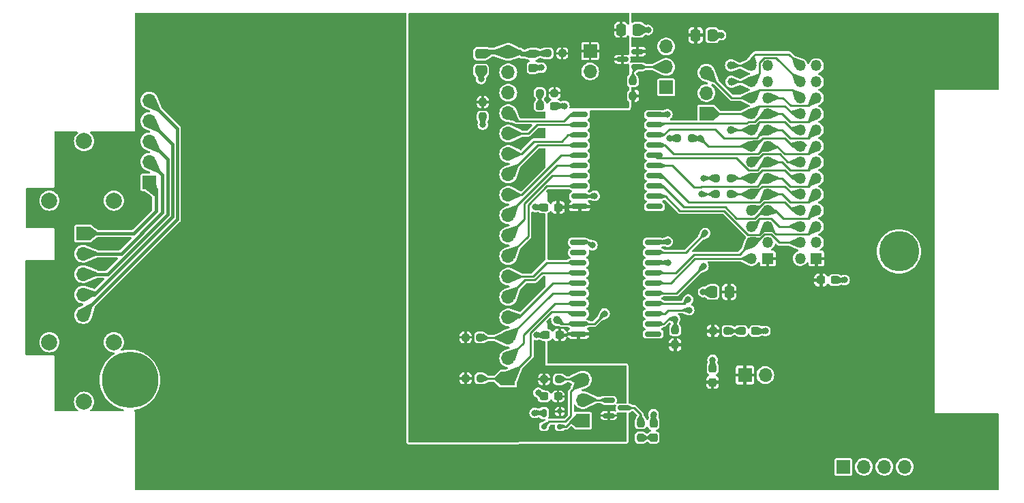
<source format=gbr>
%TF.GenerationSoftware,KiCad,Pcbnew,8.0.8+dfsg-1*%
%TF.CreationDate,2025-02-21T17:29:09+00:00*%
%TF.ProjectId,a4_to_adf10_econet,61345f74-6f5f-4616-9466-31305f65636f,rev?*%
%TF.SameCoordinates,Original*%
%TF.FileFunction,Copper,L1,Top*%
%TF.FilePolarity,Positive*%
%FSLAX46Y46*%
G04 Gerber Fmt 4.6, Leading zero omitted, Abs format (unit mm)*
G04 Created by KiCad (PCBNEW 8.0.8+dfsg-1) date 2025-02-21 17:29:09*
%MOMM*%
%LPD*%
G01*
G04 APERTURE LIST*
G04 Aperture macros list*
%AMRoundRect*
0 Rectangle with rounded corners*
0 $1 Rounding radius*
0 $2 $3 $4 $5 $6 $7 $8 $9 X,Y pos of 4 corners*
0 Add a 4 corners polygon primitive as box body*
4,1,4,$2,$3,$4,$5,$6,$7,$8,$9,$2,$3,0*
0 Add four circle primitives for the rounded corners*
1,1,$1+$1,$2,$3*
1,1,$1+$1,$4,$5*
1,1,$1+$1,$6,$7*
1,1,$1+$1,$8,$9*
0 Add four rect primitives between the rounded corners*
20,1,$1+$1,$2,$3,$4,$5,0*
20,1,$1+$1,$4,$5,$6,$7,0*
20,1,$1+$1,$6,$7,$8,$9,0*
20,1,$1+$1,$8,$9,$2,$3,0*%
G04 Aperture macros list end*
%TA.AperFunction,SMDPad,CuDef*%
%ADD10RoundRect,0.237500X0.237500X-0.250000X0.237500X0.250000X-0.237500X0.250000X-0.237500X-0.250000X0*%
%TD*%
%TA.AperFunction,SMDPad,CuDef*%
%ADD11RoundRect,0.150000X-0.587500X-0.150000X0.587500X-0.150000X0.587500X0.150000X-0.587500X0.150000X0*%
%TD*%
%TA.AperFunction,SMDPad,CuDef*%
%ADD12RoundRect,0.237500X-0.237500X0.287500X-0.237500X-0.287500X0.237500X-0.287500X0.237500X0.287500X0*%
%TD*%
%TA.AperFunction,SMDPad,CuDef*%
%ADD13RoundRect,0.237500X0.237500X-0.300000X0.237500X0.300000X-0.237500X0.300000X-0.237500X-0.300000X0*%
%TD*%
%TA.AperFunction,SMDPad,CuDef*%
%ADD14RoundRect,0.250000X-0.475000X0.337500X-0.475000X-0.337500X0.475000X-0.337500X0.475000X0.337500X0*%
%TD*%
%TA.AperFunction,SMDPad,CuDef*%
%ADD15RoundRect,0.237500X-0.300000X-0.237500X0.300000X-0.237500X0.300000X0.237500X-0.300000X0.237500X0*%
%TD*%
%TA.AperFunction,SMDPad,CuDef*%
%ADD16RoundRect,0.250000X-0.337500X-0.475000X0.337500X-0.475000X0.337500X0.475000X-0.337500X0.475000X0*%
%TD*%
%TA.AperFunction,ComponentPad*%
%ADD17O,1.700000X1.700000*%
%TD*%
%TA.AperFunction,ComponentPad*%
%ADD18R,1.700000X1.700000*%
%TD*%
%TA.AperFunction,SMDPad,CuDef*%
%ADD19RoundRect,0.250000X0.337500X0.475000X-0.337500X0.475000X-0.337500X-0.475000X0.337500X-0.475000X0*%
%TD*%
%TA.AperFunction,SMDPad,CuDef*%
%ADD20RoundRect,0.150000X0.587500X0.150000X-0.587500X0.150000X-0.587500X-0.150000X0.587500X-0.150000X0*%
%TD*%
%TA.AperFunction,SMDPad,CuDef*%
%ADD21RoundRect,0.237500X0.300000X0.237500X-0.300000X0.237500X-0.300000X-0.237500X0.300000X-0.237500X0*%
%TD*%
%TA.AperFunction,SMDPad,CuDef*%
%ADD22RoundRect,0.237500X-0.250000X-0.237500X0.250000X-0.237500X0.250000X0.237500X-0.250000X0.237500X0*%
%TD*%
%TA.AperFunction,SMDPad,CuDef*%
%ADD23RoundRect,0.237500X0.287500X0.237500X-0.287500X0.237500X-0.287500X-0.237500X0.287500X-0.237500X0*%
%TD*%
%TA.AperFunction,SMDPad,CuDef*%
%ADD24RoundRect,0.175000X-0.175000X-0.325000X0.175000X-0.325000X0.175000X0.325000X-0.175000X0.325000X0*%
%TD*%
%TA.AperFunction,SMDPad,CuDef*%
%ADD25RoundRect,0.150000X-0.200000X-0.150000X0.200000X-0.150000X0.200000X0.150000X-0.200000X0.150000X0*%
%TD*%
%TA.AperFunction,ComponentPad*%
%ADD26O,1.350000X1.350000*%
%TD*%
%TA.AperFunction,ComponentPad*%
%ADD27R,1.350000X1.350000*%
%TD*%
%TA.AperFunction,ComponentPad*%
%ADD28C,2.000000*%
%TD*%
%TA.AperFunction,ComponentPad*%
%ADD29C,3.900000*%
%TD*%
%TA.AperFunction,ConnectorPad*%
%ADD30C,7.000000*%
%TD*%
%TA.AperFunction,ComponentPad*%
%ADD31C,2.900000*%
%TD*%
%TA.AperFunction,ConnectorPad*%
%ADD32C,5.000000*%
%TD*%
%TA.AperFunction,SMDPad,CuDef*%
%ADD33RoundRect,0.237500X-0.237500X0.250000X-0.237500X-0.250000X0.237500X-0.250000X0.237500X0.250000X0*%
%TD*%
%TA.AperFunction,SMDPad,CuDef*%
%ADD34RoundRect,0.150000X0.875000X0.150000X-0.875000X0.150000X-0.875000X-0.150000X0.875000X-0.150000X0*%
%TD*%
%TA.AperFunction,SMDPad,CuDef*%
%ADD35C,1.000000*%
%TD*%
%TA.AperFunction,SMDPad,CuDef*%
%ADD36RoundRect,0.237500X0.250000X0.237500X-0.250000X0.237500X-0.250000X-0.237500X0.250000X-0.237500X0*%
%TD*%
%TA.AperFunction,SMDPad,CuDef*%
%ADD37RoundRect,0.237500X-0.237500X0.300000X-0.237500X-0.300000X0.237500X-0.300000X0.237500X0.300000X0*%
%TD*%
%TA.AperFunction,ViaPad*%
%ADD38C,0.800000*%
%TD*%
%TA.AperFunction,Conductor*%
%ADD39C,0.220000*%
%TD*%
%TA.AperFunction,Conductor*%
%ADD40C,0.400000*%
%TD*%
%TA.AperFunction,Conductor*%
%ADD41C,0.600000*%
%TD*%
G04 APERTURE END LIST*
D10*
%TO.P,R13,1*%
%TO.N,Net-(D3-A)*%
X76430000Y-72982500D03*
%TO.P,R13,2*%
%TO.N,Net-(Q2-D)*%
X76430000Y-71157500D03*
%TD*%
D11*
%TO.P,Q2,1,G*%
%TO.N,/~{RSTE}*%
X72462500Y-68330000D03*
%TO.P,Q2,2,S*%
%TO.N,VCCQ*%
X72462500Y-70230000D03*
%TO.P,Q2,3,D*%
%TO.N,Net-(Q2-D)*%
X74337500Y-69280000D03*
%TD*%
D12*
%TO.P,D3,2,A*%
%TO.N,Net-(D3-A)*%
X78030000Y-72950000D03*
%TO.P,D3,1,K*%
%TO.N,GND*%
X78030000Y-71200000D03*
%TD*%
D13*
%TO.P,C10,1*%
%TO.N,+5V*%
X85350000Y-66075000D03*
%TO.P,C10,2*%
%TO.N,GND*%
X85350000Y-64350000D03*
%TD*%
D14*
%TO.P,C9,1*%
%TO.N,/VCC_ECONET*%
X56600000Y-25212500D03*
%TO.P,C9,2*%
%TO.N,GND*%
X56600000Y-27287500D03*
%TD*%
D15*
%TO.P,C8,1*%
%TO.N,+5V*%
X98815000Y-53370000D03*
%TO.P,C8,2*%
%TO.N,GND*%
X100540000Y-53370000D03*
%TD*%
D16*
%TO.P,C7,1*%
%TO.N,+5V*%
X83235000Y-22910000D03*
%TO.P,C7,2*%
%TO.N,GND*%
X85310000Y-22910000D03*
%TD*%
D17*
%TO.P,J11,3,Pin_3*%
%TO.N,GND*%
X79600000Y-24320000D03*
%TO.P,J11,2,Pin_2*%
%TO.N,/~{ECON2}*%
X79600000Y-26860000D03*
D18*
%TO.P,J11,1,Pin_1*%
%TO.N,/~{ECON}*%
X79600000Y-29400000D03*
%TD*%
%TO.P,J10,1,Pin_1*%
%TO.N,/EC1*%
X7200000Y-47560000D03*
D17*
%TO.P,J10,2,Pin_2*%
%TO.N,/EC2*%
X7200000Y-50100000D03*
%TO.P,J10,3,Pin_3*%
%TO.N,/EC3*%
X7200000Y-52640000D03*
%TO.P,J10,4,Pin_4*%
%TO.N,/EC4*%
X7200000Y-55180000D03*
%TO.P,J10,5,Pin_5*%
%TO.N,/EC5*%
X7200000Y-57720000D03*
%TD*%
D19*
%TO.P,C6,1*%
%TO.N,+5V*%
X87425000Y-54850000D03*
%TO.P,C6,2*%
%TO.N,GND*%
X85350000Y-54850000D03*
%TD*%
D20*
%TO.P,Q1,3,D*%
%TO.N,VCCQ*%
X74150000Y-25900000D03*
%TO.P,Q1,2,S*%
%TO.N,+5V*%
X76025000Y-24950000D03*
%TO.P,Q1,1,G*%
%TO.N,/~{ECON2}*%
X76025000Y-26850000D03*
%TD*%
D18*
%TO.P,J9,1,Pin_1*%
%TO.N,VCCQ*%
X70150000Y-24875000D03*
D17*
%TO.P,J9,2,Pin_2*%
%TO.N,GND*%
X70150000Y-27415000D03*
%TD*%
%TO.P,J8,2,Pin_2*%
%TO.N,GND*%
X91905000Y-65180000D03*
D18*
%TO.P,J8,1,Pin_1*%
%TO.N,+5V*%
X89365000Y-65180000D03*
%TD*%
D21*
%TO.P,C5,1*%
%TO.N,+5V*%
X66362500Y-60200000D03*
%TO.P,C5,2*%
%TO.N,GND*%
X64637500Y-60200000D03*
%TD*%
D22*
%TO.P,R11,1*%
%TO.N,VCCQ*%
X64437500Y-65700000D03*
%TO.P,R11,2*%
%TO.N,/~{SUP_RST}*%
X66262500Y-65700000D03*
%TD*%
D23*
%TO.P,D2,1,K*%
%TO.N,GND*%
X65700000Y-31700000D03*
%TO.P,D2,2,A*%
%TO.N,Net-(D2-A)*%
X63950000Y-31700000D03*
%TD*%
D24*
%TO.P,U4,1,GND*%
%TO.N,GND*%
X64400000Y-69900000D03*
D25*
%TO.P,U4,2,~{RESET}*%
%TO.N,/~{SUP_RST}*%
X64400000Y-71600000D03*
%TO.P,U4,3,~{MR}*%
%TO.N,/~{RST2}*%
X66400000Y-71600000D03*
%TO.P,U4,4,VCC*%
%TO.N,VCCQ*%
X66400000Y-69700000D03*
%TD*%
D22*
%TO.P,R1,1*%
%TO.N,VCCQ*%
X54700000Y-65600000D03*
%TO.P,R1,2*%
%TO.N,/~{IRQ}*%
X56525000Y-65600000D03*
%TD*%
D26*
%TO.P,J2,26,Pin_26*%
%TO.N,/~{PRE}*%
X90200000Y-26700000D03*
%TO.P,J2,25,Pin_25*%
%TO.N,GND*%
X92200000Y-26700000D03*
%TO.P,J2,24,Pin_24*%
%TO.N,/~{PWE}*%
X90200000Y-28700000D03*
%TO.P,J2,23,Pin_23*%
%TO.N,GND*%
X92200000Y-28700000D03*
%TO.P,J2,22,Pin_22*%
%TO.N,/~{EFIQ}*%
X90200000Y-30700000D03*
%TO.P,J2,21,Pin_21*%
%TO.N,/~{RST}*%
X92200000Y-30700000D03*
%TO.P,J2,20,Pin_20*%
%TO.N,/~{IRQA}*%
X90200000Y-32700000D03*
%TO.P,J2,19,Pin_19*%
%TO.N,/BD7*%
X92200000Y-32700000D03*
%TO.P,J2,18,Pin_18*%
%TO.N,/~{S4}*%
X90200000Y-34700000D03*
%TO.P,J2,17,Pin_17*%
%TO.N,/BD6*%
X92200000Y-34700000D03*
%TO.P,J2,16,Pin_16*%
%TO.N,/~{ECON}*%
X90200000Y-36700000D03*
%TO.P,J2,15,Pin_15*%
%TO.N,/BD5*%
X92200000Y-36700000D03*
%TO.P,J2,14,Pin_14*%
%TO.N,/CLK2*%
X90200000Y-38700000D03*
%TO.P,J2,13,Pin_13*%
%TO.N,/BD4*%
X92200000Y-38700000D03*
%TO.P,J2,12,Pin_12*%
%TO.N,/~{S2}*%
X90200000Y-40700000D03*
%TO.P,J2,11,Pin_11*%
%TO.N,/BD3*%
X92200000Y-40700000D03*
%TO.P,J2,10,Pin_10*%
%TO.N,/~{WBE}*%
X90200000Y-42700000D03*
%TO.P,J2,9,Pin_9*%
%TO.N,/BD2*%
X92200000Y-42700000D03*
%TO.P,J2,8,Pin_8*%
%TO.N,/LA5*%
X90200000Y-44700000D03*
%TO.P,J2,7,Pin_7*%
%TO.N,/BD1*%
X92200000Y-44700000D03*
%TO.P,J2,6,Pin_6*%
%TO.N,/LA4*%
X90200000Y-46700000D03*
%TO.P,J2,5,Pin_5*%
%TO.N,/BD0*%
X92200000Y-46700000D03*
%TO.P,J2,4,Pin_4*%
%TO.N,/LA3*%
X90200000Y-48700000D03*
%TO.P,J2,3,Pin_3*%
%TO.N,GND*%
X92200000Y-48700000D03*
%TO.P,J2,2,Pin_2*%
%TO.N,/LA2*%
X90200000Y-50700000D03*
D27*
%TO.P,J2,1,Pin_1*%
%TO.N,+5V*%
X92200000Y-50700000D03*
%TD*%
D23*
%TO.P,D1,1,K*%
%TO.N,GND*%
X90696250Y-59700000D03*
%TO.P,D1,2,A*%
%TO.N,Net-(D1-A)*%
X88946250Y-59700000D03*
%TD*%
D28*
%TO.P,MH5,1,1*%
%TO.N,GND*%
X11000000Y-61100000D03*
%TD*%
D29*
%TO.P,H2,1*%
%TO.N,N/C*%
X13000000Y-65800000D03*
D30*
X13000000Y-65800000D03*
%TD*%
D18*
%TO.P,J6,1,Pin_1*%
%TO.N,/~{RST2}*%
X69250000Y-70830000D03*
D17*
%TO.P,J6,2,Pin_2*%
%TO.N,/~{RSTE}*%
X69250000Y-68290000D03*
%TO.P,J6,3,Pin_3*%
%TO.N,/~{SUP_RST}*%
X69250000Y-65750000D03*
%TD*%
D18*
%TO.P,J7,1,Pin_1*%
%TO.N,GND*%
X101620000Y-76600000D03*
D17*
%TO.P,J7,2,Pin_2*%
X104160000Y-76600000D03*
%TO.P,J7,3,Pin_3*%
X106700000Y-76600000D03*
%TO.P,J7,4,Pin_4*%
X109240000Y-76600000D03*
%TD*%
D10*
%TO.P,R12,1*%
%TO.N,+5V*%
X80700000Y-61412500D03*
%TO.P,R12,2*%
%TO.N,/IRQSEL*%
X80700000Y-59587500D03*
%TD*%
D31*
%TO.P,H1,1*%
%TO.N,N/C*%
X108500000Y-49800000D03*
D32*
X108500000Y-49800000D03*
%TD*%
D33*
%TO.P,R10,1*%
%TO.N,VCCQ*%
X56810000Y-31225000D03*
%TO.P,R10,2*%
%TO.N,GND*%
X56810000Y-33050000D03*
%TD*%
D34*
%TO.P,U2,1,A->B*%
%TO.N,unconnected-(U2-A->B-Pad1)*%
X78150000Y-44215000D03*
%TO.P,U2,2,A0*%
%TO.N,/BD0*%
X78150000Y-42945000D03*
%TO.P,U2,3,A1*%
%TO.N,/BD1*%
X78150000Y-41675000D03*
%TO.P,U2,4,A2*%
%TO.N,/BD2*%
X78150000Y-40405000D03*
%TO.P,U2,5,A3*%
%TO.N,/BD3*%
X78150000Y-39135000D03*
%TO.P,U2,6,A4*%
%TO.N,/BD4*%
X78150000Y-37865000D03*
%TO.P,U2,7,A5*%
%TO.N,/BD5*%
X78150000Y-36595000D03*
%TO.P,U2,8,A6*%
%TO.N,/BD6*%
X78150000Y-35325000D03*
%TO.P,U2,9,A7*%
%TO.N,/BD7*%
X78150000Y-34055000D03*
%TO.P,U2,10,GND*%
%TO.N,GND*%
X78150000Y-32785000D03*
%TO.P,U2,11,B7*%
%TO.N,/D7*%
X68850000Y-32785000D03*
%TO.P,U2,12,B6*%
%TO.N,/D6*%
X68850000Y-34055000D03*
%TO.P,U2,13,B5*%
%TO.N,/D5*%
X68850000Y-35325000D03*
%TO.P,U2,14,B4*%
%TO.N,/D4*%
X68850000Y-36595000D03*
%TO.P,U2,15,B3*%
%TO.N,/D3*%
X68850000Y-37865000D03*
%TO.P,U2,16,B2*%
%TO.N,/D2*%
X68850000Y-39135000D03*
%TO.P,U2,17,B1*%
%TO.N,/D1*%
X68850000Y-40405000D03*
%TO.P,U2,18,B0*%
%TO.N,/D0*%
X68850000Y-41675000D03*
%TO.P,U2,19,CE*%
%TO.N,/~{BUF_EN}*%
X68850000Y-42945000D03*
%TO.P,U2,20,VCC*%
%TO.N,+5V*%
X68850000Y-44215000D03*
%TD*%
D21*
%TO.P,C4,1*%
%TO.N,VCCQ*%
X66162500Y-67850000D03*
%TO.P,C4,2*%
%TO.N,GND*%
X64437500Y-67850000D03*
%TD*%
D27*
%TO.P,J1,1,Pin_1*%
%TO.N,+5V*%
X98250000Y-50700000D03*
D26*
%TO.P,J1,2,Pin_2*%
%TO.N,/LA2*%
X96250000Y-50700000D03*
%TO.P,J1,3,Pin_3*%
%TO.N,GND*%
X98250000Y-48700000D03*
%TO.P,J1,4,Pin_4*%
%TO.N,/LA3*%
X96250000Y-48700000D03*
%TO.P,J1,5,Pin_5*%
%TO.N,/BD0*%
X98250000Y-46700000D03*
%TO.P,J1,6,Pin_6*%
%TO.N,/LA4*%
X96250000Y-46700000D03*
%TO.P,J1,7,Pin_7*%
%TO.N,/BD1*%
X98250000Y-44700000D03*
%TO.P,J1,8,Pin_8*%
%TO.N,/LA5*%
X96250000Y-44700000D03*
%TO.P,J1,9,Pin_9*%
%TO.N,/BD2*%
X98250000Y-42700000D03*
%TO.P,J1,10,Pin_10*%
%TO.N,/~{WBE}*%
X96250000Y-42700000D03*
%TO.P,J1,11,Pin_11*%
%TO.N,/BD3*%
X98250000Y-40700000D03*
%TO.P,J1,12,Pin_12*%
%TO.N,/~{S2}*%
X96250000Y-40700000D03*
%TO.P,J1,13,Pin_13*%
%TO.N,/BD4*%
X98250000Y-38700000D03*
%TO.P,J1,14,Pin_14*%
%TO.N,/CLK2*%
X96250000Y-38700000D03*
%TO.P,J1,15,Pin_15*%
%TO.N,/BD5*%
X98250000Y-36700000D03*
%TO.P,J1,16,Pin_16*%
%TO.N,/~{ECON}*%
X96250000Y-36700000D03*
%TO.P,J1,17,Pin_17*%
%TO.N,/BD6*%
X98250000Y-34700000D03*
%TO.P,J1,18,Pin_18*%
%TO.N,/~{S4}*%
X96250000Y-34700000D03*
%TO.P,J1,19,Pin_19*%
%TO.N,/BD7*%
X98250000Y-32700000D03*
%TO.P,J1,20,Pin_20*%
%TO.N,/~{IRQA}*%
X96250000Y-32700000D03*
%TO.P,J1,21,Pin_21*%
%TO.N,/~{RST}*%
X98250000Y-30700000D03*
%TO.P,J1,22,Pin_22*%
%TO.N,/~{EFIQ}*%
X96250000Y-30700000D03*
%TO.P,J1,23,Pin_23*%
%TO.N,GND*%
X98250000Y-28700000D03*
%TO.P,J1,24,Pin_24*%
%TO.N,/~{PWE}*%
X96250000Y-28700000D03*
%TO.P,J1,25,Pin_25*%
%TO.N,GND*%
X98250000Y-26700000D03*
%TO.P,J1,26,Pin_26*%
%TO.N,/~{PRE}*%
X96250000Y-26700000D03*
%TD*%
D22*
%TO.P,R6,1*%
%TO.N,Net-(D2-A)*%
X63912500Y-30100000D03*
%TO.P,R6,2*%
%TO.N,VCCQ*%
X65737500Y-30100000D03*
%TD*%
D28*
%TO.P,MH2,1,1*%
%TO.N,GND*%
X3000000Y-43500000D03*
%TD*%
D10*
%TO.P,R4,1*%
%TO.N,+5V*%
X75450000Y-30462500D03*
%TO.P,R4,2*%
%TO.N,/~{ECON2}*%
X75450000Y-28637500D03*
%TD*%
D35*
%TO.P,TP1,1,1*%
%TO.N,/~{PWE}*%
X87700000Y-28700000D03*
%TD*%
D28*
%TO.P,MH4,1,1*%
%TO.N,GND*%
X3000000Y-61100000D03*
%TD*%
%TO.P,MH3,1,1*%
%TO.N,GND*%
X11000000Y-43500000D03*
%TD*%
D36*
%TO.P,R8,1*%
%TO.N,/~{S2}*%
X87612500Y-40700000D03*
%TO.P,R8,2*%
%TO.N,Net-(U1-A2)*%
X85787500Y-40700000D03*
%TD*%
D34*
%TO.P,U1,20,VCC*%
%TO.N,+5V*%
X68700000Y-60090000D03*
%TO.P,U1,19,CE*%
%TO.N,/~{BUF_EN}*%
X68700000Y-58820000D03*
%TO.P,U1,18,B0*%
%TO.N,/~{IRQ}*%
X68700000Y-57550000D03*
%TO.P,U1,17,B1*%
%TO.N,/R~{W}*%
X68700000Y-56280000D03*
%TO.P,U1,16,B2*%
%TO.N,/~{CS}*%
X68700000Y-55010000D03*
%TO.P,U1,15,B3*%
%TO.N,/CLK*%
X68700000Y-53740000D03*
%TO.P,U1,14,B4*%
%TO.N,/A0*%
X68700000Y-52470000D03*
%TO.P,U1,13,B5*%
%TO.N,/A1*%
X68700000Y-51200000D03*
%TO.P,U1,12,B6*%
%TO.N,unconnected-(U1-B6-Pad12)*%
X68700000Y-49930000D03*
%TO.P,U1,11,B7*%
%TO.N,/~{RST2}*%
X68700000Y-48660000D03*
%TO.P,U1,10,GND*%
%TO.N,GND*%
X78000000Y-48660000D03*
%TO.P,U1,9,A7*%
%TO.N,/~{RST}*%
X78000000Y-49930000D03*
%TO.P,U1,8,A6*%
%TO.N,GND*%
X78000000Y-51200000D03*
%TO.P,U1,7,A5*%
%TO.N,/LA3*%
X78000000Y-52470000D03*
%TO.P,U1,6,A4*%
%TO.N,/LA2*%
X78000000Y-53740000D03*
%TO.P,U1,5,A3*%
%TO.N,/CLK2*%
X78000000Y-55010000D03*
%TO.P,U1,4,A2*%
%TO.N,Net-(U1-A2)*%
X78000000Y-56280000D03*
%TO.P,U1,3,A1*%
%TO.N,Net-(U1-A1)*%
X78000000Y-57550000D03*
%TO.P,U1,2,A0*%
%TO.N,/IRQSEL*%
X78000000Y-58820000D03*
%TO.P,U1,1,A->B*%
%TO.N,unconnected-(U1-A->B-Pad1)*%
X78000000Y-60090000D03*
%TD*%
D16*
%TO.P,C2,1*%
%TO.N,VCCQ*%
X73987500Y-22240000D03*
%TO.P,C2,2*%
%TO.N,GND*%
X76062500Y-22240000D03*
%TD*%
D17*
%TO.P,J4,17,Pin_17*%
%TO.N,/VCC_ECONET*%
X59980000Y-24990000D03*
%TO.P,J4,16,Pin_16*%
%TO.N,GND*%
X59980000Y-27530000D03*
%TO.P,J4,15,Pin_15*%
%TO.N,/~{RSTE}*%
X59980000Y-30070000D03*
%TO.P,J4,14,Pin_14*%
%TO.N,/D7*%
X59980000Y-32610000D03*
%TO.P,J4,13,Pin_13*%
%TO.N,/D6*%
X59980000Y-35150000D03*
%TO.P,J4,12,Pin_12*%
%TO.N,/D5*%
X59980000Y-37690000D03*
%TO.P,J4,11,Pin_11*%
%TO.N,/D4*%
X59980000Y-40230000D03*
%TO.P,J4,10,Pin_10*%
%TO.N,/D3*%
X59980000Y-42770000D03*
%TO.P,J4,9,Pin_9*%
%TO.N,/D2*%
X59980000Y-45310000D03*
%TO.P,J4,8,Pin_8*%
%TO.N,/D1*%
X59980000Y-47850000D03*
%TO.P,J4,7,Pin_7*%
%TO.N,/D0*%
X59980000Y-50390000D03*
%TO.P,J4,6,Pin_6*%
%TO.N,/A1*%
X59980000Y-52930000D03*
%TO.P,J4,5,Pin_5*%
%TO.N,/A0*%
X59980000Y-55470000D03*
%TO.P,J4,4,Pin_4*%
%TO.N,/CLK*%
X59980000Y-58010000D03*
%TO.P,J4,3,Pin_3*%
%TO.N,/~{CS}*%
X59980000Y-60550000D03*
%TO.P,J4,2,Pin_2*%
%TO.N,/R~{W}*%
X59980000Y-63090000D03*
D18*
%TO.P,J4,1,Pin_1*%
%TO.N,/~{IRQ}*%
X59980000Y-65630000D03*
%TD*%
D28*
%TO.P,MH1,1,1*%
%TO.N,GND*%
X7300000Y-36100000D03*
%TD*%
D36*
%TO.P,R9,1*%
%TO.N,/~{ECON}*%
X82762500Y-35750000D03*
%TO.P,R9,2*%
%TO.N,/~{BUF_EN}*%
X80937500Y-35750000D03*
%TD*%
%TO.P,R7,1*%
%TO.N,/~{WBE}*%
X87612500Y-42700000D03*
%TO.P,R7,2*%
%TO.N,Net-(U1-A1)*%
X85787500Y-42700000D03*
%TD*%
%TO.P,R3,1*%
%TO.N,VCCQ*%
X66687500Y-25170000D03*
%TO.P,R3,2*%
%TO.N,/VCC_ECONET*%
X64862500Y-25170000D03*
%TD*%
D22*
%TO.P,R2,1*%
%TO.N,VCCQ*%
X54675000Y-60500000D03*
%TO.P,R2,2*%
%TO.N,/~{CS}*%
X56500000Y-60500000D03*
%TD*%
D35*
%TO.P,TP4,1,1*%
%TO.N,/~{BUF_EN}*%
X66060000Y-58320000D03*
%TD*%
D18*
%TO.P,J5,1,Pin_1*%
%TO.N,/~{IRQA}*%
X84600000Y-32640000D03*
D17*
%TO.P,J5,2,Pin_2*%
%TO.N,/IRQSEL*%
X84600000Y-30100000D03*
%TO.P,J5,3,Pin_3*%
%TO.N,/~{EFIQ}*%
X84600000Y-27560000D03*
%TD*%
D28*
%TO.P,MH6,1,1*%
%TO.N,GND*%
X7300000Y-68500000D03*
%TD*%
D35*
%TO.P,TP3,1,1*%
%TO.N,/~{S4}*%
X87600000Y-34700000D03*
%TD*%
D21*
%TO.P,C3,1*%
%TO.N,+5V*%
X66162500Y-44320000D03*
%TO.P,C3,2*%
%TO.N,GND*%
X64437500Y-44320000D03*
%TD*%
D37*
%TO.P,C1,1*%
%TO.N,/VCC_ECONET*%
X63000000Y-25237500D03*
%TO.P,C1,2*%
%TO.N,GND*%
X63000000Y-26962500D03*
%TD*%
D36*
%TO.P,R5,1*%
%TO.N,Net-(D1-A)*%
X87233750Y-59700000D03*
%TO.P,R5,2*%
%TO.N,+5V*%
X85408750Y-59700000D03*
%TD*%
D18*
%TO.P,J3,1,Pin_1*%
%TO.N,/EC1*%
X15400000Y-41200000D03*
D17*
%TO.P,J3,2,Pin_2*%
%TO.N,/EC2*%
X15400000Y-38660000D03*
%TO.P,J3,3,Pin_3*%
%TO.N,/EC3*%
X15400000Y-36120000D03*
%TO.P,J3,4,Pin_4*%
%TO.N,/EC4*%
X15400000Y-33580000D03*
%TO.P,J3,5,Pin_5*%
%TO.N,/EC5*%
X15400000Y-31040000D03*
%TD*%
D35*
%TO.P,TP2,1,1*%
%TO.N,/~{PRE}*%
X87650000Y-26650000D03*
%TD*%
D38*
%TO.N,GND*%
X78030000Y-70060000D03*
X85350000Y-63290000D03*
X56599993Y-28369993D03*
X101750000Y-53370000D03*
X86410000Y-22900000D03*
%TO.N,Net-(U1-A1)*%
X83980000Y-42700000D03*
X82450000Y-57100000D03*
%TO.N,Net-(U1-A2)*%
X82330000Y-55788133D03*
X84230000Y-40700000D03*
%TO.N,/CLK2*%
X84220000Y-51670000D03*
%TO.N,GND*%
X66950000Y-31700000D03*
X64100000Y-26950000D03*
%TO.N,/~{RST2}*%
X70420000Y-49040000D03*
%TO.N,/~{BUF_EN}*%
X79980000Y-35760000D03*
%TO.N,GND*%
X56810000Y-34037500D03*
%TO.N,/~{ECON}*%
X83841272Y-35737742D03*
%TO.N,GND*%
X77350000Y-22250000D03*
X84180000Y-54850000D03*
X91921250Y-59700000D03*
%TO.N,/IRQSEL*%
X80700000Y-58200000D03*
%TO.N,GND*%
X79800000Y-51200000D03*
%TO.N,/~{RST}*%
X84440000Y-47530000D03*
%TO.N,GND*%
X79800000Y-48600000D03*
X79740000Y-32760000D03*
X63500000Y-60200000D03*
X63290000Y-44290000D03*
%TO.N,/~{BUF_EN}*%
X71950000Y-57540000D03*
X70700000Y-42890000D03*
%TO.N,GND*%
X63250000Y-69900000D03*
X63712624Y-67382624D03*
%TD*%
D39*
%TO.N,/~{RSTE}*%
X69250000Y-68290000D02*
X72422500Y-68290000D01*
X72422500Y-68290000D02*
X72462500Y-68330000D01*
D40*
%TO.N,GND*%
X78030000Y-71200000D02*
X78030000Y-70060000D01*
D39*
%TO.N,Net-(D3-A)*%
X76430000Y-72982500D02*
X77997500Y-72982500D01*
X77997500Y-72982500D02*
X78030000Y-72950000D01*
%TO.N,Net-(Q2-D)*%
X74337500Y-69280000D02*
X75610000Y-69280000D01*
X75610000Y-69280000D02*
X76430000Y-70100000D01*
X76430000Y-70100000D02*
X76430000Y-71157500D01*
D40*
%TO.N,GND*%
X85350000Y-64350000D02*
X85350000Y-63290000D01*
%TO.N,/EC1*%
X7200000Y-47560000D02*
X13490000Y-47560000D01*
X13490000Y-47560000D02*
X16230000Y-44820000D01*
X16230000Y-44820000D02*
X16230000Y-42030000D01*
X16230000Y-42030000D02*
X15400000Y-41200000D01*
%TO.N,GND*%
X79715000Y-32785000D02*
X79740000Y-32760000D01*
X78150000Y-32785000D02*
X79715000Y-32785000D01*
D39*
%TO.N,/~{BUF_EN}*%
X68700000Y-58820000D02*
X66560000Y-58820000D01*
X66560000Y-58820000D02*
X66060000Y-58320000D01*
%TO.N,/LA3*%
X78000000Y-52470000D02*
X80798112Y-52470000D01*
X80798112Y-52470000D02*
X83068112Y-50200000D01*
X83068112Y-50200000D02*
X88700000Y-50200000D01*
X88700000Y-50200000D02*
X90200000Y-48700000D01*
D40*
%TO.N,GND*%
X56600000Y-28369986D02*
X56599993Y-28369993D01*
X56600000Y-27287500D02*
X56600000Y-28369986D01*
D41*
%TO.N,/VCC_ECONET*%
X59980000Y-24990000D02*
X56822500Y-24990000D01*
X56822500Y-24990000D02*
X56600000Y-25212500D01*
D39*
%TO.N,/LA2*%
X83176224Y-50700000D02*
X90200000Y-50700000D01*
%TO.N,/~{RST}*%
X78000000Y-49930000D02*
X82040000Y-49930000D01*
%TO.N,/LA2*%
X80136224Y-53740000D02*
X83176224Y-50700000D01*
X78000000Y-53740000D02*
X80136224Y-53740000D01*
%TO.N,/~{RST}*%
X82040000Y-49930000D02*
X84440000Y-47530000D01*
%TO.N,/CLK2*%
X80880000Y-55010000D02*
X84220000Y-51670000D01*
X78000000Y-55010000D02*
X80880000Y-55010000D01*
%TO.N,/BD3*%
X78150000Y-39135000D02*
X80366766Y-39135000D01*
X90895000Y-41705000D02*
X91900000Y-40700000D01*
X91900000Y-40700000D02*
X92200000Y-40700000D01*
%TO.N,Net-(U1-A2)*%
X85787500Y-40700000D02*
X84230000Y-40700000D01*
%TO.N,/BD3*%
X83973234Y-41705000D02*
X90895000Y-41705000D01*
X80366766Y-39135000D02*
X83011766Y-41780000D01*
X83898234Y-41780000D02*
X83973234Y-41705000D01*
X83011766Y-41780000D02*
X83898234Y-41780000D01*
%TO.N,Net-(U1-A1)*%
X85787500Y-42700000D02*
X83980000Y-42700000D01*
%TO.N,/BD6*%
X86745000Y-35695000D02*
X90805000Y-35695000D01*
%TO.N,/BD5*%
X79396766Y-36595000D02*
X80496766Y-37695000D01*
X90995000Y-37695000D02*
X91990000Y-36700000D01*
%TO.N,/BD6*%
X79276766Y-35325000D02*
X80001766Y-34600000D01*
X78150000Y-35325000D02*
X79276766Y-35325000D01*
%TO.N,/~{BUF_EN}*%
X80937500Y-35750000D02*
X79990000Y-35750000D01*
X79990000Y-35750000D02*
X79980000Y-35760000D01*
%TO.N,/BD6*%
X91800000Y-34700000D02*
X92200000Y-34700000D01*
%TO.N,/BD5*%
X91990000Y-36700000D02*
X92200000Y-36700000D01*
%TO.N,/BD6*%
X80001766Y-34600000D02*
X85650000Y-34600000D01*
X90805000Y-35695000D02*
X91800000Y-34700000D01*
X85650000Y-34600000D02*
X86745000Y-35695000D01*
%TO.N,/BD5*%
X78150000Y-36595000D02*
X79396766Y-36595000D01*
X80496766Y-37695000D02*
X90995000Y-37695000D01*
%TO.N,/~{BUF_EN}*%
X70670000Y-58820000D02*
X71950000Y-57540000D01*
X68700000Y-58820000D02*
X70670000Y-58820000D01*
%TO.N,/~{RST2}*%
X70040000Y-48660000D02*
X70420000Y-49040000D01*
X68700000Y-48660000D02*
X70040000Y-48660000D01*
%TO.N,/A0*%
X64130000Y-52470000D02*
X68700000Y-52470000D01*
X63240000Y-53360000D02*
X64130000Y-52470000D01*
X59980000Y-55470000D02*
X62090000Y-53360000D01*
X62090000Y-53360000D02*
X63240000Y-53360000D01*
%TO.N,/A1*%
X59980000Y-52930000D02*
X63040000Y-52930000D01*
X64770000Y-51200000D02*
X68700000Y-51200000D01*
X63040000Y-52930000D02*
X64770000Y-51200000D01*
D40*
%TO.N,GND*%
X100540000Y-53370000D02*
X101750000Y-53370000D01*
%TO.N,/EC4*%
X15400000Y-33580000D02*
X18260000Y-36440000D01*
%TO.N,/EC3*%
X17650000Y-38370000D02*
X15400000Y-36120000D01*
%TO.N,/EC5*%
X18870000Y-45830000D02*
X18870000Y-34510000D01*
%TO.N,/EC4*%
X18260000Y-36440000D02*
X18260000Y-45465340D01*
X18260000Y-45465340D02*
X8545340Y-55180000D01*
X8545340Y-55180000D02*
X7200000Y-55180000D01*
%TO.N,/EC3*%
X7200000Y-52640000D02*
X10222670Y-52640000D01*
%TO.N,/EC2*%
X17040000Y-40300000D02*
X17040000Y-44960000D01*
%TO.N,/EC5*%
X7200000Y-57720000D02*
X7200000Y-57500000D01*
%TO.N,/EC3*%
X10222670Y-52640000D02*
X17650000Y-45212670D01*
%TO.N,/EC2*%
X17040000Y-44960000D02*
X11900000Y-50100000D01*
%TO.N,/EC3*%
X17650000Y-45212670D02*
X17650000Y-38370000D01*
%TO.N,/EC2*%
X15400000Y-38660000D02*
X17040000Y-40300000D01*
X11900000Y-50100000D02*
X7200000Y-50100000D01*
%TO.N,/EC5*%
X7200000Y-57500000D02*
X18870000Y-45830000D01*
X18870000Y-34510000D02*
X15400000Y-31040000D01*
D39*
%TO.N,/D3*%
X59980000Y-42770000D02*
X61640000Y-42770000D01*
X61640000Y-42770000D02*
X66545000Y-37865000D01*
X66545000Y-37865000D02*
X68850000Y-37865000D01*
%TO.N,/D0*%
X62440000Y-44007624D02*
X64772624Y-41675000D01*
%TO.N,/D1*%
X65420370Y-40405000D02*
X68850000Y-40405000D01*
D40*
%TO.N,GND*%
X64437500Y-44320000D02*
X63320000Y-44320000D01*
D39*
%TO.N,/D0*%
X59980000Y-50390000D02*
X62440000Y-47930000D01*
D40*
%TO.N,GND*%
X63320000Y-44320000D02*
X63290000Y-44290000D01*
D39*
%TO.N,/D1*%
X59980000Y-47850000D02*
X62000000Y-45830000D01*
%TO.N,/D0*%
X64772624Y-41675000D02*
X68850000Y-41675000D01*
%TO.N,/D1*%
X62000000Y-45830000D02*
X62000000Y-43825370D01*
%TO.N,/D2*%
X66070492Y-39135000D02*
X59980000Y-45225492D01*
X68850000Y-39135000D02*
X66070492Y-39135000D01*
%TO.N,/D0*%
X62440000Y-47930000D02*
X62440000Y-44007624D01*
%TO.N,/D1*%
X62000000Y-43825370D02*
X65420370Y-40405000D01*
%TO.N,/D2*%
X59980000Y-45225492D02*
X59980000Y-45310000D01*
%TO.N,/~{BUF_EN}*%
X70645000Y-42945000D02*
X70700000Y-42890000D01*
X68850000Y-42945000D02*
X70645000Y-42945000D01*
%TO.N,/D5*%
X68850000Y-35325000D02*
X67385000Y-35325000D01*
X61590000Y-37690000D02*
X59980000Y-37690000D01*
X67385000Y-35325000D02*
X66590000Y-36120000D01*
X66590000Y-36120000D02*
X63160000Y-36120000D01*
X63160000Y-36120000D02*
X61590000Y-37690000D01*
%TO.N,/D7*%
X68850000Y-32785000D02*
X67705000Y-32785000D01*
X60970000Y-33600000D02*
X59980000Y-32610000D01*
X67705000Y-32785000D02*
X66890000Y-33600000D01*
X66890000Y-33600000D02*
X60970000Y-33600000D01*
%TO.N,/~{PRE}*%
X90680406Y-25265000D02*
X94815000Y-25265000D01*
%TO.N,/~{PWE}*%
X91195000Y-27705000D02*
X91195000Y-26283715D01*
%TO.N,/~{PRE}*%
X94815000Y-25265000D02*
X96250000Y-26700000D01*
X90200000Y-25745406D02*
X90680406Y-25265000D01*
X90200000Y-26700000D02*
X90200000Y-25745406D01*
%TO.N,/~{PWE}*%
X90200000Y-28700000D02*
X91195000Y-27705000D01*
X91195000Y-26283715D02*
X91783715Y-25695000D01*
X91783715Y-25695000D02*
X93245000Y-25695000D01*
X93245000Y-25695000D02*
X96250000Y-28700000D01*
D40*
%TO.N,GND*%
X85310000Y-22910000D02*
X86400000Y-22910000D01*
X86400000Y-22910000D02*
X86410000Y-22900000D01*
D39*
%TO.N,/BD0*%
X91165603Y-47705000D02*
X92170603Y-46700000D01*
X89735000Y-47705000D02*
X91165603Y-47705000D01*
X86770000Y-44740000D02*
X89735000Y-47705000D01*
%TO.N,/BD1*%
X81809999Y-44310000D02*
X86948112Y-44310000D01*
%TO.N,/BD0*%
X81311766Y-44740000D02*
X86770000Y-44740000D01*
%TO.N,/BD1*%
X79174999Y-41675000D02*
X81809999Y-44310000D01*
%TO.N,/BD0*%
X79516766Y-42945000D02*
X81311766Y-44740000D01*
X78150000Y-42945000D02*
X79516766Y-42945000D01*
%TO.N,/BD1*%
X78150000Y-41675000D02*
X79174999Y-41675000D01*
X91607143Y-44700000D02*
X92200000Y-44700000D01*
X86948112Y-44310000D02*
X88338112Y-45700000D01*
X88338112Y-45700000D02*
X90607143Y-45700000D01*
X90607143Y-45700000D02*
X91607143Y-44700000D01*
%TO.N,/BD0*%
X92170603Y-46700000D02*
X92200000Y-46700000D01*
%TO.N,/~{ECON2}*%
X75450000Y-28637500D02*
X75450000Y-27425000D01*
X75450000Y-27425000D02*
X76025000Y-26850000D01*
%TO.N,/D4*%
X63655000Y-36595000D02*
X68850000Y-36595000D01*
X59980000Y-40230000D02*
X60020000Y-40230000D01*
X60020000Y-40230000D02*
X63655000Y-36595000D01*
%TO.N,/~{ECON2}*%
X76025000Y-26850000D02*
X77750000Y-26850000D01*
X77750000Y-26850000D02*
X77760000Y-26860000D01*
X77760000Y-26860000D02*
X79600000Y-26860000D01*
%TO.N,/~{RST2}*%
X69250000Y-70830000D02*
X67920000Y-70830000D01*
X67920000Y-70830000D02*
X67150000Y-71600000D01*
X67150000Y-71600000D02*
X66400000Y-71600000D01*
D40*
%TO.N,GND*%
X64180000Y-67850000D02*
X63712624Y-67382624D01*
X64437500Y-67850000D02*
X64180000Y-67850000D01*
D39*
%TO.N,/~{ECON}*%
X84803530Y-36700000D02*
X83841272Y-35737742D01*
X82762500Y-35750000D02*
X83829014Y-35750000D01*
X90200000Y-36700000D02*
X84803530Y-36700000D01*
X83829014Y-35750000D02*
X83841272Y-35737742D01*
%TO.N,/BD2*%
X78150000Y-40405000D02*
X79066766Y-40405000D01*
X91179745Y-43705000D02*
X92184745Y-42700000D01*
X79066766Y-40405000D02*
X82366766Y-43705000D01*
X82366766Y-43705000D02*
X91179745Y-43705000D01*
X92184745Y-42700000D02*
X92200000Y-42700000D01*
%TO.N,Net-(U1-A2)*%
X81838133Y-56280000D02*
X82330000Y-55788133D01*
X78000000Y-56280000D02*
X81838133Y-56280000D01*
%TO.N,Net-(U1-A1)*%
X82450000Y-57100000D02*
X79850000Y-57100000D01*
X79850000Y-57100000D02*
X79400000Y-57550000D01*
X79400000Y-57550000D02*
X78000000Y-57550000D01*
D41*
%TO.N,/VCC_ECONET*%
X63000000Y-25237500D02*
X61637500Y-25237500D01*
X61637500Y-25237500D02*
X61390000Y-24990000D01*
X61390000Y-24990000D02*
X59980000Y-24990000D01*
X64862500Y-25170000D02*
X63067500Y-25170000D01*
X63067500Y-25170000D02*
X63000000Y-25237500D01*
D40*
%TO.N,GND*%
X65700000Y-31700000D02*
X66950000Y-31700000D01*
D39*
%TO.N,Net-(D2-A)*%
X63912500Y-30100000D02*
X63912500Y-31662500D01*
X63912500Y-31662500D02*
X63950000Y-31700000D01*
D40*
%TO.N,GND*%
X63000000Y-26962500D02*
X64087500Y-26962500D01*
X64087500Y-26962500D02*
X64100000Y-26950000D01*
D39*
%TO.N,/~{ECON2}*%
X75450000Y-26850000D02*
X76025000Y-26850000D01*
%TO.N,/~{SUP_RST}*%
X66262500Y-65700000D02*
X69200000Y-65700000D01*
X69200000Y-65700000D02*
X69250000Y-65750000D01*
X64400000Y-71600000D02*
X65020000Y-70980000D01*
X65020000Y-70980000D02*
X67070000Y-70980000D01*
X67070000Y-70980000D02*
X67750000Y-70300000D01*
X67750000Y-70300000D02*
X67750000Y-67250000D01*
X67750000Y-67250000D02*
X69250000Y-65750000D01*
D40*
%TO.N,GND*%
X64400000Y-69900000D02*
X63250000Y-69900000D01*
D39*
%TO.N,/~{IRQ}*%
X59980000Y-65630000D02*
X62770000Y-62840000D01*
X62770000Y-62840000D02*
X62770000Y-59897624D01*
X62770000Y-59897624D02*
X65317624Y-57350000D01*
X65317624Y-57350000D02*
X68500000Y-57350000D01*
X68500000Y-57350000D02*
X68700000Y-57550000D01*
%TO.N,/BD4*%
X90905000Y-39695000D02*
X91900000Y-38700000D01*
X89787857Y-39695000D02*
X90905000Y-39695000D01*
X78150000Y-37865000D02*
X78485000Y-38200000D01*
X78485000Y-38200000D02*
X88292857Y-38200000D01*
X91900000Y-38700000D02*
X92200000Y-38700000D01*
X88292857Y-38200000D02*
X89787857Y-39695000D01*
D40*
%TO.N,GND*%
X56810000Y-33050000D02*
X56810000Y-34037500D01*
X85350000Y-54850000D02*
X84180000Y-54850000D01*
D39*
%TO.N,/BD6*%
X94000000Y-34700000D02*
X92200000Y-34700000D01*
X97239745Y-35695000D02*
X94995000Y-35695000D01*
X94995000Y-35695000D02*
X94000000Y-34700000D01*
X98234745Y-34700000D02*
X97239745Y-35695000D01*
X98250000Y-34700000D02*
X98234745Y-34700000D01*
%TO.N,/~{ECON}*%
X96350000Y-36600000D02*
X96942857Y-36600000D01*
X96250000Y-36700000D02*
X96350000Y-36600000D01*
D40*
%TO.N,GND*%
X77340000Y-22240000D02*
X77350000Y-22250000D01*
X76062500Y-22240000D02*
X77340000Y-22240000D01*
D39*
%TO.N,/~{IRQA}*%
X90200000Y-32700000D02*
X84660000Y-32700000D01*
X84660000Y-32700000D02*
X84600000Y-32640000D01*
%TO.N,/~{EFIQ}*%
X90200000Y-30700000D02*
X87740000Y-30700000D01*
X87740000Y-30700000D02*
X84600000Y-27560000D01*
%TO.N,/~{PWE}*%
X90200000Y-28700000D02*
X87700000Y-28700000D01*
%TO.N,/~{PRE}*%
X90200000Y-26700000D02*
X87700000Y-26700000D01*
X87700000Y-26700000D02*
X87650000Y-26650000D01*
D40*
%TO.N,GND*%
X90696250Y-59700000D02*
X91921250Y-59700000D01*
D39*
%TO.N,Net-(D1-A)*%
X87233750Y-59700000D02*
X88946250Y-59700000D01*
%TO.N,/IRQSEL*%
X80700000Y-58200000D02*
X79900000Y-58200000D01*
X79900000Y-58200000D02*
X79280000Y-58820000D01*
X79280000Y-58820000D02*
X78000000Y-58820000D01*
X80700000Y-59587500D02*
X80700000Y-58200000D01*
X84387500Y-30312500D02*
X84600000Y-30100000D01*
D40*
%TO.N,GND*%
X78000000Y-51200000D02*
X79800000Y-51200000D01*
X78000000Y-48660000D02*
X79740000Y-48660000D01*
X79740000Y-48660000D02*
X79800000Y-48600000D01*
D39*
%TO.N,/~{S4}*%
X91210255Y-33705000D02*
X90215255Y-34700000D01*
X94300406Y-33705000D02*
X91210255Y-33705000D01*
X95295406Y-34700000D02*
X94300406Y-33705000D01*
%TO.N,/BD7*%
X89787857Y-33695000D02*
X90612143Y-33695000D01*
X91607143Y-32700000D02*
X92200000Y-32700000D01*
%TO.N,/~{S4}*%
X96250000Y-34700000D02*
X95295406Y-34700000D01*
X90215255Y-34700000D02*
X90200000Y-34700000D01*
%TO.N,/BD7*%
X78150000Y-34055000D02*
X78325000Y-33880000D01*
X78325000Y-33880000D02*
X89602857Y-33880000D01*
X89602857Y-33880000D02*
X89787857Y-33695000D01*
X90612143Y-33695000D02*
X91607143Y-32700000D01*
%TO.N,/~{S4}*%
X87600000Y-34700000D02*
X90200000Y-34700000D01*
%TO.N,/CLK2*%
X90598112Y-38700000D02*
X90200000Y-38700000D01*
%TO.N,/~{ECON}*%
X95295406Y-36700000D02*
X94300406Y-35705000D01*
X96250000Y-36700000D02*
X95295406Y-36700000D01*
X91603112Y-35705000D02*
X90608112Y-36700000D01*
X90608112Y-36700000D02*
X90200000Y-36700000D01*
X94300406Y-35705000D02*
X91603112Y-35705000D01*
%TO.N,/CLK2*%
X96250000Y-38700000D02*
X94691888Y-38700000D01*
X94691888Y-38700000D02*
X93696888Y-37705000D01*
X93696888Y-37705000D02*
X91593112Y-37705000D01*
X91593112Y-37705000D02*
X90598112Y-38700000D01*
%TO.N,/~{S2}*%
X91503112Y-39705000D02*
X90508112Y-40700000D01*
X95295406Y-40700000D02*
X94300406Y-39705000D01*
X90508112Y-40700000D02*
X90200000Y-40700000D01*
X96250000Y-40700000D02*
X95295406Y-40700000D01*
X94300406Y-39705000D02*
X91503112Y-39705000D01*
%TO.N,/~{WBE}*%
X91503112Y-41705000D02*
X90508112Y-42700000D01*
X94300406Y-41705000D02*
X91503112Y-41705000D01*
X95295406Y-42700000D02*
X94300406Y-41705000D01*
X96250000Y-42700000D02*
X95295406Y-42700000D01*
X90508112Y-42700000D02*
X90200000Y-42700000D01*
%TO.N,/LA5*%
X91787857Y-43705000D02*
X90792857Y-44700000D01*
X90792857Y-44700000D02*
X90200000Y-44700000D01*
X95295406Y-44700000D02*
X94300406Y-43705000D01*
X96250000Y-44700000D02*
X95295406Y-44700000D01*
X94300406Y-43705000D02*
X91787857Y-43705000D01*
%TO.N,/LA4*%
X90215255Y-46700000D02*
X90200000Y-46700000D01*
X96250000Y-46700000D02*
X93607143Y-46700000D01*
X91210255Y-45705000D02*
X90215255Y-46700000D01*
X92612143Y-45705000D02*
X91210255Y-45705000D01*
X93607143Y-46700000D02*
X92612143Y-45705000D01*
%TO.N,/LA3*%
X96250000Y-48700000D02*
X93621285Y-48700000D01*
X90778715Y-48700000D02*
X90200000Y-48700000D01*
X93621285Y-48700000D02*
X92616285Y-47695000D01*
X92616285Y-47695000D02*
X91783715Y-47695000D01*
X91783715Y-47695000D02*
X90778715Y-48700000D01*
%TO.N,/R~{W}*%
X61860000Y-61210000D02*
X59980000Y-63090000D01*
X65765370Y-56280000D02*
X61860000Y-60185370D01*
X68700000Y-56280000D02*
X65765370Y-56280000D01*
X61860000Y-60185370D02*
X61860000Y-61210000D01*
D40*
%TO.N,GND*%
X64637500Y-60200000D02*
X63500000Y-60200000D01*
D39*
%TO.N,/~{CS}*%
X65520000Y-55010000D02*
X68700000Y-55010000D01*
X59980000Y-60550000D02*
X65520000Y-55010000D01*
%TO.N,/~{IRQ}*%
X59980000Y-65630000D02*
X56555000Y-65630000D01*
X56555000Y-65630000D02*
X56525000Y-65600000D01*
%TO.N,/~{CS}*%
X59980000Y-60550000D02*
X56550000Y-60550000D01*
X56550000Y-60550000D02*
X56500000Y-60500000D01*
%TO.N,/CLK*%
X59980000Y-58010000D02*
X61290000Y-58010000D01*
X61290000Y-58010000D02*
X65560000Y-53740000D01*
X65560000Y-53740000D02*
X68700000Y-53740000D01*
%TO.N,/D6*%
X68850000Y-34055000D02*
X63545000Y-34055000D01*
X63545000Y-34055000D02*
X62450000Y-35150000D01*
X62450000Y-35150000D02*
X59980000Y-35150000D01*
%TO.N,/BD4*%
X97255000Y-39695000D02*
X94995000Y-39695000D01*
X98250000Y-38700000D02*
X97255000Y-39695000D01*
X94995000Y-39695000D02*
X94000000Y-38700000D01*
X94000000Y-38700000D02*
X92200000Y-38700000D01*
%TO.N,/BD3*%
X97255000Y-41695000D02*
X94995000Y-41695000D01*
X94000000Y-40700000D02*
X92200000Y-40700000D01*
X98250000Y-40700000D02*
X97255000Y-41695000D01*
X94995000Y-41695000D02*
X94000000Y-40700000D01*
%TO.N,/~{IRQA}*%
X94300406Y-31705000D02*
X91195000Y-31705000D01*
X95295406Y-32700000D02*
X94300406Y-31705000D01*
X91195000Y-31705000D02*
X90200000Y-32700000D01*
X96250000Y-32700000D02*
X95295406Y-32700000D01*
%TO.N,/BD5*%
X98250000Y-36700000D02*
X97255000Y-37695000D01*
X97255000Y-37695000D02*
X94295000Y-37695000D01*
X94295000Y-37695000D02*
X93300000Y-36700000D01*
X93300000Y-36700000D02*
X92200000Y-36700000D01*
%TO.N,/BD1*%
X98250000Y-44700000D02*
X97255000Y-45695000D01*
X93154594Y-44700000D02*
X92200000Y-44700000D01*
X97255000Y-45695000D02*
X94149594Y-45695000D01*
X94149594Y-45695000D02*
X93154594Y-44700000D01*
%TO.N,/~{S2}*%
X90200000Y-40700000D02*
X87612500Y-40700000D01*
%TO.N,/~{RST}*%
X97255000Y-31695000D02*
X95095000Y-31695000D01*
X98250000Y-30700000D02*
X97255000Y-31695000D01*
X95095000Y-31695000D02*
X94100000Y-30700000D01*
X94100000Y-30700000D02*
X92200000Y-30700000D01*
%TO.N,/BD0*%
X97255000Y-47695000D02*
X93224397Y-47695000D01*
X93224397Y-47695000D02*
X92229397Y-46700000D01*
X98250000Y-46700000D02*
X97255000Y-47695000D01*
X92229397Y-46700000D02*
X92200000Y-46700000D01*
%TO.N,/BD2*%
X94000000Y-42700000D02*
X92200000Y-42700000D01*
X98250000Y-42700000D02*
X97255000Y-43695000D01*
X97255000Y-43695000D02*
X94995000Y-43695000D01*
X94995000Y-43695000D02*
X94000000Y-42700000D01*
%TO.N,/~{WBE}*%
X87612500Y-42700000D02*
X90200000Y-42700000D01*
%TO.N,/BD7*%
X94995000Y-33695000D02*
X94000000Y-32700000D01*
X94000000Y-32700000D02*
X92200000Y-32700000D01*
X97255000Y-33695000D02*
X94995000Y-33695000D01*
X98250000Y-32700000D02*
X97255000Y-33695000D01*
%TO.N,/~{EFIQ}*%
X96250000Y-30700000D02*
X95255000Y-29705000D01*
X91195000Y-29705000D02*
X90200000Y-30700000D01*
X95255000Y-29705000D02*
X91195000Y-29705000D01*
%TD*%
%TA.AperFunction,Conductor*%
%TO.N,+5V*%
G36*
X47287539Y-20120185D02*
G01*
X47333294Y-20172989D01*
X47344500Y-20224500D01*
X47344500Y-21730856D01*
X47344500Y-22749142D01*
X47344500Y-24840823D01*
X47344500Y-26915823D01*
X47344500Y-30069999D01*
X47344500Y-30819500D01*
X47344500Y-31630500D01*
X47344500Y-32767007D01*
X47344500Y-60094500D01*
X47344500Y-60905500D01*
X47344500Y-65194500D01*
X47344500Y-66005500D01*
X47344500Y-67382623D01*
X47344500Y-69899999D01*
X47344500Y-71438584D01*
X47344500Y-73475449D01*
X47350460Y-73530313D01*
X47350461Y-73530317D01*
X47361895Y-73582324D01*
X47369368Y-73609216D01*
X47369371Y-73609222D01*
X47419079Y-73695623D01*
X47419080Y-73695624D01*
X47465065Y-73748223D01*
X47465069Y-73748227D01*
X47465071Y-73748229D01*
X47497986Y-73779710D01*
X47586525Y-73825526D01*
X47653651Y-73844914D01*
X47725680Y-73854945D01*
X74577680Y-73736043D01*
X74631415Y-73730085D01*
X74682377Y-73718880D01*
X74708198Y-73711766D01*
X74794828Y-73662435D01*
X74847632Y-73616680D01*
X74879257Y-73583906D01*
X74925465Y-73495571D01*
X74945150Y-73428532D01*
X74955500Y-73356547D01*
X74955500Y-69954499D01*
X74955018Y-69950017D01*
X74967420Y-69881258D01*
X75015027Y-69830118D01*
X75041628Y-69820526D01*
X75041023Y-69818662D01*
X75050296Y-69815648D01*
X75050298Y-69815646D01*
X75050304Y-69815646D01*
X75061169Y-69810109D01*
X75089134Y-69799873D01*
X75092993Y-69798968D01*
X75376400Y-69670053D01*
X75445569Y-69660214D01*
X75509082Y-69689334D01*
X75515420Y-69695244D01*
X75956751Y-70136575D01*
X75990236Y-70197898D01*
X75985252Y-70267590D01*
X75977348Y-70284686D01*
X75771041Y-70654346D01*
X75762033Y-70668223D01*
X75759787Y-70671222D01*
X75759785Y-70671226D01*
X75758549Y-70674541D01*
X75755226Y-70682576D01*
X75754959Y-70683161D01*
X75744360Y-70712561D01*
X75743892Y-70713837D01*
X75710750Y-70802694D01*
X75710748Y-70802704D01*
X75704500Y-70860809D01*
X75704500Y-71454190D01*
X75710748Y-71512299D01*
X75740587Y-71592299D01*
X75759787Y-71643776D01*
X75759789Y-71643780D01*
X75793351Y-71688612D01*
X75843884Y-71756116D01*
X75956222Y-71840212D01*
X76048594Y-71874665D01*
X76087700Y-71889251D01*
X76145809Y-71895499D01*
X76145826Y-71895500D01*
X76714174Y-71895500D01*
X76714190Y-71895499D01*
X76772299Y-71889251D01*
X76903778Y-71840212D01*
X77016116Y-71756116D01*
X77100212Y-71643778D01*
X77100214Y-71643771D01*
X77104460Y-71635998D01*
X77106518Y-71637122D01*
X77140759Y-71591372D01*
X77206221Y-71566948D01*
X77274495Y-71581793D01*
X77323906Y-71631193D01*
X77331261Y-71647296D01*
X77359788Y-71723778D01*
X77443884Y-71836116D01*
X77556222Y-71920212D01*
X77659729Y-71958818D01*
X77715661Y-72000689D01*
X77740078Y-72066153D01*
X77725226Y-72134426D01*
X77675821Y-72183831D01*
X77659729Y-72191180D01*
X77556226Y-72229785D01*
X77556223Y-72229787D01*
X77493070Y-72277061D01*
X77475518Y-72287264D01*
X77475703Y-72287595D01*
X77470382Y-72290561D01*
X77268517Y-72430659D01*
X77202218Y-72452711D01*
X77135748Y-72436136D01*
X76923179Y-72313227D01*
X76910942Y-72305150D01*
X76903780Y-72299789D01*
X76903777Y-72299787D01*
X76772299Y-72250748D01*
X76714190Y-72244500D01*
X76714174Y-72244500D01*
X76145826Y-72244500D01*
X76145809Y-72244500D01*
X76087700Y-72250748D01*
X75956219Y-72299789D01*
X75843884Y-72383884D01*
X75759789Y-72496219D01*
X75710748Y-72627700D01*
X75704500Y-72685809D01*
X75704500Y-73279190D01*
X75710748Y-73337299D01*
X75759789Y-73468780D01*
X75779845Y-73495571D01*
X75843884Y-73581116D01*
X75956222Y-73665212D01*
X76037760Y-73695624D01*
X76087700Y-73714251D01*
X76145809Y-73720499D01*
X76145826Y-73720500D01*
X76714174Y-73720500D01*
X76714190Y-73720499D01*
X76772299Y-73714251D01*
X76903778Y-73665212D01*
X76910952Y-73659840D01*
X76923180Y-73651769D01*
X77166749Y-73510936D01*
X77234635Y-73494421D01*
X77291206Y-73511124D01*
X77521276Y-73645080D01*
X77533190Y-73652971D01*
X77556217Y-73670209D01*
X77556218Y-73670209D01*
X77556222Y-73670212D01*
X77655181Y-73707121D01*
X77687700Y-73719251D01*
X77745809Y-73725499D01*
X77745826Y-73725500D01*
X78314174Y-73725500D01*
X78314190Y-73725499D01*
X78372299Y-73719251D01*
X78373294Y-73718880D01*
X78503778Y-73670212D01*
X78616116Y-73586116D01*
X78700212Y-73473778D01*
X78749251Y-73342299D01*
X78749789Y-73337299D01*
X78755499Y-73284190D01*
X78755500Y-73284173D01*
X78755500Y-72615826D01*
X78755499Y-72615809D01*
X78749251Y-72557700D01*
X78734665Y-72518594D01*
X78700212Y-72426222D01*
X78616116Y-72313884D01*
X78548612Y-72263351D01*
X78503780Y-72229789D01*
X78503778Y-72229788D01*
X78400268Y-72191181D01*
X78344337Y-72149310D01*
X78319920Y-72083846D01*
X78334772Y-72015573D01*
X78384177Y-71966168D01*
X78400265Y-71958820D01*
X78503778Y-71920212D01*
X78616116Y-71836116D01*
X78700212Y-71723778D01*
X78749251Y-71592299D01*
X78749351Y-71591372D01*
X78755499Y-71534190D01*
X78755500Y-71534173D01*
X78755500Y-70865826D01*
X78755499Y-70865809D01*
X78749251Y-70807701D01*
X78728569Y-70752252D01*
X78723113Y-70733011D01*
X78719754Y-70716054D01*
X78718310Y-70712561D01*
X78620682Y-70476351D01*
X78613267Y-70406875D01*
X78615326Y-70397567D01*
X78644123Y-70287696D01*
X78644135Y-70287571D01*
X78644180Y-70287376D01*
X78645001Y-70282749D01*
X78645246Y-70282792D01*
X78651640Y-70255307D01*
X78666236Y-70216820D01*
X78666235Y-70216820D01*
X78666237Y-70216818D01*
X78685278Y-70060000D01*
X78678594Y-70004947D01*
X78666237Y-69903181D01*
X78638672Y-69830499D01*
X78610220Y-69755477D01*
X78520483Y-69625470D01*
X78402240Y-69520717D01*
X78402238Y-69520716D01*
X78402237Y-69520715D01*
X78262365Y-69447303D01*
X78108986Y-69409500D01*
X78108985Y-69409500D01*
X77951015Y-69409500D01*
X77951014Y-69409500D01*
X77797634Y-69447303D01*
X77657762Y-69520715D01*
X77539516Y-69625471D01*
X77449781Y-69755475D01*
X77449780Y-69755476D01*
X77393762Y-69903181D01*
X77374722Y-70059999D01*
X77374722Y-70060000D01*
X77393762Y-70216816D01*
X77408277Y-70255089D01*
X77414014Y-70281819D01*
X77414916Y-70281676D01*
X77415875Y-70287691D01*
X77444667Y-70397548D01*
X77442621Y-70467388D01*
X77439316Y-70476349D01*
X77343380Y-70708467D01*
X77299581Y-70762904D01*
X77233304Y-70785021D01*
X77165591Y-70767794D01*
X77117941Y-70716693D01*
X77112601Y-70704439D01*
X77108425Y-70693242D01*
X77106633Y-70688093D01*
X77105039Y-70683160D01*
X77105036Y-70683154D01*
X77103766Y-70680237D01*
X77101266Y-70674049D01*
X77100212Y-70671222D01*
X77097966Y-70668223D01*
X77088964Y-70654358D01*
X76806220Y-70147737D01*
X76790500Y-70087310D01*
X76790500Y-70052541D01*
X76790500Y-70052539D01*
X76765933Y-69960852D01*
X76759678Y-69950019D01*
X76759573Y-69949836D01*
X76718472Y-69878648D01*
X76651352Y-69811528D01*
X75831352Y-68991528D01*
X75790250Y-68967797D01*
X75749149Y-68944067D01*
X75694118Y-68929322D01*
X75657461Y-68919500D01*
X75657460Y-68919500D01*
X75468249Y-68919500D01*
X75416907Y-68908371D01*
X75093033Y-68761048D01*
X75090772Y-68760062D01*
X75085615Y-68757814D01*
X75085585Y-68757801D01*
X75085561Y-68757791D01*
X75084994Y-68757554D01*
X75077810Y-68754682D01*
X75073386Y-68753435D01*
X75050738Y-68744574D01*
X75050308Y-68744355D01*
X75041020Y-68741337D01*
X75042166Y-68737808D01*
X74995673Y-68715756D01*
X74958754Y-68656437D01*
X74955773Y-68609958D01*
X74955184Y-68609916D01*
X74955493Y-68605593D01*
X74955491Y-68605561D01*
X74955500Y-68605500D01*
X74955500Y-66417071D01*
X84575000Y-66417071D01*
X84585373Y-66503458D01*
X84639576Y-66640907D01*
X84639579Y-66640913D01*
X84728856Y-66758643D01*
X84846586Y-66847920D01*
X84846592Y-66847923D01*
X84984041Y-66902126D01*
X85070428Y-66912500D01*
X85150000Y-66912500D01*
X85550000Y-66912500D01*
X85629572Y-66912500D01*
X85715958Y-66902126D01*
X85853407Y-66847923D01*
X85853413Y-66847920D01*
X85971143Y-66758643D01*
X86060420Y-66640913D01*
X86060423Y-66640907D01*
X86114626Y-66503458D01*
X86125000Y-66417071D01*
X86125000Y-66275000D01*
X85550000Y-66275000D01*
X85550000Y-66912500D01*
X85150000Y-66912500D01*
X85150000Y-66275000D01*
X84575000Y-66275000D01*
X84575000Y-66417071D01*
X74955500Y-66417071D01*
X74955500Y-65732928D01*
X84575000Y-65732928D01*
X84575000Y-65875000D01*
X86125000Y-65875000D01*
X86125000Y-65732928D01*
X86114626Y-65646541D01*
X86060423Y-65509092D01*
X86060420Y-65509086D01*
X85971143Y-65391356D01*
X85853413Y-65302079D01*
X85853409Y-65302077D01*
X85848723Y-65300229D01*
X85793581Y-65257322D01*
X85770389Y-65191413D01*
X85786512Y-65123429D01*
X85819907Y-65085609D01*
X85823775Y-65082712D01*
X85823778Y-65082712D01*
X85936116Y-64998616D01*
X86020212Y-64886278D01*
X86069251Y-64754799D01*
X86075499Y-64696690D01*
X86075500Y-64696673D01*
X86075500Y-64285205D01*
X88215000Y-64285205D01*
X88215000Y-64980000D01*
X88903120Y-64980000D01*
X88899075Y-64987007D01*
X88865000Y-65114174D01*
X88865000Y-65245826D01*
X88899075Y-65372993D01*
X88903120Y-65380000D01*
X88215001Y-65380000D01*
X88215001Y-66074785D01*
X88215002Y-66074808D01*
X88217908Y-66099869D01*
X88217909Y-66099873D01*
X88263211Y-66202474D01*
X88263214Y-66202479D01*
X88342520Y-66281785D01*
X88342525Y-66281788D01*
X88445123Y-66327089D01*
X88470206Y-66329999D01*
X89164999Y-66329999D01*
X89165000Y-66329998D01*
X89165000Y-65641879D01*
X89172007Y-65645925D01*
X89299174Y-65680000D01*
X89430826Y-65680000D01*
X89557993Y-65645925D01*
X89565000Y-65641879D01*
X89565000Y-66329999D01*
X90259786Y-66329999D01*
X90259808Y-66329997D01*
X90284869Y-66327091D01*
X90284873Y-66327090D01*
X90387474Y-66281788D01*
X90387479Y-66281785D01*
X90466785Y-66202479D01*
X90466788Y-66202474D01*
X90512089Y-66099877D01*
X90512089Y-66099875D01*
X90514999Y-66074794D01*
X90515000Y-66074791D01*
X90515000Y-65380000D01*
X89826880Y-65380000D01*
X89830925Y-65372993D01*
X89865000Y-65245826D01*
X89865000Y-65179999D01*
X90799785Y-65179999D01*
X90799785Y-65180000D01*
X90818602Y-65383082D01*
X90874417Y-65579247D01*
X90874422Y-65579260D01*
X90965327Y-65761821D01*
X91088237Y-65924581D01*
X91238958Y-66061980D01*
X91238960Y-66061982D01*
X91259675Y-66074808D01*
X91412363Y-66169348D01*
X91602544Y-66243024D01*
X91803024Y-66280500D01*
X91803026Y-66280500D01*
X92006974Y-66280500D01*
X92006976Y-66280500D01*
X92207456Y-66243024D01*
X92397637Y-66169348D01*
X92571041Y-66061981D01*
X92721764Y-65924579D01*
X92844673Y-65761821D01*
X92935582Y-65579250D01*
X92991397Y-65383083D01*
X93010215Y-65180000D01*
X93004115Y-65114174D01*
X92991397Y-64976917D01*
X92965608Y-64886280D01*
X92935582Y-64780750D01*
X92935159Y-64779901D01*
X92883317Y-64675787D01*
X92844673Y-64598179D01*
X92721764Y-64435421D01*
X92721762Y-64435418D01*
X92571041Y-64298019D01*
X92571039Y-64298017D01*
X92397642Y-64190655D01*
X92397635Y-64190651D01*
X92300507Y-64153024D01*
X92207456Y-64116976D01*
X92006976Y-64079500D01*
X91803024Y-64079500D01*
X91602544Y-64116976D01*
X91602541Y-64116976D01*
X91602541Y-64116977D01*
X91412364Y-64190651D01*
X91412357Y-64190655D01*
X91238960Y-64298017D01*
X91238958Y-64298019D01*
X91088237Y-64435418D01*
X90965327Y-64598178D01*
X90874422Y-64780739D01*
X90874417Y-64780752D01*
X90818602Y-64976917D01*
X90799785Y-65179999D01*
X89865000Y-65179999D01*
X89865000Y-65114174D01*
X89830925Y-64987007D01*
X89826880Y-64980000D01*
X90514999Y-64980000D01*
X90514999Y-64285214D01*
X90514997Y-64285191D01*
X90512091Y-64260130D01*
X90512090Y-64260126D01*
X90466788Y-64157525D01*
X90466785Y-64157520D01*
X90387479Y-64078214D01*
X90387474Y-64078211D01*
X90284876Y-64032910D01*
X90259794Y-64030000D01*
X89565000Y-64030000D01*
X89565000Y-64718120D01*
X89557993Y-64714075D01*
X89430826Y-64680000D01*
X89299174Y-64680000D01*
X89172007Y-64714075D01*
X89165000Y-64718120D01*
X89165000Y-64030000D01*
X88470214Y-64030000D01*
X88470191Y-64030002D01*
X88445130Y-64032908D01*
X88445126Y-64032909D01*
X88342525Y-64078211D01*
X88342520Y-64078214D01*
X88263214Y-64157520D01*
X88263211Y-64157525D01*
X88217910Y-64260122D01*
X88217910Y-64260124D01*
X88215000Y-64285205D01*
X86075500Y-64285205D01*
X86075500Y-64003326D01*
X86075499Y-64003309D01*
X86069251Y-63945200D01*
X86050524Y-63894992D01*
X86048627Y-63889907D01*
X86043174Y-63870672D01*
X86039809Y-63853686D01*
X85955516Y-63649741D01*
X85948102Y-63580271D01*
X85950162Y-63570960D01*
X85964123Y-63517696D01*
X85964135Y-63517571D01*
X85964180Y-63517376D01*
X85965001Y-63512749D01*
X85965246Y-63512792D01*
X85971640Y-63485307D01*
X85986236Y-63446820D01*
X85986235Y-63446820D01*
X85986237Y-63446818D01*
X86005278Y-63290000D01*
X85986237Y-63133182D01*
X85930220Y-62985477D01*
X85840483Y-62855470D01*
X85722240Y-62750717D01*
X85722238Y-62750716D01*
X85722237Y-62750715D01*
X85582365Y-62677303D01*
X85428986Y-62639500D01*
X85428985Y-62639500D01*
X85271015Y-62639500D01*
X85271014Y-62639500D01*
X85117634Y-62677303D01*
X84977762Y-62750715D01*
X84859516Y-62855471D01*
X84769781Y-62985475D01*
X84769780Y-62985476D01*
X84713762Y-63133181D01*
X84694722Y-63289999D01*
X84694722Y-63290000D01*
X84713762Y-63446816D01*
X84728277Y-63485089D01*
X84734014Y-63511819D01*
X84734916Y-63511676D01*
X84735876Y-63517694D01*
X84749832Y-63570945D01*
X84747786Y-63640784D01*
X84744481Y-63649745D01*
X84660189Y-63853687D01*
X84660185Y-63853701D01*
X84647034Y-63900341D01*
X84643870Y-63910021D01*
X84630750Y-63945197D01*
X84630748Y-63945204D01*
X84624500Y-64003309D01*
X84624500Y-64696690D01*
X84630748Y-64754799D01*
X84669854Y-64859644D01*
X84679788Y-64886278D01*
X84763884Y-64998616D01*
X84876222Y-65082712D01*
X84876224Y-65082712D01*
X84880093Y-65085609D01*
X84921964Y-65141543D01*
X84926948Y-65211235D01*
X84893463Y-65272558D01*
X84851279Y-65300228D01*
X84846591Y-65302077D01*
X84846586Y-65302079D01*
X84728856Y-65391356D01*
X84639579Y-65509086D01*
X84639576Y-65509092D01*
X84585373Y-65646541D01*
X84575000Y-65732928D01*
X74955500Y-65732928D01*
X74955500Y-64114122D01*
X74951631Y-64078214D01*
X74949636Y-64059698D01*
X74949633Y-64059683D01*
X74938381Y-64008081D01*
X74938381Y-64008080D01*
X74938379Y-64008074D01*
X74938377Y-64008063D01*
X74931088Y-63981573D01*
X74881672Y-63894992D01*
X74835865Y-63842233D01*
X74803059Y-63810640D01*
X74803058Y-63810639D01*
X74714677Y-63764518D01*
X74714673Y-63764517D01*
X74647630Y-63744902D01*
X74647620Y-63744900D01*
X74575630Y-63734622D01*
X74575627Y-63734622D01*
X74310438Y-63734884D01*
X64979623Y-63744123D01*
X64912564Y-63724505D01*
X64866757Y-63671746D01*
X64855500Y-63620123D01*
X64855500Y-61704571D01*
X79925000Y-61704571D01*
X79935373Y-61790958D01*
X79989576Y-61928407D01*
X79989579Y-61928413D01*
X80078856Y-62046143D01*
X80196586Y-62135420D01*
X80196592Y-62135423D01*
X80334041Y-62189626D01*
X80420428Y-62200000D01*
X80500000Y-62200000D01*
X80900000Y-62200000D01*
X80979572Y-62200000D01*
X81065958Y-62189626D01*
X81203407Y-62135423D01*
X81203413Y-62135420D01*
X81321143Y-62046143D01*
X81410420Y-61928413D01*
X81410423Y-61928407D01*
X81464626Y-61790958D01*
X81475000Y-61704571D01*
X81475000Y-61612500D01*
X80900000Y-61612500D01*
X80900000Y-62200000D01*
X80500000Y-62200000D01*
X80500000Y-61612500D01*
X79925000Y-61612500D01*
X79925000Y-61704571D01*
X64855500Y-61704571D01*
X64855500Y-61120428D01*
X79925000Y-61120428D01*
X79925000Y-61212500D01*
X80500000Y-61212500D01*
X80900000Y-61212500D01*
X81475000Y-61212500D01*
X81475000Y-61120428D01*
X81464626Y-61034041D01*
X81410423Y-60896592D01*
X81410420Y-60896586D01*
X81321143Y-60778856D01*
X81203413Y-60689579D01*
X81203407Y-60689576D01*
X81065958Y-60635373D01*
X80979572Y-60625000D01*
X80900000Y-60625000D01*
X80900000Y-61212500D01*
X80500000Y-61212500D01*
X80500000Y-60625000D01*
X80420428Y-60625000D01*
X80334041Y-60635373D01*
X80196592Y-60689576D01*
X80196586Y-60689579D01*
X80078856Y-60778856D01*
X79989579Y-60896586D01*
X79989576Y-60896592D01*
X79935373Y-61034041D01*
X79925000Y-61120428D01*
X64855500Y-61120428D01*
X64855500Y-61049500D01*
X64875185Y-60982461D01*
X64927989Y-60936706D01*
X64979500Y-60925500D01*
X64984174Y-60925500D01*
X64984190Y-60925499D01*
X65042299Y-60919251D01*
X65173778Y-60870212D01*
X65286116Y-60786116D01*
X65370212Y-60673778D01*
X65370212Y-60673775D01*
X65373109Y-60669907D01*
X65429042Y-60628035D01*
X65498734Y-60623051D01*
X65560057Y-60656536D01*
X65587729Y-60698723D01*
X65589577Y-60703409D01*
X65589579Y-60703413D01*
X65678856Y-60821143D01*
X65796586Y-60910420D01*
X65796592Y-60910423D01*
X65934041Y-60964626D01*
X66020428Y-60975000D01*
X66162500Y-60975000D01*
X66162500Y-60400000D01*
X66562500Y-60400000D01*
X66562500Y-60975000D01*
X66704572Y-60975000D01*
X66790958Y-60964626D01*
X66928407Y-60910423D01*
X66928413Y-60910420D01*
X67046143Y-60821143D01*
X67135420Y-60703413D01*
X67135423Y-60703407D01*
X67189626Y-60565958D01*
X67196670Y-60507300D01*
X67224206Y-60443085D01*
X67282088Y-60403951D01*
X67351939Y-60402323D01*
X67411581Y-60438718D01*
X67419556Y-60448448D01*
X67503207Y-60561792D01*
X67612354Y-60642346D01*
X67740397Y-60687149D01*
X67770792Y-60689999D01*
X68499999Y-60689999D01*
X68900000Y-60689999D01*
X69629196Y-60689999D01*
X69659606Y-60687148D01*
X69787645Y-60642346D01*
X69896792Y-60561792D01*
X69977346Y-60452645D01*
X70022149Y-60324604D01*
X70022149Y-60324600D01*
X70025000Y-60294206D01*
X70025000Y-60290000D01*
X68900000Y-60290000D01*
X68900000Y-60689999D01*
X68499999Y-60689999D01*
X68500000Y-60689998D01*
X68500000Y-60290000D01*
X67375001Y-60290000D01*
X67369181Y-60295819D01*
X67355316Y-60343039D01*
X67302512Y-60388794D01*
X67251001Y-60400000D01*
X66562500Y-60400000D01*
X66162500Y-60400000D01*
X66162500Y-59425000D01*
X66020428Y-59425000D01*
X65934041Y-59435373D01*
X65796592Y-59489576D01*
X65796586Y-59489579D01*
X65678856Y-59578856D01*
X65589579Y-59696586D01*
X65589577Y-59696591D01*
X65587728Y-59701279D01*
X65544819Y-59756420D01*
X65478910Y-59779610D01*
X65410926Y-59763485D01*
X65373109Y-59730093D01*
X65370212Y-59726224D01*
X65370212Y-59726222D01*
X65286116Y-59613884D01*
X65206594Y-59554354D01*
X65173780Y-59529789D01*
X65173778Y-59529788D01*
X65140857Y-59517509D01*
X65042299Y-59480748D01*
X64984190Y-59474500D01*
X64984174Y-59474500D01*
X64979500Y-59474500D01*
X64912461Y-59454815D01*
X64866706Y-59402011D01*
X64855500Y-59350500D01*
X64855500Y-58876805D01*
X64855489Y-58876235D01*
X64855337Y-58867688D01*
X64855021Y-58858842D01*
X64839074Y-58778674D01*
X64814657Y-58713210D01*
X64795002Y-58672128D01*
X64795001Y-58672127D01*
X64795001Y-58672126D01*
X64736463Y-58606956D01*
X64706309Y-58543928D01*
X64715018Y-58474604D01*
X64741029Y-58436417D01*
X65110972Y-58066475D01*
X65172294Y-58032991D01*
X65241986Y-58037975D01*
X65297919Y-58079847D01*
X65322336Y-58145311D01*
X65321872Y-58168040D01*
X65304751Y-58319996D01*
X65304751Y-58320002D01*
X65323685Y-58488056D01*
X65379545Y-58647694D01*
X65379547Y-58647697D01*
X65469518Y-58790884D01*
X65469523Y-58790890D01*
X65589109Y-58910476D01*
X65589115Y-58910481D01*
X65732302Y-59000452D01*
X65732305Y-59000454D01*
X65732309Y-59000455D01*
X65732310Y-59000456D01*
X65879424Y-59051933D01*
X65891944Y-59056314D01*
X65965490Y-59064600D01*
X66012508Y-59069897D01*
X66028903Y-59073622D01*
X66029041Y-59073049D01*
X66034958Y-59074472D01*
X66034961Y-59074473D01*
X66333201Y-59115848D01*
X66378158Y-59131283D01*
X66420852Y-59155933D01*
X66512539Y-59180500D01*
X66512547Y-59180500D01*
X66520599Y-59181561D01*
X66520251Y-59184203D01*
X66574677Y-59200185D01*
X66620432Y-59252989D01*
X66622865Y-59269914D01*
X66657778Y-59212704D01*
X66720640Y-59182206D01*
X66741141Y-59180500D01*
X66791029Y-59180500D01*
X66803824Y-59181162D01*
X66817598Y-59182590D01*
X66821990Y-59183046D01*
X66823040Y-59183118D01*
X66823609Y-59183158D01*
X66840273Y-59183732D01*
X66841199Y-59183764D01*
X66841199Y-59183763D01*
X66841200Y-59183764D01*
X66841201Y-59183764D01*
X66845626Y-59182884D01*
X66869822Y-59180500D01*
X67281753Y-59180500D01*
X67333095Y-59191629D01*
X67605243Y-59315422D01*
X67658116Y-59361097D01*
X67677901Y-59428107D01*
X67658317Y-59495176D01*
X67619147Y-59531209D01*
X67619831Y-59532136D01*
X67503207Y-59618207D01*
X67422654Y-59727354D01*
X67403418Y-59782328D01*
X67362696Y-59839104D01*
X67297743Y-59864851D01*
X67229181Y-59851395D01*
X67178779Y-59803008D01*
X67171022Y-59786863D01*
X67135423Y-59696592D01*
X67135420Y-59696586D01*
X67046143Y-59578856D01*
X66928413Y-59489579D01*
X66928407Y-59489576D01*
X66790958Y-59435373D01*
X66726357Y-59427616D01*
X66662143Y-59400079D01*
X66623010Y-59342196D01*
X66622923Y-59338466D01*
X66601351Y-59385703D01*
X66595319Y-59392181D01*
X66562500Y-59425000D01*
X66562500Y-60000000D01*
X67200000Y-60000000D01*
X67205819Y-59994180D01*
X67219685Y-59946961D01*
X67272489Y-59901206D01*
X67324000Y-59890000D01*
X70024999Y-59890000D01*
X70024999Y-59885803D01*
X70022148Y-59855393D01*
X69977346Y-59727354D01*
X69896792Y-59618207D01*
X69780169Y-59532136D01*
X69781020Y-59530981D01*
X69738079Y-59489186D01*
X69722306Y-59421120D01*
X69745835Y-59355331D01*
X69794753Y-59315422D01*
X70066907Y-59191628D01*
X70118249Y-59180500D01*
X70717459Y-59180500D01*
X70717461Y-59180500D01*
X70809148Y-59155933D01*
X70891352Y-59108472D01*
X71578593Y-58421229D01*
X71617542Y-58394889D01*
X72192860Y-58149034D01*
X72198970Y-58144881D01*
X72211021Y-58137655D01*
X72322240Y-58079283D01*
X72440483Y-57974530D01*
X72530220Y-57844523D01*
X72586237Y-57696818D01*
X72605278Y-57540000D01*
X72586237Y-57383182D01*
X72580659Y-57368475D01*
X72553604Y-57297136D01*
X72530220Y-57235477D01*
X72440483Y-57105470D01*
X72322240Y-57000717D01*
X72322238Y-57000716D01*
X72322237Y-57000715D01*
X72182365Y-56927303D01*
X72028986Y-56889500D01*
X72028985Y-56889500D01*
X71871015Y-56889500D01*
X71871014Y-56889500D01*
X71717634Y-56927303D01*
X71577762Y-57000715D01*
X71543927Y-57030690D01*
X71465692Y-57100000D01*
X71459516Y-57105471D01*
X71369779Y-57235477D01*
X71358391Y-57265505D01*
X71344783Y-57291559D01*
X71340970Y-57297130D01*
X71340969Y-57297132D01*
X71340967Y-57297134D01*
X71340967Y-57297136D01*
X71194753Y-57639284D01*
X71095109Y-57872456D01*
X71068765Y-57911409D01*
X70556995Y-58423181D01*
X70495672Y-58456666D01*
X70469314Y-58459500D01*
X70118251Y-58459500D01*
X70066909Y-58448372D01*
X70033328Y-58433097D01*
X69742242Y-58300690D01*
X69742238Y-58300689D01*
X69742234Y-58300687D01*
X69741041Y-58300270D01*
X69740560Y-58299925D01*
X69737112Y-58298357D01*
X69737421Y-58297676D01*
X69684249Y-58259570D01*
X69658477Y-58194627D01*
X69671906Y-58126060D01*
X69720273Y-58075639D01*
X69725609Y-58072751D01*
X69813342Y-58028050D01*
X69903050Y-57938342D01*
X69960646Y-57825304D01*
X69960646Y-57825302D01*
X69960647Y-57825301D01*
X69975499Y-57731524D01*
X69975500Y-57731519D01*
X69975499Y-57368482D01*
X69960646Y-57274696D01*
X69903050Y-57161658D01*
X69903046Y-57161654D01*
X69903045Y-57161652D01*
X69813347Y-57071954D01*
X69813343Y-57071951D01*
X69813342Y-57071950D01*
X69810599Y-57070552D01*
X69722147Y-57025483D01*
X69671352Y-56977509D01*
X69654557Y-56909687D01*
X69677095Y-56843553D01*
X69722145Y-56804517D01*
X69813342Y-56758050D01*
X69903050Y-56668342D01*
X69960646Y-56555304D01*
X69960646Y-56555302D01*
X69960647Y-56555301D01*
X69971416Y-56487304D01*
X69975500Y-56461519D01*
X69975499Y-56098482D01*
X69960646Y-56004696D01*
X69903050Y-55891658D01*
X69903046Y-55891654D01*
X69903045Y-55891652D01*
X69813347Y-55801954D01*
X69813343Y-55801951D01*
X69813342Y-55801950D01*
X69786223Y-55788132D01*
X69722147Y-55755483D01*
X69671352Y-55707509D01*
X69654557Y-55639687D01*
X69677095Y-55573553D01*
X69722145Y-55534517D01*
X69813342Y-55488050D01*
X69903050Y-55398342D01*
X69960646Y-55285304D01*
X69960646Y-55285302D01*
X69960647Y-55285301D01*
X69975499Y-55191524D01*
X69975500Y-55191519D01*
X69975499Y-54828482D01*
X69960646Y-54734696D01*
X69903050Y-54621658D01*
X69903046Y-54621654D01*
X69903045Y-54621652D01*
X69813347Y-54531954D01*
X69813343Y-54531951D01*
X69813342Y-54531950D01*
X69799166Y-54524727D01*
X69722147Y-54485483D01*
X69671352Y-54437509D01*
X69654557Y-54369687D01*
X69677095Y-54303553D01*
X69722145Y-54264517D01*
X69813342Y-54218050D01*
X69903050Y-54128342D01*
X69960646Y-54015304D01*
X69960646Y-54015302D01*
X69960647Y-54015301D01*
X69971282Y-53948147D01*
X69975500Y-53921519D01*
X69975499Y-53558482D01*
X69960646Y-53464696D01*
X69903050Y-53351658D01*
X69903046Y-53351654D01*
X69903045Y-53351652D01*
X69813347Y-53261954D01*
X69813343Y-53261951D01*
X69813342Y-53261950D01*
X69754851Y-53232147D01*
X69722147Y-53215483D01*
X69671352Y-53167509D01*
X69654557Y-53099687D01*
X69677095Y-53033553D01*
X69722145Y-52994517D01*
X69813342Y-52948050D01*
X69903050Y-52858342D01*
X69960646Y-52745304D01*
X69960646Y-52745302D01*
X69960647Y-52745301D01*
X69975499Y-52651524D01*
X69975500Y-52651519D01*
X69975499Y-52288482D01*
X69960646Y-52194696D01*
X69903050Y-52081658D01*
X69903046Y-52081654D01*
X69903045Y-52081652D01*
X69813347Y-51991954D01*
X69813343Y-51991951D01*
X69813342Y-51991950D01*
X69779140Y-51974523D01*
X69722147Y-51945483D01*
X69671352Y-51897509D01*
X69654557Y-51829687D01*
X69677095Y-51763553D01*
X69722145Y-51724517D01*
X69813342Y-51678050D01*
X69903050Y-51588342D01*
X69960646Y-51475304D01*
X69960646Y-51475302D01*
X69960647Y-51475301D01*
X69975499Y-51381524D01*
X69975500Y-51381519D01*
X69975499Y-51018482D01*
X69960646Y-50924696D01*
X69903050Y-50811658D01*
X69903046Y-50811654D01*
X69903045Y-50811652D01*
X69813347Y-50721954D01*
X69813343Y-50721951D01*
X69813342Y-50721950D01*
X69800683Y-50715500D01*
X69722147Y-50675483D01*
X69671352Y-50627509D01*
X69654557Y-50559687D01*
X69677095Y-50493553D01*
X69722145Y-50454517D01*
X69813342Y-50408050D01*
X69903050Y-50318342D01*
X69960646Y-50205304D01*
X69960646Y-50205302D01*
X69960647Y-50205301D01*
X69975499Y-50111524D01*
X69975500Y-50111519D01*
X69975499Y-49748482D01*
X69975499Y-49748481D01*
X69975499Y-49746479D01*
X69995183Y-49679440D01*
X70047987Y-49633685D01*
X70117146Y-49623741D01*
X70157123Y-49636682D01*
X70187635Y-49652696D01*
X70195758Y-49654698D01*
X70341014Y-49690500D01*
X70341015Y-49690500D01*
X70498985Y-49690500D01*
X70652365Y-49652696D01*
X70682875Y-49636683D01*
X70792240Y-49579283D01*
X70910483Y-49474530D01*
X71000220Y-49344523D01*
X71056237Y-49196818D01*
X71075278Y-49040000D01*
X71074784Y-49035933D01*
X71056237Y-48883181D01*
X71033373Y-48822895D01*
X71000220Y-48735477D01*
X70910483Y-48605470D01*
X70792240Y-48500717D01*
X70792238Y-48500716D01*
X70792237Y-48500715D01*
X70749863Y-48478475D01*
X76724500Y-48478475D01*
X76724500Y-48841517D01*
X76732731Y-48893483D01*
X76739354Y-48935304D01*
X76796950Y-49048342D01*
X76796952Y-49048344D01*
X76796954Y-49048347D01*
X76886652Y-49138045D01*
X76886654Y-49138046D01*
X76886658Y-49138050D01*
X76977851Y-49184515D01*
X77028647Y-49232490D01*
X77045442Y-49300311D01*
X77022904Y-49366446D01*
X76977852Y-49405484D01*
X76886658Y-49451950D01*
X76886657Y-49451951D01*
X76886652Y-49451954D01*
X76796954Y-49541652D01*
X76796951Y-49541657D01*
X76796950Y-49541658D01*
X76782764Y-49569500D01*
X76739352Y-49654698D01*
X76724500Y-49748475D01*
X76724500Y-50111517D01*
X76731072Y-50153009D01*
X76739354Y-50205304D01*
X76796950Y-50318342D01*
X76796952Y-50318344D01*
X76796954Y-50318347D01*
X76886652Y-50408045D01*
X76886654Y-50408046D01*
X76886658Y-50408050D01*
X76977851Y-50454515D01*
X77028647Y-50502490D01*
X77045442Y-50570311D01*
X77022904Y-50636446D01*
X76977852Y-50675484D01*
X76886658Y-50721950D01*
X76886657Y-50721951D01*
X76886652Y-50721954D01*
X76796954Y-50811652D01*
X76796951Y-50811657D01*
X76796950Y-50811658D01*
X76782764Y-50839500D01*
X76739352Y-50924698D01*
X76724500Y-51018475D01*
X76724500Y-51381517D01*
X76734534Y-51444869D01*
X76739354Y-51475304D01*
X76796950Y-51588342D01*
X76796952Y-51588344D01*
X76796954Y-51588347D01*
X76886652Y-51678045D01*
X76886654Y-51678046D01*
X76886658Y-51678050D01*
X76977851Y-51724515D01*
X77028647Y-51772490D01*
X77045442Y-51840311D01*
X77022904Y-51906446D01*
X76977852Y-51945484D01*
X76886658Y-51991950D01*
X76886657Y-51991951D01*
X76886652Y-51991954D01*
X76796954Y-52081652D01*
X76796951Y-52081657D01*
X76796950Y-52081658D01*
X76788434Y-52098372D01*
X76739352Y-52194698D01*
X76724500Y-52288475D01*
X76724500Y-52651517D01*
X76735267Y-52719500D01*
X76739354Y-52745304D01*
X76796950Y-52858342D01*
X76796952Y-52858344D01*
X76796954Y-52858347D01*
X76886652Y-52948045D01*
X76886654Y-52948046D01*
X76886658Y-52948050D01*
X76977851Y-52994515D01*
X77028647Y-53042490D01*
X77045442Y-53110311D01*
X77022904Y-53176446D01*
X76977852Y-53215484D01*
X76886658Y-53261950D01*
X76886657Y-53261951D01*
X76886652Y-53261954D01*
X76796954Y-53351652D01*
X76796951Y-53351657D01*
X76796950Y-53351658D01*
X76788434Y-53368372D01*
X76739352Y-53464698D01*
X76724500Y-53558475D01*
X76724500Y-53921517D01*
X76734148Y-53982435D01*
X76739354Y-54015304D01*
X76796950Y-54128342D01*
X76796952Y-54128344D01*
X76796954Y-54128347D01*
X76886652Y-54218045D01*
X76886654Y-54218046D01*
X76886658Y-54218050D01*
X76977851Y-54264515D01*
X77028647Y-54312490D01*
X77045442Y-54380311D01*
X77022904Y-54446446D01*
X76977852Y-54485484D01*
X76886658Y-54531950D01*
X76886657Y-54531951D01*
X76886652Y-54531954D01*
X76796954Y-54621652D01*
X76796951Y-54621657D01*
X76796950Y-54621658D01*
X76788434Y-54638372D01*
X76739352Y-54734698D01*
X76724500Y-54828475D01*
X76724500Y-55191517D01*
X76733580Y-55248848D01*
X76739354Y-55285304D01*
X76796950Y-55398342D01*
X76796952Y-55398344D01*
X76796954Y-55398347D01*
X76886652Y-55488045D01*
X76886654Y-55488046D01*
X76886658Y-55488050D01*
X76977851Y-55534515D01*
X77028647Y-55582490D01*
X77045442Y-55650311D01*
X77022904Y-55716446D01*
X76977852Y-55755484D01*
X76886658Y-55801950D01*
X76886657Y-55801951D01*
X76886652Y-55801954D01*
X76796954Y-55891652D01*
X76796951Y-55891657D01*
X76796950Y-55891658D01*
X76788434Y-55908372D01*
X76739352Y-56004698D01*
X76724500Y-56098475D01*
X76724500Y-56461517D01*
X76732678Y-56513151D01*
X76739354Y-56555304D01*
X76796950Y-56668342D01*
X76796952Y-56668344D01*
X76796954Y-56668347D01*
X76886652Y-56758045D01*
X76886654Y-56758046D01*
X76886658Y-56758050D01*
X76977851Y-56804515D01*
X77028647Y-56852490D01*
X77045442Y-56920311D01*
X77022904Y-56986446D01*
X76977852Y-57025484D01*
X76886658Y-57071950D01*
X76886657Y-57071951D01*
X76886652Y-57071954D01*
X76796954Y-57161652D01*
X76796951Y-57161657D01*
X76739352Y-57274698D01*
X76724500Y-57368475D01*
X76724500Y-57731517D01*
X76727507Y-57750500D01*
X76739354Y-57825304D01*
X76796950Y-57938342D01*
X76796952Y-57938344D01*
X76796954Y-57938347D01*
X76886652Y-58028045D01*
X76886654Y-58028046D01*
X76886658Y-58028050D01*
X76977851Y-58074515D01*
X77028647Y-58122490D01*
X77045442Y-58190311D01*
X77022904Y-58256446D01*
X76977852Y-58295484D01*
X76886658Y-58341950D01*
X76886657Y-58341951D01*
X76886652Y-58341954D01*
X76796954Y-58431652D01*
X76796951Y-58431657D01*
X76796950Y-58431658D01*
X76788434Y-58448372D01*
X76739352Y-58544698D01*
X76724500Y-58638475D01*
X76724500Y-59001517D01*
X76732100Y-59049500D01*
X76739354Y-59095304D01*
X76796950Y-59208342D01*
X76796952Y-59208344D01*
X76796954Y-59208347D01*
X76886652Y-59298045D01*
X76886654Y-59298046D01*
X76886658Y-59298050D01*
X76977851Y-59344515D01*
X77028647Y-59392490D01*
X77045442Y-59460311D01*
X77022904Y-59526446D01*
X76977852Y-59565484D01*
X76886658Y-59611950D01*
X76886657Y-59611951D01*
X76886652Y-59611954D01*
X76796954Y-59701652D01*
X76796951Y-59701657D01*
X76739352Y-59814698D01*
X76724500Y-59908475D01*
X76724500Y-60271517D01*
X76732908Y-60324604D01*
X76739354Y-60365304D01*
X76796950Y-60478342D01*
X76796952Y-60478344D01*
X76796954Y-60478347D01*
X76886652Y-60568045D01*
X76886654Y-60568046D01*
X76886658Y-60568050D01*
X76994603Y-60623051D01*
X76999698Y-60625647D01*
X77093475Y-60640499D01*
X77093481Y-60640500D01*
X78906518Y-60640499D01*
X79000304Y-60625646D01*
X79113342Y-60568050D01*
X79203050Y-60478342D01*
X79260646Y-60365304D01*
X79260646Y-60365302D01*
X79260647Y-60365301D01*
X79275499Y-60271524D01*
X79275500Y-60271519D01*
X79275499Y-59908482D01*
X79260646Y-59814696D01*
X79203050Y-59701658D01*
X79203046Y-59701654D01*
X79203045Y-59701652D01*
X79113347Y-59611954D01*
X79113343Y-59611951D01*
X79113342Y-59611950D01*
X79110599Y-59610552D01*
X79022147Y-59565483D01*
X78971352Y-59517509D01*
X78954557Y-59449687D01*
X78977095Y-59383553D01*
X79022146Y-59344516D01*
X79051365Y-59329627D01*
X79071972Y-59321359D01*
X79072364Y-59321242D01*
X79341337Y-59179929D01*
X79366910Y-59169929D01*
X79419148Y-59155933D01*
X79501352Y-59108472D01*
X79547645Y-59062177D01*
X79554467Y-59055852D01*
X79559023Y-59051937D01*
X79559026Y-59051933D01*
X79564622Y-59045616D01*
X79564983Y-59045936D01*
X79569951Y-59039871D01*
X79930990Y-58678832D01*
X79992311Y-58645349D01*
X80062003Y-58650333D01*
X80064818Y-58651422D01*
X80112026Y-58670362D01*
X80166913Y-58713592D01*
X80189717Y-58779636D01*
X80174131Y-58845875D01*
X80041041Y-59084346D01*
X80032033Y-59098223D01*
X80029787Y-59101222D01*
X80029785Y-59101226D01*
X80028549Y-59104541D01*
X80025226Y-59112576D01*
X80024959Y-59113161D01*
X80014360Y-59142561D01*
X80013892Y-59143837D01*
X79980750Y-59232694D01*
X79980748Y-59232704D01*
X79974500Y-59290809D01*
X79974500Y-59884190D01*
X79980748Y-59942299D01*
X80018047Y-60042299D01*
X80029788Y-60073778D01*
X80113884Y-60186116D01*
X80204055Y-60253618D01*
X80225448Y-60269633D01*
X80226222Y-60270212D01*
X80318594Y-60304665D01*
X80357700Y-60319251D01*
X80415809Y-60325499D01*
X80415826Y-60325500D01*
X80984174Y-60325500D01*
X80984190Y-60325499D01*
X81042299Y-60319251D01*
X81173778Y-60270212D01*
X81286116Y-60186116D01*
X81370212Y-60073778D01*
X81405349Y-59979571D01*
X84621250Y-59979571D01*
X84631623Y-60065958D01*
X84685826Y-60203407D01*
X84685829Y-60203413D01*
X84775106Y-60321143D01*
X84892836Y-60410420D01*
X84892842Y-60410423D01*
X85030291Y-60464626D01*
X85116678Y-60475000D01*
X85208750Y-60475000D01*
X85608750Y-60475000D01*
X85700822Y-60475000D01*
X85787208Y-60464626D01*
X85924657Y-60410423D01*
X85924663Y-60410420D01*
X86042393Y-60321143D01*
X86131670Y-60203413D01*
X86131673Y-60203407D01*
X86185876Y-60065958D01*
X86196250Y-59979571D01*
X86196250Y-59900000D01*
X85608750Y-59900000D01*
X85608750Y-60475000D01*
X85208750Y-60475000D01*
X85208750Y-59900000D01*
X84621250Y-59900000D01*
X84621250Y-59979571D01*
X81405349Y-59979571D01*
X81419251Y-59942299D01*
X81422887Y-59908481D01*
X81425499Y-59884190D01*
X81425500Y-59884173D01*
X81425500Y-59420428D01*
X84621250Y-59420428D01*
X84621250Y-59500000D01*
X85208750Y-59500000D01*
X85608750Y-59500000D01*
X86196250Y-59500000D01*
X86196250Y-59420428D01*
X86195695Y-59415809D01*
X86495750Y-59415809D01*
X86495750Y-59984190D01*
X86501998Y-60042299D01*
X86551039Y-60173780D01*
X86573218Y-60203407D01*
X86635134Y-60286116D01*
X86721140Y-60350500D01*
X86737832Y-60362996D01*
X86747472Y-60370212D01*
X86833565Y-60402323D01*
X86878950Y-60419251D01*
X86937059Y-60425499D01*
X86937076Y-60425500D01*
X87530424Y-60425500D01*
X87530440Y-60425499D01*
X87566820Y-60421587D01*
X87588549Y-60419251D01*
X87697991Y-60378430D01*
X87703171Y-60376628D01*
X87708089Y-60375039D01*
X87708102Y-60375031D01*
X87710973Y-60373781D01*
X87717167Y-60371278D01*
X87720028Y-60370212D01*
X87723032Y-60367962D01*
X87736903Y-60358956D01*
X88010823Y-60206083D01*
X88078952Y-60190601D01*
X88131677Y-60206083D01*
X88405589Y-60358953D01*
X88419468Y-60367963D01*
X88422472Y-60370212D01*
X88425354Y-60371287D01*
X88434131Y-60374951D01*
X88434847Y-60375282D01*
X88434856Y-60375287D01*
X88506551Y-60402162D01*
X88506558Y-60402163D01*
X88509372Y-60402983D01*
X88518040Y-60405857D01*
X88530274Y-60410420D01*
X88553951Y-60419251D01*
X88580104Y-60422062D01*
X88612059Y-60425499D01*
X88612076Y-60425500D01*
X89280424Y-60425500D01*
X89280440Y-60425499D01*
X89338549Y-60419251D01*
X89338552Y-60419250D01*
X89470028Y-60370212D01*
X89582366Y-60286116D01*
X89666462Y-60173778D01*
X89705068Y-60070268D01*
X89746940Y-60014337D01*
X89812404Y-59989920D01*
X89880677Y-60004772D01*
X89930082Y-60054177D01*
X89937429Y-60070265D01*
X89975509Y-60172359D01*
X89976039Y-60173780D01*
X89998218Y-60203407D01*
X90060134Y-60286116D01*
X90146140Y-60350500D01*
X90162832Y-60362996D01*
X90172472Y-60370212D01*
X90258565Y-60402323D01*
X90303950Y-60419251D01*
X90362059Y-60425499D01*
X90362076Y-60425500D01*
X91030424Y-60425500D01*
X91030440Y-60425499D01*
X91066820Y-60421587D01*
X91088549Y-60419251D01*
X91144019Y-60398561D01*
X91163233Y-60393114D01*
X91180196Y-60389754D01*
X91452882Y-60277048D01*
X91522352Y-60269633D01*
X91531657Y-60271691D01*
X91693553Y-60314123D01*
X91693554Y-60314123D01*
X91693596Y-60314134D01*
X91701518Y-60315809D01*
X91842265Y-60350500D01*
X92000235Y-60350500D01*
X92153615Y-60312696D01*
X92190906Y-60293124D01*
X92293490Y-60239283D01*
X92411733Y-60134530D01*
X92501470Y-60004523D01*
X92557487Y-59856818D01*
X92576528Y-59700000D01*
X92576114Y-59696586D01*
X92557487Y-59543181D01*
X92522029Y-59449687D01*
X92501470Y-59395477D01*
X92411733Y-59265470D01*
X92293490Y-59160717D01*
X92293488Y-59160716D01*
X92293487Y-59160715D01*
X92153615Y-59087303D01*
X92000236Y-59049500D01*
X92000235Y-59049500D01*
X91842265Y-59049500D01*
X91842262Y-59049500D01*
X91701751Y-59084131D01*
X91694939Y-59085512D01*
X91531682Y-59128299D01*
X91461842Y-59126253D01*
X91452882Y-59122948D01*
X91180190Y-59010242D01*
X91136218Y-58998036D01*
X91126053Y-58994736D01*
X91088556Y-58980751D01*
X91088545Y-58980748D01*
X91030440Y-58974500D01*
X91030424Y-58974500D01*
X90362076Y-58974500D01*
X90362059Y-58974500D01*
X90303950Y-58980748D01*
X90172469Y-59029789D01*
X90060134Y-59113884D01*
X89976037Y-59226222D01*
X89937431Y-59329729D01*
X89895560Y-59385663D01*
X89830095Y-59410079D01*
X89761822Y-59395227D01*
X89712417Y-59345821D01*
X89705069Y-59329729D01*
X89666462Y-59226222D01*
X89644281Y-59196592D01*
X89582366Y-59113884D01*
X89505461Y-59056313D01*
X89470030Y-59029789D01*
X89470028Y-59029788D01*
X89443394Y-59019854D01*
X89338549Y-58980748D01*
X89280440Y-58974500D01*
X89280424Y-58974500D01*
X88612076Y-58974500D01*
X88612059Y-58974500D01*
X88553954Y-58980748D01*
X88553944Y-58980750D01*
X88446643Y-59020771D01*
X88441471Y-59022571D01*
X88434856Y-59024710D01*
X88430574Y-59026575D01*
X88424418Y-59029062D01*
X88422468Y-59029789D01*
X88422467Y-59029790D01*
X88419469Y-59032034D01*
X88405600Y-59041037D01*
X88131679Y-59193913D01*
X88063547Y-59209396D01*
X88010819Y-59193913D01*
X87736902Y-59041040D01*
X87723023Y-59032030D01*
X87720030Y-59029789D01*
X87720020Y-59029784D01*
X87716717Y-59028552D01*
X87708661Y-59025219D01*
X87708096Y-59024962D01*
X87678702Y-59014365D01*
X87677424Y-59013896D01*
X87588555Y-58980750D01*
X87588545Y-58980748D01*
X87530440Y-58974500D01*
X87530424Y-58974500D01*
X86937076Y-58974500D01*
X86937059Y-58974500D01*
X86878950Y-58980748D01*
X86747469Y-59029789D01*
X86635134Y-59113884D01*
X86551039Y-59226219D01*
X86501998Y-59357700D01*
X86495750Y-59415809D01*
X86195695Y-59415809D01*
X86185876Y-59334041D01*
X86131673Y-59196592D01*
X86131670Y-59196586D01*
X86042393Y-59078856D01*
X85924663Y-58989579D01*
X85924657Y-58989576D01*
X85787208Y-58935373D01*
X85700822Y-58925000D01*
X85608750Y-58925000D01*
X85608750Y-59500000D01*
X85208750Y-59500000D01*
X85208750Y-58925000D01*
X85116678Y-58925000D01*
X85030291Y-58935373D01*
X84892842Y-58989576D01*
X84892836Y-58989579D01*
X84775106Y-59078856D01*
X84685829Y-59196586D01*
X84685826Y-59196592D01*
X84631623Y-59334041D01*
X84621250Y-59420428D01*
X81425500Y-59420428D01*
X81425500Y-59290826D01*
X81425499Y-59290809D01*
X81419251Y-59232704D01*
X81419251Y-59232701D01*
X81419249Y-59232697D01*
X81419249Y-59232694D01*
X81378433Y-59123263D01*
X81376633Y-59118093D01*
X81375039Y-59113160D01*
X81375036Y-59113154D01*
X81373766Y-59110237D01*
X81371266Y-59104049D01*
X81370212Y-59101222D01*
X81367966Y-59098223D01*
X81358964Y-59084358D01*
X81208900Y-58815473D01*
X81193420Y-58747343D01*
X81202095Y-58708877D01*
X81302380Y-58458923D01*
X81305282Y-58443712D01*
X81311138Y-58422996D01*
X81336237Y-58356818D01*
X81355278Y-58200000D01*
X81351398Y-58168040D01*
X81336237Y-58043181D01*
X81309455Y-57972563D01*
X81280220Y-57895477D01*
X81190483Y-57765470D01*
X81090975Y-57677314D01*
X81053850Y-57618127D01*
X81054617Y-57548261D01*
X81093034Y-57489901D01*
X81156905Y-57461576D01*
X81173203Y-57460500D01*
X81564248Y-57460500D01*
X81610420Y-57469417D01*
X82191076Y-57702380D01*
X82191081Y-57702381D01*
X82194874Y-57703493D01*
X82217624Y-57712691D01*
X82217626Y-57712692D01*
X82217630Y-57712693D01*
X82217635Y-57712696D01*
X82252081Y-57721186D01*
X82371014Y-57750500D01*
X82371015Y-57750500D01*
X82528985Y-57750500D01*
X82682365Y-57712696D01*
X82698078Y-57704449D01*
X82822240Y-57639283D01*
X82940483Y-57534530D01*
X83030220Y-57404523D01*
X83086237Y-57256818D01*
X83105278Y-57100000D01*
X83096273Y-57025832D01*
X83086237Y-56943181D01*
X83051725Y-56852181D01*
X83030220Y-56795477D01*
X82940483Y-56665470D01*
X82822240Y-56560717D01*
X82811921Y-56555301D01*
X82740577Y-56517856D01*
X82690365Y-56469271D01*
X82674391Y-56401252D01*
X82697727Y-56335394D01*
X82715967Y-56315254D01*
X82820483Y-56222663D01*
X82910220Y-56092656D01*
X82966237Y-55944951D01*
X82985278Y-55788133D01*
X82976710Y-55717564D01*
X82966237Y-55631314D01*
X82930626Y-55537417D01*
X82910220Y-55483610D01*
X82820483Y-55353603D01*
X82702240Y-55248850D01*
X82702238Y-55248849D01*
X82702237Y-55248848D01*
X82562365Y-55175436D01*
X82408986Y-55137633D01*
X82408985Y-55137633D01*
X82251015Y-55137633D01*
X82251014Y-55137633D01*
X82097634Y-55175436D01*
X81957762Y-55248848D01*
X81839516Y-55353604D01*
X81749780Y-55483609D01*
X81738130Y-55514326D01*
X81724732Y-55540072D01*
X81720681Y-55546029D01*
X81683577Y-55633578D01*
X81609267Y-55808920D01*
X81594448Y-55843886D01*
X81550165Y-55897930D01*
X81483693Y-55919453D01*
X81480278Y-55919500D01*
X79418251Y-55919500D01*
X79366909Y-55908372D01*
X79343953Y-55897930D01*
X79042242Y-55760690D01*
X79042239Y-55760689D01*
X79037112Y-55758357D01*
X79038064Y-55756263D01*
X78989352Y-55721343D01*
X78963589Y-55656396D01*
X78977028Y-55587831D01*
X79025403Y-55537417D01*
X79037274Y-55532002D01*
X79037111Y-55531643D01*
X79366907Y-55381628D01*
X79418249Y-55370500D01*
X80927459Y-55370500D01*
X80927461Y-55370500D01*
X81019148Y-55345933D01*
X81101352Y-55298472D01*
X81549825Y-54849999D01*
X83524722Y-54849999D01*
X83524722Y-54850000D01*
X83543762Y-55006818D01*
X83593374Y-55137633D01*
X83599780Y-55154523D01*
X83689517Y-55284530D01*
X83807760Y-55389283D01*
X83807762Y-55389284D01*
X83947634Y-55462696D01*
X84101014Y-55500500D01*
X84101015Y-55500500D01*
X84258987Y-55500500D01*
X84258987Y-55500499D01*
X84319484Y-55485588D01*
X84389286Y-55488656D01*
X84415433Y-55501179D01*
X84567109Y-55597095D01*
X84593146Y-55613560D01*
X84626138Y-55644053D01*
X84654949Y-55682541D01*
X84654952Y-55682544D01*
X84654954Y-55682546D01*
X84654957Y-55682548D01*
X84770164Y-55768793D01*
X84770171Y-55768797D01*
X84815118Y-55785561D01*
X84905017Y-55819091D01*
X84964627Y-55825500D01*
X85735372Y-55825499D01*
X85794983Y-55819091D01*
X85929831Y-55768796D01*
X86045046Y-55682546D01*
X86131296Y-55567331D01*
X86181591Y-55432483D01*
X86188000Y-55372873D01*
X86188000Y-55368053D01*
X86537500Y-55368053D01*
X86548113Y-55456443D01*
X86603579Y-55597095D01*
X86694935Y-55717564D01*
X86815404Y-55808920D01*
X86956056Y-55864386D01*
X87044446Y-55875000D01*
X87225000Y-55875000D01*
X87625000Y-55875000D01*
X87805554Y-55875000D01*
X87893943Y-55864386D01*
X88034595Y-55808920D01*
X88155064Y-55717564D01*
X88246420Y-55597095D01*
X88301886Y-55456443D01*
X88312500Y-55368053D01*
X88312500Y-55050000D01*
X87625000Y-55050000D01*
X87625000Y-55875000D01*
X87225000Y-55875000D01*
X87225000Y-55050000D01*
X86537500Y-55050000D01*
X86537500Y-55368053D01*
X86188000Y-55368053D01*
X86187999Y-54331946D01*
X86537500Y-54331946D01*
X86537500Y-54650000D01*
X87225000Y-54650000D01*
X87625000Y-54650000D01*
X88312500Y-54650000D01*
X88312500Y-54331946D01*
X88301886Y-54243556D01*
X88246420Y-54102904D01*
X88155064Y-53982435D01*
X88034595Y-53891079D01*
X87893943Y-53835613D01*
X87805554Y-53825000D01*
X87625000Y-53825000D01*
X87625000Y-54650000D01*
X87225000Y-54650000D01*
X87225000Y-53825000D01*
X87044446Y-53825000D01*
X86956056Y-53835613D01*
X86815404Y-53891079D01*
X86694935Y-53982435D01*
X86603579Y-54102904D01*
X86548113Y-54243556D01*
X86537500Y-54331946D01*
X86187999Y-54331946D01*
X86187999Y-54327128D01*
X86181591Y-54267517D01*
X86180471Y-54264515D01*
X86131297Y-54132671D01*
X86131293Y-54132664D01*
X86045047Y-54017455D01*
X86045044Y-54017452D01*
X85929835Y-53931206D01*
X85929828Y-53931202D01*
X85794986Y-53880910D01*
X85794985Y-53880909D01*
X85794983Y-53880909D01*
X85735373Y-53874500D01*
X85735363Y-53874500D01*
X84964629Y-53874500D01*
X84964623Y-53874501D01*
X84905016Y-53880908D01*
X84770171Y-53931202D01*
X84770164Y-53931206D01*
X84654957Y-54017451D01*
X84654949Y-54017459D01*
X84626136Y-54055947D01*
X84593146Y-54086437D01*
X84415435Y-54198817D01*
X84348253Y-54218011D01*
X84319487Y-54214411D01*
X84258988Y-54199500D01*
X84258985Y-54199500D01*
X84101015Y-54199500D01*
X84101014Y-54199500D01*
X83947634Y-54237303D01*
X83807762Y-54310715D01*
X83689516Y-54415471D01*
X83599781Y-54545475D01*
X83599780Y-54545476D01*
X83543762Y-54693181D01*
X83524722Y-54849999D01*
X81549825Y-54849999D01*
X82750252Y-53649571D01*
X97977500Y-53649571D01*
X97987873Y-53735958D01*
X98042076Y-53873407D01*
X98042079Y-53873413D01*
X98131356Y-53991143D01*
X98249086Y-54080420D01*
X98249092Y-54080423D01*
X98386541Y-54134626D01*
X98472928Y-54145000D01*
X98615000Y-54145000D01*
X99015000Y-54145000D01*
X99157072Y-54145000D01*
X99243458Y-54134626D01*
X99380907Y-54080423D01*
X99380913Y-54080420D01*
X99498643Y-53991143D01*
X99587920Y-53873413D01*
X99587921Y-53873412D01*
X99589767Y-53868731D01*
X99632671Y-53813586D01*
X99698577Y-53790390D01*
X99766563Y-53806508D01*
X99804390Y-53839906D01*
X99807287Y-53843776D01*
X99807288Y-53843778D01*
X99891384Y-53956116D01*
X100003722Y-54040212D01*
X100079914Y-54068630D01*
X100135200Y-54089251D01*
X100193309Y-54095499D01*
X100193326Y-54095500D01*
X100886674Y-54095500D01*
X100886690Y-54095499D01*
X100926822Y-54091183D01*
X100944799Y-54089251D01*
X101000089Y-54068627D01*
X101019325Y-54063174D01*
X101036313Y-54059809D01*
X101298461Y-53951459D01*
X101367932Y-53944044D01*
X101377237Y-53946103D01*
X101522303Y-53984123D01*
X101522304Y-53984123D01*
X101522346Y-53984134D01*
X101530268Y-53985809D01*
X101671015Y-54020500D01*
X101828985Y-54020500D01*
X101982365Y-53982696D01*
X102016847Y-53964598D01*
X102122240Y-53909283D01*
X102240483Y-53804530D01*
X102330220Y-53674523D01*
X102386237Y-53526818D01*
X102405278Y-53370000D01*
X102392159Y-53261950D01*
X102386237Y-53213181D01*
X102339710Y-53090500D01*
X102330220Y-53065477D01*
X102240483Y-52935470D01*
X102122240Y-52830717D01*
X102122238Y-52830716D01*
X102122237Y-52830715D01*
X101982365Y-52757303D01*
X101828986Y-52719500D01*
X101828985Y-52719500D01*
X101671015Y-52719500D01*
X101671012Y-52719500D01*
X101530501Y-52754131D01*
X101523694Y-52755511D01*
X101377261Y-52793890D01*
X101307421Y-52791844D01*
X101298459Y-52788538D01*
X101193848Y-52745301D01*
X101036312Y-52680189D01*
X101036310Y-52680188D01*
X101036311Y-52680188D01*
X100989699Y-52667048D01*
X100980014Y-52663883D01*
X100946877Y-52651524D01*
X100944799Y-52650749D01*
X100944798Y-52650748D01*
X100886690Y-52644500D01*
X100886674Y-52644500D01*
X100193326Y-52644500D01*
X100193309Y-52644500D01*
X100135200Y-52650748D01*
X100003719Y-52699789D01*
X99928918Y-52755786D01*
X99891384Y-52783884D01*
X99891383Y-52783885D01*
X99891382Y-52783886D01*
X99804389Y-52900093D01*
X99748455Y-52941964D01*
X99678764Y-52946948D01*
X99617441Y-52913462D01*
X99589768Y-52871271D01*
X99587921Y-52866588D01*
X99587920Y-52866586D01*
X99498643Y-52748856D01*
X99380913Y-52659579D01*
X99380907Y-52659576D01*
X99243458Y-52605373D01*
X99157072Y-52595000D01*
X99015000Y-52595000D01*
X99015000Y-54145000D01*
X98615000Y-54145000D01*
X98615000Y-53570000D01*
X97977500Y-53570000D01*
X97977500Y-53649571D01*
X82750252Y-53649571D01*
X83309394Y-53090428D01*
X97977500Y-53090428D01*
X97977500Y-53170000D01*
X98615000Y-53170000D01*
X98615000Y-52595000D01*
X98472928Y-52595000D01*
X98386541Y-52605373D01*
X98249092Y-52659576D01*
X98249086Y-52659579D01*
X98131356Y-52748856D01*
X98042079Y-52866586D01*
X98042076Y-52866592D01*
X97987873Y-53004041D01*
X97977500Y-53090428D01*
X83309394Y-53090428D01*
X83848593Y-52551229D01*
X83887542Y-52524889D01*
X84462860Y-52279034D01*
X84468970Y-52274881D01*
X84481021Y-52267655D01*
X84592240Y-52209283D01*
X84710483Y-52104530D01*
X84800220Y-51974523D01*
X84856237Y-51826818D01*
X84875278Y-51670000D01*
X84870088Y-51627252D01*
X84856237Y-51513181D01*
X84823604Y-51427136D01*
X84800220Y-51365477D01*
X84723921Y-51254939D01*
X84702039Y-51188585D01*
X84719504Y-51120934D01*
X84770772Y-51073464D01*
X84825972Y-51060500D01*
X88754557Y-51060500D01*
X88807346Y-51072298D01*
X89178656Y-51246992D01*
X89821836Y-51549596D01*
X89827371Y-51552120D01*
X89827860Y-51552336D01*
X89827900Y-51552353D01*
X89827920Y-51552362D01*
X89830419Y-51553433D01*
X89832978Y-51554530D01*
X89839301Y-51555797D01*
X89865368Y-51564098D01*
X89912429Y-51585051D01*
X90102726Y-51625500D01*
X90297274Y-51625500D01*
X90487571Y-51585051D01*
X90665299Y-51505922D01*
X90822692Y-51391569D01*
X90846186Y-51365477D01*
X90865970Y-51343503D01*
X90952870Y-51246992D01*
X90993614Y-51176421D01*
X91044179Y-51128207D01*
X91112786Y-51114983D01*
X91177651Y-51140951D01*
X91218180Y-51197864D01*
X91225000Y-51238421D01*
X91225000Y-51419785D01*
X91225002Y-51419808D01*
X91227908Y-51444869D01*
X91227909Y-51444873D01*
X91273211Y-51547474D01*
X91273214Y-51547479D01*
X91352520Y-51626785D01*
X91352525Y-51626788D01*
X91455123Y-51672089D01*
X91480206Y-51674999D01*
X91999999Y-51674999D01*
X92000000Y-51674998D01*
X92000000Y-51046410D01*
X92045606Y-51072741D01*
X92147339Y-51100000D01*
X92252661Y-51100000D01*
X92354394Y-51072741D01*
X92400000Y-51046410D01*
X92400000Y-51674999D01*
X92919786Y-51674999D01*
X92919808Y-51674997D01*
X92944869Y-51672091D01*
X92944873Y-51672090D01*
X93047474Y-51626788D01*
X93047479Y-51626785D01*
X93126785Y-51547479D01*
X93126788Y-51547474D01*
X93172089Y-51444877D01*
X93172089Y-51444875D01*
X93174999Y-51419794D01*
X93175000Y-51419791D01*
X93175000Y-50900000D01*
X92546410Y-50900000D01*
X92572741Y-50854394D01*
X92600000Y-50752661D01*
X92600000Y-50647339D01*
X92572741Y-50545606D01*
X92546411Y-50500000D01*
X93174999Y-50500000D01*
X93174999Y-49980214D01*
X93174997Y-49980191D01*
X93172091Y-49955130D01*
X93172090Y-49955126D01*
X93126788Y-49852525D01*
X93126785Y-49852520D01*
X93047479Y-49773214D01*
X93047474Y-49773211D01*
X92944876Y-49727910D01*
X92919794Y-49725000D01*
X92745396Y-49725000D01*
X92678357Y-49705315D01*
X92632602Y-49652511D01*
X92622658Y-49583353D01*
X92651683Y-49519797D01*
X92672511Y-49500682D01*
X92708509Y-49474528D01*
X92822692Y-49391569D01*
X92952870Y-49246992D01*
X93050144Y-49078508D01*
X93095476Y-48938988D01*
X93134912Y-48881314D01*
X93199270Y-48854115D01*
X93268116Y-48866029D01*
X93301087Y-48889626D01*
X93399933Y-48988472D01*
X93482137Y-49035933D01*
X93573824Y-49060500D01*
X93668746Y-49060500D01*
X94804557Y-49060500D01*
X94857346Y-49072298D01*
X95241940Y-49253242D01*
X95871836Y-49549596D01*
X95877371Y-49552120D01*
X95877860Y-49552336D01*
X95877900Y-49552353D01*
X95877920Y-49552362D01*
X95880419Y-49553433D01*
X95882978Y-49554530D01*
X95889301Y-49555797D01*
X95915376Y-49564101D01*
X95920146Y-49566225D01*
X95966180Y-49586722D01*
X96019416Y-49631973D01*
X96039736Y-49698823D01*
X96020689Y-49766046D01*
X95968322Y-49812300D01*
X95966177Y-49813280D01*
X95784702Y-49894076D01*
X95627305Y-50008433D01*
X95627302Y-50008435D01*
X95497129Y-50153009D01*
X95399857Y-50321488D01*
X95399856Y-50321489D01*
X95339738Y-50506516D01*
X95319402Y-50700000D01*
X95339738Y-50893483D01*
X95399856Y-51078510D01*
X95399857Y-51078511D01*
X95435907Y-51140951D01*
X95497130Y-51246992D01*
X95542476Y-51297354D01*
X95627302Y-51391564D01*
X95627305Y-51391566D01*
X95627308Y-51391569D01*
X95700680Y-51444877D01*
X95784702Y-51505923D01*
X95852926Y-51536297D01*
X95962429Y-51585051D01*
X96152726Y-51625500D01*
X96347274Y-51625500D01*
X96537571Y-51585051D01*
X96715299Y-51505922D01*
X96872692Y-51391569D01*
X96896186Y-51365477D01*
X96915970Y-51343503D01*
X97002870Y-51246992D01*
X97043614Y-51176421D01*
X97094179Y-51128207D01*
X97162786Y-51114983D01*
X97227651Y-51140951D01*
X97268180Y-51197864D01*
X97275000Y-51238421D01*
X97275000Y-51419785D01*
X97275002Y-51419808D01*
X97277908Y-51444869D01*
X97277909Y-51444873D01*
X97323211Y-51547474D01*
X97323214Y-51547479D01*
X97402520Y-51626785D01*
X97402525Y-51626788D01*
X97505123Y-51672089D01*
X97530206Y-51674999D01*
X98049999Y-51674999D01*
X98050000Y-51674998D01*
X98050000Y-51046410D01*
X98095606Y-51072741D01*
X98197339Y-51100000D01*
X98302661Y-51100000D01*
X98404394Y-51072741D01*
X98450000Y-51046410D01*
X98450000Y-51674999D01*
X98969786Y-51674999D01*
X98969808Y-51674997D01*
X98994869Y-51672091D01*
X98994873Y-51672090D01*
X99097474Y-51626788D01*
X99097479Y-51626785D01*
X99176785Y-51547479D01*
X99176788Y-51547474D01*
X99222089Y-51444877D01*
X99222089Y-51444875D01*
X99224999Y-51419794D01*
X99225000Y-51419791D01*
X99225000Y-50900000D01*
X98596410Y-50900000D01*
X98622741Y-50854394D01*
X98650000Y-50752661D01*
X98650000Y-50647339D01*
X98622741Y-50545606D01*
X98596411Y-50500000D01*
X99224999Y-50500000D01*
X99224999Y-49980214D01*
X99224997Y-49980191D01*
X99222091Y-49955130D01*
X99222090Y-49955126D01*
X99176788Y-49852525D01*
X99176785Y-49852520D01*
X99124265Y-49800000D01*
X105744473Y-49800000D01*
X105764563Y-50132136D01*
X105764563Y-50132141D01*
X105764564Y-50132142D01*
X105824544Y-50459441D01*
X105824545Y-50459445D01*
X105824546Y-50459449D01*
X105923530Y-50777104D01*
X105923534Y-50777116D01*
X105923537Y-50777123D01*
X106060102Y-51080557D01*
X106227108Y-51356818D01*
X106232251Y-51365326D01*
X106437460Y-51627255D01*
X106672744Y-51862539D01*
X106934673Y-52067748D01*
X106934678Y-52067751D01*
X106934682Y-52067754D01*
X107219443Y-52239898D01*
X107522877Y-52376463D01*
X107522890Y-52376467D01*
X107522895Y-52376469D01*
X107716882Y-52436917D01*
X107840559Y-52475456D01*
X108167858Y-52535436D01*
X108500000Y-52555527D01*
X108832142Y-52535436D01*
X109159441Y-52475456D01*
X109477123Y-52376463D01*
X109780557Y-52239898D01*
X110065318Y-52067754D01*
X110327252Y-51862542D01*
X110562542Y-51627252D01*
X110747192Y-51391564D01*
X110767748Y-51365326D01*
X110767748Y-51365324D01*
X110767754Y-51365318D01*
X110939898Y-51080557D01*
X111076463Y-50777123D01*
X111175456Y-50459441D01*
X111235436Y-50132142D01*
X111255527Y-49800000D01*
X111235436Y-49467858D01*
X111175456Y-49140559D01*
X111112645Y-48938990D01*
X111076469Y-48822895D01*
X111076467Y-48822890D01*
X111076463Y-48822877D01*
X110939898Y-48519443D01*
X110767754Y-48234682D01*
X110767751Y-48234678D01*
X110767748Y-48234673D01*
X110562539Y-47972744D01*
X110327255Y-47737460D01*
X110065326Y-47532251D01*
X110065318Y-47532246D01*
X109780557Y-47360102D01*
X109477123Y-47223537D01*
X109477116Y-47223534D01*
X109477104Y-47223530D01*
X109159449Y-47124546D01*
X109159445Y-47124545D01*
X109159441Y-47124544D01*
X108832142Y-47064564D01*
X108832141Y-47064563D01*
X108832136Y-47064563D01*
X108500000Y-47044473D01*
X108167863Y-47064563D01*
X108167858Y-47064564D01*
X107840559Y-47124544D01*
X107840556Y-47124544D01*
X107840550Y-47124546D01*
X107522895Y-47223530D01*
X107522879Y-47223536D01*
X107522877Y-47223537D01*
X107219443Y-47360102D01*
X107167395Y-47391566D01*
X106934673Y-47532251D01*
X106672744Y-47737460D01*
X106437460Y-47972744D01*
X106232251Y-48234673D01*
X106138655Y-48389500D01*
X106067916Y-48506518D01*
X106060101Y-48519445D01*
X106060100Y-48519447D01*
X105923536Y-48822880D01*
X105923530Y-48822895D01*
X105824546Y-49140550D01*
X105824544Y-49140556D01*
X105824544Y-49140559D01*
X105785169Y-49355421D01*
X105764563Y-49467863D01*
X105744473Y-49800000D01*
X99124265Y-49800000D01*
X99097479Y-49773214D01*
X99097474Y-49773211D01*
X98994876Y-49727910D01*
X98969794Y-49725000D01*
X98795396Y-49725000D01*
X98728357Y-49705315D01*
X98682602Y-49652511D01*
X98672658Y-49583353D01*
X98701683Y-49519797D01*
X98722511Y-49500682D01*
X98758509Y-49474528D01*
X98872692Y-49391569D01*
X99002870Y-49246992D01*
X99100144Y-49078508D01*
X99160262Y-48893482D01*
X99180598Y-48700000D01*
X99160262Y-48506518D01*
X99100144Y-48321492D01*
X99100143Y-48321490D01*
X99100143Y-48321489D01*
X99100142Y-48321488D01*
X99033383Y-48205858D01*
X99002870Y-48153008D01*
X98951882Y-48096381D01*
X98872697Y-48008435D01*
X98872694Y-48008433D01*
X98872693Y-48008432D01*
X98872692Y-48008431D01*
X98791581Y-47949500D01*
X98715297Y-47894076D01*
X98533822Y-47813280D01*
X98480585Y-47768030D01*
X98460263Y-47701181D01*
X98479308Y-47633957D01*
X98531674Y-47587701D01*
X98533810Y-47586726D01*
X98538220Y-47584762D01*
X98546654Y-47581370D01*
X98567659Y-47573807D01*
X98583321Y-47568168D01*
X98583351Y-47568157D01*
X98588538Y-47566225D01*
X98589037Y-47566033D01*
X98594763Y-47563751D01*
X98604858Y-47557023D01*
X98623181Y-47546935D01*
X98715295Y-47505924D01*
X98715295Y-47505923D01*
X98715299Y-47505922D01*
X98872692Y-47391569D01*
X99002870Y-47246992D01*
X99100144Y-47078508D01*
X99160262Y-46893482D01*
X99180598Y-46700000D01*
X99160262Y-46506518D01*
X99100144Y-46321492D01*
X99100143Y-46321490D01*
X99100143Y-46321489D01*
X99100142Y-46321488D01*
X99056847Y-46246500D01*
X99002870Y-46153008D01*
X98932798Y-46075185D01*
X98872697Y-46008435D01*
X98872694Y-46008433D01*
X98872693Y-46008432D01*
X98872692Y-46008431D01*
X98793995Y-45951254D01*
X98715297Y-45894076D01*
X98533822Y-45813280D01*
X98480585Y-45768030D01*
X98460263Y-45701181D01*
X98479308Y-45633957D01*
X98531674Y-45587701D01*
X98533810Y-45586726D01*
X98538220Y-45584762D01*
X98546654Y-45581370D01*
X98567659Y-45573807D01*
X98583321Y-45568168D01*
X98583351Y-45568157D01*
X98588538Y-45566225D01*
X98589037Y-45566033D01*
X98594763Y-45563751D01*
X98604858Y-45557023D01*
X98623181Y-45546935D01*
X98715295Y-45505924D01*
X98715295Y-45505923D01*
X98715299Y-45505922D01*
X98872692Y-45391569D01*
X99002870Y-45246992D01*
X99100144Y-45078508D01*
X99160262Y-44893482D01*
X99180598Y-44700000D01*
X99160262Y-44506518D01*
X99100144Y-44321492D01*
X99100143Y-44321491D01*
X99100143Y-44321489D01*
X99100142Y-44321488D01*
X99034127Y-44207147D01*
X99002870Y-44153008D01*
X98933366Y-44075816D01*
X98872697Y-44008435D01*
X98872694Y-44008433D01*
X98872693Y-44008432D01*
X98872692Y-44008431D01*
X98791581Y-43949500D01*
X98715297Y-43894076D01*
X98555383Y-43822879D01*
X98537571Y-43814949D01*
X98537570Y-43814948D01*
X98533822Y-43813280D01*
X98480585Y-43768030D01*
X98460263Y-43701181D01*
X98479308Y-43633957D01*
X98531674Y-43587701D01*
X98533810Y-43586726D01*
X98538220Y-43584762D01*
X98546654Y-43581370D01*
X98567659Y-43573807D01*
X98583321Y-43568168D01*
X98583351Y-43568157D01*
X98588538Y-43566225D01*
X98589037Y-43566033D01*
X98594763Y-43563751D01*
X98604858Y-43557023D01*
X98623181Y-43546935D01*
X98715295Y-43505924D01*
X98715295Y-43505923D01*
X98715299Y-43505922D01*
X98872692Y-43391569D01*
X98878041Y-43385629D01*
X98915080Y-43344492D01*
X99002870Y-43246992D01*
X99100144Y-43078508D01*
X99160262Y-42893482D01*
X99180598Y-42700000D01*
X99160262Y-42506518D01*
X99100144Y-42321492D01*
X99100143Y-42321491D01*
X99100143Y-42321489D01*
X99100142Y-42321488D01*
X99057419Y-42247490D01*
X99002870Y-42153008D01*
X98933647Y-42076128D01*
X98872697Y-42008435D01*
X98872694Y-42008433D01*
X98872693Y-42008432D01*
X98872692Y-42008431D01*
X98792687Y-41950304D01*
X98715297Y-41894076D01*
X98533822Y-41813280D01*
X98480585Y-41768030D01*
X98460263Y-41701181D01*
X98479308Y-41633957D01*
X98531674Y-41587701D01*
X98533810Y-41586726D01*
X98538220Y-41584762D01*
X98546654Y-41581370D01*
X98567659Y-41573807D01*
X98583321Y-41568168D01*
X98583351Y-41568157D01*
X98588538Y-41566225D01*
X98589037Y-41566033D01*
X98594763Y-41563751D01*
X98604858Y-41557023D01*
X98623181Y-41546935D01*
X98715295Y-41505924D01*
X98715295Y-41505923D01*
X98715299Y-41505922D01*
X98872692Y-41391569D01*
X98880536Y-41382858D01*
X98915073Y-41344500D01*
X99002870Y-41246992D01*
X99100144Y-41078508D01*
X99160262Y-40893482D01*
X99180598Y-40700000D01*
X99160262Y-40506518D01*
X99100144Y-40321492D01*
X99100143Y-40321491D01*
X99100143Y-40321489D01*
X99100142Y-40321488D01*
X99056708Y-40246258D01*
X99002870Y-40153008D01*
X98933647Y-40076128D01*
X98872697Y-40008435D01*
X98872694Y-40008433D01*
X98872693Y-40008432D01*
X98872692Y-40008431D01*
X98760545Y-39926951D01*
X98715297Y-39894076D01*
X98533822Y-39813280D01*
X98480585Y-39768030D01*
X98460263Y-39701181D01*
X98479308Y-39633957D01*
X98531674Y-39587701D01*
X98533810Y-39586726D01*
X98538220Y-39584762D01*
X98546654Y-39581370D01*
X98567659Y-39573807D01*
X98583321Y-39568168D01*
X98583351Y-39568157D01*
X98588538Y-39566225D01*
X98589037Y-39566033D01*
X98594763Y-39563751D01*
X98604858Y-39557023D01*
X98623181Y-39546935D01*
X98715295Y-39505924D01*
X98715295Y-39505923D01*
X98715299Y-39505922D01*
X98872692Y-39391569D01*
X99002870Y-39246992D01*
X99100144Y-39078508D01*
X99160262Y-38893482D01*
X99180598Y-38700000D01*
X99160262Y-38506518D01*
X99100144Y-38321492D01*
X99100143Y-38321490D01*
X99100143Y-38321489D01*
X99100142Y-38321488D01*
X99033383Y-38205858D01*
X99002870Y-38153008D01*
X98932798Y-38075185D01*
X98872697Y-38008435D01*
X98872694Y-38008433D01*
X98872693Y-38008432D01*
X98872692Y-38008431D01*
X98786774Y-37946008D01*
X98715297Y-37894076D01*
X98533822Y-37813280D01*
X98480585Y-37768030D01*
X98460263Y-37701181D01*
X98479308Y-37633957D01*
X98531674Y-37587701D01*
X98533810Y-37586726D01*
X98538220Y-37584762D01*
X98546654Y-37581370D01*
X98567659Y-37573807D01*
X98583321Y-37568168D01*
X98583351Y-37568157D01*
X98588538Y-37566225D01*
X98589037Y-37566033D01*
X98594763Y-37563751D01*
X98604858Y-37557023D01*
X98623181Y-37546935D01*
X98715295Y-37505924D01*
X98715295Y-37505923D01*
X98715299Y-37505922D01*
X98872692Y-37391569D01*
X98876848Y-37386954D01*
X98900895Y-37360245D01*
X99002870Y-37246992D01*
X99100144Y-37078508D01*
X99160262Y-36893482D01*
X99180598Y-36700000D01*
X99160262Y-36506518D01*
X99100144Y-36321492D01*
X99100143Y-36321491D01*
X99100143Y-36321489D01*
X99100142Y-36321488D01*
X99038554Y-36214815D01*
X99002870Y-36153008D01*
X98931150Y-36073355D01*
X98872697Y-36008435D01*
X98872694Y-36008433D01*
X98872693Y-36008432D01*
X98872692Y-36008431D01*
X98790312Y-35948578D01*
X98715297Y-35894076D01*
X98533821Y-35813279D01*
X98480584Y-35768029D01*
X98460262Y-35701180D01*
X98479307Y-35633956D01*
X98531673Y-35587700D01*
X98533822Y-35586719D01*
X98537566Y-35585051D01*
X98537571Y-35585051D01*
X98543122Y-35582579D01*
X98552537Y-35578842D01*
X98581086Y-35568846D01*
X98587588Y-35566470D01*
X98588184Y-35566243D01*
X98594721Y-35563650D01*
X98604275Y-35557282D01*
X98622600Y-35547193D01*
X98642846Y-35538179D01*
X98715299Y-35505922D01*
X98872692Y-35391569D01*
X98887235Y-35375418D01*
X98915073Y-35344500D01*
X99002870Y-35246992D01*
X99100144Y-35078508D01*
X99160262Y-34893482D01*
X99180598Y-34700000D01*
X99160262Y-34506518D01*
X99100144Y-34321492D01*
X99100143Y-34321491D01*
X99100143Y-34321489D01*
X99100142Y-34321488D01*
X99036820Y-34211811D01*
X99002870Y-34153008D01*
X98933647Y-34076128D01*
X98872697Y-34008435D01*
X98872694Y-34008433D01*
X98872693Y-34008432D01*
X98872692Y-34008431D01*
X98793995Y-33951254D01*
X98715297Y-33894076D01*
X98533822Y-33813280D01*
X98480585Y-33768030D01*
X98460263Y-33701181D01*
X98479308Y-33633957D01*
X98531674Y-33587701D01*
X98533810Y-33586726D01*
X98538220Y-33584762D01*
X98546654Y-33581370D01*
X98567659Y-33573807D01*
X98583321Y-33568168D01*
X98583351Y-33568157D01*
X98588538Y-33566225D01*
X98589037Y-33566033D01*
X98594763Y-33563751D01*
X98604858Y-33557023D01*
X98623181Y-33546935D01*
X98715295Y-33505924D01*
X98715295Y-33505923D01*
X98715299Y-33505922D01*
X98872692Y-33391569D01*
X98886124Y-33376652D01*
X98915073Y-33344500D01*
X99002870Y-33246992D01*
X99100144Y-33078508D01*
X99160262Y-32893482D01*
X99180598Y-32700000D01*
X99160262Y-32506518D01*
X99100144Y-32321492D01*
X99100143Y-32321491D01*
X99100143Y-32321489D01*
X99100142Y-32321488D01*
X99057544Y-32247706D01*
X99002870Y-32153008D01*
X98933647Y-32076128D01*
X98872697Y-32008435D01*
X98872694Y-32008433D01*
X98872693Y-32008432D01*
X98872692Y-32008431D01*
X98785697Y-31945225D01*
X98715297Y-31894076D01*
X98545803Y-31818614D01*
X98537571Y-31814949D01*
X98537570Y-31814948D01*
X98533822Y-31813280D01*
X98480585Y-31768030D01*
X98460263Y-31701181D01*
X98479308Y-31633957D01*
X98531674Y-31587701D01*
X98533810Y-31586726D01*
X98538220Y-31584762D01*
X98546654Y-31581370D01*
X98567659Y-31573807D01*
X98583321Y-31568168D01*
X98583351Y-31568157D01*
X98588538Y-31566225D01*
X98589037Y-31566033D01*
X98594763Y-31563751D01*
X98604858Y-31557023D01*
X98623181Y-31546935D01*
X98715295Y-31505924D01*
X98715295Y-31505923D01*
X98715299Y-31505922D01*
X98872692Y-31391569D01*
X99002870Y-31246992D01*
X99100144Y-31078508D01*
X99160262Y-30893482D01*
X99180598Y-30700000D01*
X99160262Y-30506518D01*
X99100144Y-30321492D01*
X99100143Y-30321490D01*
X99100143Y-30321489D01*
X99100142Y-30321488D01*
X99061958Y-30255351D01*
X99002870Y-30153008D01*
X98933647Y-30076128D01*
X98872697Y-30008435D01*
X98872694Y-30008433D01*
X98872693Y-30008432D01*
X98872692Y-30008431D01*
X98715299Y-29894078D01*
X98537571Y-29814949D01*
X98537568Y-29814948D01*
X98533821Y-29813280D01*
X98480584Y-29768030D01*
X98460262Y-29701181D01*
X98479307Y-29633957D01*
X98531672Y-29587701D01*
X98533821Y-29586720D01*
X98537568Y-29585051D01*
X98537571Y-29585051D01*
X98715299Y-29505922D01*
X98872692Y-29391569D01*
X98872782Y-29391470D01*
X98911421Y-29348556D01*
X99002870Y-29246992D01*
X99100144Y-29078508D01*
X99160262Y-28893482D01*
X99180598Y-28700000D01*
X99160262Y-28506518D01*
X99100144Y-28321492D01*
X99100143Y-28321491D01*
X99100143Y-28321489D01*
X99100142Y-28321488D01*
X99014564Y-28173263D01*
X99002870Y-28153008D01*
X98951882Y-28096381D01*
X98872697Y-28008435D01*
X98872694Y-28008433D01*
X98872693Y-28008432D01*
X98872692Y-28008431D01*
X98715299Y-27894078D01*
X98537571Y-27814949D01*
X98537568Y-27814948D01*
X98533821Y-27813280D01*
X98480584Y-27768030D01*
X98460262Y-27701181D01*
X98479307Y-27633957D01*
X98531672Y-27587701D01*
X98533821Y-27586720D01*
X98537568Y-27585051D01*
X98537571Y-27585051D01*
X98715299Y-27505922D01*
X98872692Y-27391569D01*
X98878026Y-27385646D01*
X98906374Y-27354161D01*
X99002870Y-27246992D01*
X99100144Y-27078508D01*
X99160262Y-26893482D01*
X99180598Y-26700000D01*
X99160262Y-26506518D01*
X99100144Y-26321492D01*
X99100143Y-26321491D01*
X99100143Y-26321489D01*
X99100142Y-26321488D01*
X99029255Y-26198709D01*
X99002870Y-26153008D01*
X98951882Y-26096381D01*
X98872697Y-26008435D01*
X98872694Y-26008433D01*
X98872693Y-26008432D01*
X98872692Y-26008431D01*
X98756805Y-25924234D01*
X98715297Y-25894076D01*
X98575514Y-25831842D01*
X98537571Y-25814949D01*
X98537569Y-25814948D01*
X98347274Y-25774500D01*
X98152726Y-25774500D01*
X97962431Y-25814948D01*
X97784702Y-25894076D01*
X97627305Y-26008433D01*
X97627302Y-26008435D01*
X97497129Y-26153009D01*
X97399857Y-26321488D01*
X97399856Y-26321489D01*
X97367931Y-26419748D01*
X97328494Y-26477423D01*
X97264135Y-26504622D01*
X97195289Y-26492708D01*
X97143813Y-26445464D01*
X97132069Y-26419748D01*
X97100143Y-26321489D01*
X97100142Y-26321488D01*
X97029255Y-26198709D01*
X97002870Y-26153008D01*
X96951882Y-26096381D01*
X96872697Y-26008435D01*
X96872694Y-26008433D01*
X96872693Y-26008432D01*
X96872692Y-26008431D01*
X96715299Y-25894078D01*
X96662689Y-25870655D01*
X96612573Y-25848342D01*
X96599045Y-25841291D01*
X96583356Y-25831844D01*
X96583351Y-25831842D01*
X96546626Y-25818617D01*
X96538217Y-25815236D01*
X96537571Y-25814949D01*
X96531397Y-25812943D01*
X96531441Y-25812806D01*
X96526856Y-25811497D01*
X95528500Y-25451991D01*
X95482830Y-25423006D01*
X95036354Y-24976530D01*
X95036352Y-24976528D01*
X94995250Y-24952797D01*
X94954149Y-24929067D01*
X94908304Y-24916783D01*
X94862461Y-24904500D01*
X90727867Y-24904500D01*
X90632945Y-24904500D01*
X90541256Y-24929067D01*
X90459055Y-24976527D01*
X90218757Y-25216824D01*
X90210150Y-25224658D01*
X90195446Y-25236830D01*
X90195442Y-25236834D01*
X90185019Y-25249644D01*
X90176520Y-25259060D01*
X89978648Y-25456934D01*
X89911530Y-25524051D01*
X89911528Y-25524054D01*
X89864066Y-25606258D01*
X89855800Y-25637107D01*
X89832211Y-25683268D01*
X89636156Y-25924234D01*
X89592760Y-25958178D01*
X88807344Y-26327702D01*
X88754555Y-26339500D01*
X88740095Y-26339500D01*
X88684354Y-26326265D01*
X88681214Y-26324685D01*
X88483617Y-26225247D01*
X87991755Y-25977724D01*
X87981532Y-25971958D01*
X87977690Y-25969544D01*
X87977685Y-25969542D01*
X87977683Y-25969541D01*
X87977561Y-25969499D01*
X87964788Y-25964213D01*
X87959130Y-25961492D01*
X87958915Y-25961393D01*
X87958369Y-25961143D01*
X87950032Y-25957495D01*
X87942534Y-25955988D01*
X87926012Y-25951461D01*
X87818057Y-25913686D01*
X87818054Y-25913685D01*
X87650003Y-25894751D01*
X87649997Y-25894751D01*
X87481943Y-25913685D01*
X87322305Y-25969545D01*
X87322302Y-25969547D01*
X87179115Y-26059518D01*
X87179109Y-26059523D01*
X87059523Y-26179109D01*
X87059518Y-26179115D01*
X86969547Y-26322302D01*
X86969545Y-26322305D01*
X86913685Y-26481943D01*
X86894751Y-26649997D01*
X86894751Y-26650002D01*
X86913685Y-26818056D01*
X86969545Y-26977694D01*
X86969547Y-26977697D01*
X87059518Y-27120884D01*
X87059523Y-27120890D01*
X87179109Y-27240476D01*
X87179115Y-27240481D01*
X87322302Y-27330452D01*
X87322305Y-27330454D01*
X87322309Y-27330455D01*
X87322310Y-27330456D01*
X87369390Y-27346930D01*
X87481943Y-27386314D01*
X87649997Y-27405249D01*
X87650000Y-27405249D01*
X87650003Y-27405249D01*
X87818054Y-27386314D01*
X87818055Y-27386313D01*
X87818059Y-27386313D01*
X87909950Y-27354158D01*
X87930516Y-27348888D01*
X87942276Y-27346930D01*
X88459517Y-27151396D01*
X88678772Y-27068511D01*
X88722619Y-27060500D01*
X88754557Y-27060500D01*
X88807346Y-27072298D01*
X89178656Y-27246992D01*
X89821836Y-27549596D01*
X89827371Y-27552120D01*
X89827860Y-27552336D01*
X89827900Y-27552353D01*
X89827920Y-27552362D01*
X89830419Y-27553433D01*
X89832978Y-27554530D01*
X89839301Y-27555797D01*
X89865371Y-27564099D01*
X89912429Y-27585051D01*
X89916180Y-27586721D01*
X89969417Y-27631972D01*
X89989737Y-27698822D01*
X89970691Y-27766045D01*
X89918324Y-27812300D01*
X89916155Y-27813290D01*
X89911775Y-27815239D01*
X89903378Y-27818614D01*
X89866639Y-27831844D01*
X89861354Y-27833814D01*
X89860891Y-27833992D01*
X89855231Y-27836250D01*
X89849516Y-27839252D01*
X89848939Y-27838153D01*
X89827330Y-27847685D01*
X89827572Y-27848364D01*
X89821832Y-27850404D01*
X88824612Y-28319577D01*
X88755571Y-28330305D01*
X88722340Y-28321074D01*
X88004116Y-28008492D01*
X88000940Y-28007134D01*
X88000827Y-28007087D01*
X88000302Y-28006868D01*
X88000297Y-28006866D01*
X88000294Y-28006865D01*
X88000291Y-28006864D01*
X88000287Y-28006863D01*
X87987962Y-28004387D01*
X87971437Y-27999859D01*
X87868058Y-27963686D01*
X87700003Y-27944751D01*
X87699997Y-27944751D01*
X87531943Y-27963685D01*
X87372305Y-28019545D01*
X87372302Y-28019547D01*
X87229115Y-28109518D01*
X87229109Y-28109523D01*
X87109523Y-28229109D01*
X87109518Y-28229115D01*
X87019547Y-28372302D01*
X87019545Y-28372305D01*
X86963685Y-28531943D01*
X86944751Y-28699997D01*
X86944751Y-28700002D01*
X86963685Y-28868056D01*
X87019545Y-29027694D01*
X87019547Y-29027697D01*
X87109518Y-29170884D01*
X87109523Y-29170890D01*
X87229109Y-29290476D01*
X87229115Y-29290481D01*
X87372302Y-29380452D01*
X87372305Y-29380454D01*
X87372309Y-29380455D01*
X87372310Y-29380456D01*
X87412280Y-29394442D01*
X87531943Y-29436314D01*
X87699997Y-29455249D01*
X87700000Y-29455249D01*
X87700003Y-29455249D01*
X87868054Y-29436314D01*
X87868055Y-29436313D01*
X87868059Y-29436313D01*
X87975935Y-29398565D01*
X87990514Y-29394446D01*
X88004202Y-29391470D01*
X88722343Y-29078923D01*
X88791665Y-29070221D01*
X88824611Y-29080420D01*
X89821836Y-29549596D01*
X89827371Y-29552120D01*
X89827860Y-29552336D01*
X89827900Y-29552353D01*
X89827920Y-29552362D01*
X89830419Y-29553433D01*
X89832978Y-29554530D01*
X89839301Y-29555797D01*
X89865371Y-29564099D01*
X89912429Y-29585051D01*
X89916180Y-29586721D01*
X89969417Y-29631972D01*
X89989737Y-29698822D01*
X89970691Y-29766045D01*
X89918324Y-29812300D01*
X89916155Y-29813290D01*
X89911775Y-29815239D01*
X89903378Y-29818614D01*
X89866639Y-29831844D01*
X89861354Y-29833814D01*
X89860891Y-29833992D01*
X89855231Y-29836250D01*
X89849516Y-29839252D01*
X89848939Y-29838153D01*
X89827330Y-29847685D01*
X89827572Y-29848364D01*
X89821832Y-29850404D01*
X88807344Y-30327702D01*
X88754555Y-30339500D01*
X87940686Y-30339500D01*
X87873647Y-30319815D01*
X87853005Y-30303181D01*
X86126540Y-28576716D01*
X86096863Y-28529075D01*
X86079240Y-28477423D01*
X85634430Y-27173673D01*
X85632522Y-27167569D01*
X85630581Y-27160746D01*
X85630439Y-27160380D01*
X85626439Y-27151396D01*
X85625219Y-27148304D01*
X85623956Y-27145889D01*
X85618445Y-27136375D01*
X85539673Y-26978179D01*
X85416764Y-26815421D01*
X85416762Y-26815418D01*
X85266041Y-26678019D01*
X85266039Y-26678017D01*
X85092642Y-26570655D01*
X85092635Y-26570651D01*
X84997546Y-26533814D01*
X84902456Y-26496976D01*
X84701976Y-26459500D01*
X84498024Y-26459500D01*
X84297544Y-26496976D01*
X84297541Y-26496976D01*
X84297541Y-26496977D01*
X84107364Y-26570651D01*
X84107357Y-26570655D01*
X83933960Y-26678017D01*
X83933958Y-26678019D01*
X83783237Y-26815418D01*
X83660327Y-26978178D01*
X83569422Y-27160739D01*
X83569417Y-27160752D01*
X83513602Y-27356917D01*
X83494785Y-27559999D01*
X83494785Y-27560000D01*
X83513602Y-27763082D01*
X83569417Y-27959247D01*
X83569422Y-27959260D01*
X83660327Y-28141821D01*
X83783237Y-28304581D01*
X83933958Y-28441980D01*
X83933960Y-28441982D01*
X83991200Y-28477423D01*
X84107363Y-28549348D01*
X84172375Y-28574533D01*
X84189739Y-28582865D01*
X84204009Y-28591133D01*
X84693517Y-28758142D01*
X84750609Y-28798420D01*
X84776862Y-28863169D01*
X84763942Y-28931834D01*
X84715950Y-28982613D01*
X84653477Y-28999500D01*
X84498024Y-28999500D01*
X84297544Y-29036976D01*
X84297541Y-29036976D01*
X84297541Y-29036977D01*
X84107364Y-29110651D01*
X84107357Y-29110655D01*
X83933960Y-29218017D01*
X83933958Y-29218019D01*
X83783237Y-29355418D01*
X83660327Y-29518178D01*
X83569422Y-29700739D01*
X83569417Y-29700752D01*
X83513602Y-29896917D01*
X83494785Y-30099999D01*
X83494785Y-30100000D01*
X83513602Y-30303082D01*
X83569417Y-30499247D01*
X83569422Y-30499260D01*
X83660327Y-30681821D01*
X83783237Y-30844581D01*
X83933958Y-30981980D01*
X83933960Y-30981982D01*
X84021093Y-31035932D01*
X84107363Y-31089348D01*
X84297544Y-31163024D01*
X84498024Y-31200500D01*
X84498026Y-31200500D01*
X84701974Y-31200500D01*
X84701976Y-31200500D01*
X84902456Y-31163024D01*
X85092637Y-31089348D01*
X85266041Y-30981981D01*
X85416764Y-30844579D01*
X85539673Y-30681821D01*
X85630582Y-30499250D01*
X85686397Y-30303083D01*
X85705215Y-30100000D01*
X85693815Y-29976977D01*
X85686397Y-29896917D01*
X85683063Y-29885200D01*
X85630582Y-29700750D01*
X85629620Y-29698819D01*
X85558403Y-29555795D01*
X85539673Y-29518179D01*
X85480704Y-29440091D01*
X85416762Y-29355418D01*
X85266041Y-29218019D01*
X85266040Y-29218018D01*
X85245077Y-29205038D01*
X85198442Y-29153010D01*
X85187339Y-29084028D01*
X85215293Y-29019994D01*
X85273429Y-28981238D01*
X85343289Y-28980065D01*
X85350374Y-28982247D01*
X85569075Y-29056863D01*
X85616716Y-29086540D01*
X87518648Y-30988472D01*
X87600852Y-31035933D01*
X87692539Y-31060500D01*
X87787461Y-31060500D01*
X88754557Y-31060500D01*
X88807346Y-31072298D01*
X89178656Y-31246992D01*
X89821836Y-31549596D01*
X89827371Y-31552120D01*
X89827860Y-31552336D01*
X89827900Y-31552353D01*
X89827920Y-31552362D01*
X89830419Y-31553433D01*
X89832978Y-31554530D01*
X89839301Y-31555797D01*
X89865371Y-31564099D01*
X89907627Y-31582913D01*
X89916180Y-31586721D01*
X89969417Y-31631972D01*
X89989737Y-31698822D01*
X89970691Y-31766045D01*
X89918324Y-31812300D01*
X89916155Y-31813290D01*
X89911775Y-31815239D01*
X89903378Y-31818614D01*
X89866639Y-31831844D01*
X89861354Y-31833814D01*
X89860891Y-31833992D01*
X89855231Y-31836250D01*
X89849516Y-31839252D01*
X89848939Y-31838153D01*
X89827330Y-31847685D01*
X89827572Y-31848364D01*
X89821832Y-31850404D01*
X88807344Y-32327702D01*
X88754555Y-32339500D01*
X86451923Y-32339500D01*
X86384884Y-32319815D01*
X86368643Y-32307372D01*
X85864533Y-31850404D01*
X85690982Y-31693083D01*
X85671163Y-31670105D01*
X85630601Y-31609399D01*
X85575235Y-31572405D01*
X85547739Y-31554033D01*
X85547735Y-31554032D01*
X85474677Y-31539500D01*
X85474674Y-31539500D01*
X83725326Y-31539500D01*
X83725323Y-31539500D01*
X83652264Y-31554032D01*
X83652260Y-31554033D01*
X83569399Y-31609399D01*
X83514033Y-31692260D01*
X83514032Y-31692264D01*
X83499500Y-31765321D01*
X83499500Y-33395500D01*
X83479815Y-33462539D01*
X83427011Y-33508294D01*
X83375500Y-33519500D01*
X80190627Y-33519500D01*
X80123588Y-33499815D01*
X80077833Y-33447011D01*
X80067889Y-33377853D01*
X80096914Y-33314297D01*
X80108400Y-33302684D01*
X80112237Y-33299284D01*
X80112240Y-33299283D01*
X80230483Y-33194530D01*
X80320220Y-33064523D01*
X80376237Y-32916818D01*
X80395278Y-32760000D01*
X80376274Y-32603482D01*
X80376237Y-32603181D01*
X80340783Y-32509697D01*
X80320220Y-32455477D01*
X80230483Y-32325470D01*
X80112240Y-32220717D01*
X80112238Y-32220716D01*
X80112237Y-32220715D01*
X79972365Y-32147303D01*
X79818986Y-32109500D01*
X79818985Y-32109500D01*
X79661015Y-32109500D01*
X79661014Y-32109500D01*
X79507084Y-32147439D01*
X79500989Y-32149515D01*
X79191548Y-32243295D01*
X79143984Y-32248081D01*
X79143686Y-32248053D01*
X79135888Y-32247070D01*
X79056523Y-32234500D01*
X77243482Y-32234500D01*
X77164118Y-32247070D01*
X77149696Y-32249354D01*
X77036658Y-32306950D01*
X77036657Y-32306951D01*
X77036652Y-32306954D01*
X76946954Y-32396652D01*
X76946951Y-32396657D01*
X76946950Y-32396658D01*
X76935438Y-32419251D01*
X76889352Y-32509698D01*
X76874500Y-32603475D01*
X76874500Y-32966517D01*
X76879515Y-32998178D01*
X76889354Y-33060304D01*
X76946950Y-33173342D01*
X76946952Y-33173344D01*
X76946954Y-33173347D01*
X77036652Y-33263045D01*
X77036654Y-33263046D01*
X77036658Y-33263050D01*
X77127851Y-33309515D01*
X77178647Y-33357490D01*
X77195442Y-33425311D01*
X77172904Y-33491446D01*
X77127852Y-33530484D01*
X77036658Y-33576950D01*
X77036657Y-33576951D01*
X77036652Y-33576954D01*
X76946954Y-33666652D01*
X76946951Y-33666657D01*
X76889352Y-33779698D01*
X76874500Y-33873475D01*
X76874500Y-34236517D01*
X76881625Y-34281503D01*
X76889354Y-34330304D01*
X76946950Y-34443342D01*
X76946952Y-34443344D01*
X76946954Y-34443347D01*
X77036652Y-34533045D01*
X77036654Y-34533046D01*
X77036658Y-34533050D01*
X77127851Y-34579515D01*
X77178647Y-34627490D01*
X77195442Y-34695311D01*
X77172904Y-34761446D01*
X77127852Y-34800484D01*
X77036658Y-34846950D01*
X77036657Y-34846951D01*
X77036652Y-34846954D01*
X76946954Y-34936652D01*
X76946951Y-34936657D01*
X76946950Y-34936658D01*
X76934802Y-34960500D01*
X76889352Y-35049698D01*
X76874500Y-35143475D01*
X76874500Y-35506517D01*
X76883960Y-35566243D01*
X76889354Y-35600304D01*
X76946950Y-35713342D01*
X76946952Y-35713344D01*
X76946954Y-35713347D01*
X77036652Y-35803045D01*
X77036654Y-35803046D01*
X77036658Y-35803050D01*
X77127851Y-35849515D01*
X77178647Y-35897490D01*
X77195442Y-35965311D01*
X77172904Y-36031446D01*
X77127852Y-36070484D01*
X77036658Y-36116950D01*
X77036657Y-36116951D01*
X77036652Y-36116954D01*
X76946954Y-36206652D01*
X76946951Y-36206657D01*
X76946950Y-36206658D01*
X76938227Y-36223778D01*
X76889352Y-36319698D01*
X76874500Y-36413475D01*
X76874500Y-36776517D01*
X76884874Y-36842019D01*
X76889354Y-36870304D01*
X76946950Y-36983342D01*
X76946952Y-36983344D01*
X76946954Y-36983347D01*
X77036652Y-37073045D01*
X77036654Y-37073046D01*
X77036658Y-37073050D01*
X77127851Y-37119515D01*
X77178647Y-37167490D01*
X77195442Y-37235311D01*
X77172904Y-37301446D01*
X77127852Y-37340484D01*
X77036658Y-37386950D01*
X77036657Y-37386951D01*
X77036652Y-37386954D01*
X76946954Y-37476652D01*
X76946951Y-37476657D01*
X76946950Y-37476658D01*
X76932764Y-37504500D01*
X76889352Y-37589698D01*
X76874500Y-37683475D01*
X76874500Y-38046517D01*
X76879515Y-38078178D01*
X76889354Y-38140304D01*
X76946950Y-38253342D01*
X76946952Y-38253344D01*
X76946954Y-38253347D01*
X77036652Y-38343045D01*
X77036654Y-38343046D01*
X77036658Y-38343050D01*
X77127851Y-38389515D01*
X77178647Y-38437490D01*
X77195442Y-38505311D01*
X77172904Y-38571446D01*
X77127852Y-38610484D01*
X77036658Y-38656950D01*
X77036657Y-38656951D01*
X77036652Y-38656954D01*
X76946954Y-38746652D01*
X76946951Y-38746657D01*
X76946950Y-38746658D01*
X76932764Y-38774500D01*
X76889352Y-38859698D01*
X76874500Y-38953475D01*
X76874500Y-39316517D01*
X76885292Y-39384657D01*
X76889354Y-39410304D01*
X76946950Y-39523342D01*
X76946952Y-39523344D01*
X76946954Y-39523347D01*
X77036652Y-39613045D01*
X77036654Y-39613046D01*
X77036658Y-39613050D01*
X77127851Y-39659515D01*
X77178647Y-39707490D01*
X77195442Y-39775311D01*
X77172904Y-39841446D01*
X77127852Y-39880484D01*
X77036658Y-39926950D01*
X77036657Y-39926951D01*
X77036652Y-39926954D01*
X76946954Y-40016652D01*
X76946951Y-40016657D01*
X76946950Y-40016658D01*
X76934529Y-40041036D01*
X76889352Y-40129698D01*
X76874500Y-40223475D01*
X76874500Y-40586517D01*
X76885292Y-40654657D01*
X76889354Y-40680304D01*
X76946950Y-40793342D01*
X76946952Y-40793344D01*
X76946954Y-40793347D01*
X77036652Y-40883045D01*
X77036654Y-40883046D01*
X77036658Y-40883050D01*
X77127851Y-40929515D01*
X77178647Y-40977490D01*
X77195442Y-41045311D01*
X77172904Y-41111446D01*
X77127852Y-41150484D01*
X77036658Y-41196950D01*
X77036657Y-41196951D01*
X77036652Y-41196954D01*
X76946954Y-41286652D01*
X76946951Y-41286657D01*
X76946950Y-41286658D01*
X76937915Y-41304390D01*
X76889352Y-41399698D01*
X76874500Y-41493475D01*
X76874500Y-41856517D01*
X76879043Y-41885200D01*
X76889354Y-41950304D01*
X76946950Y-42063342D01*
X76946952Y-42063344D01*
X76946954Y-42063347D01*
X77036652Y-42153045D01*
X77036654Y-42153046D01*
X77036658Y-42153050D01*
X77127851Y-42199515D01*
X77178647Y-42247490D01*
X77195442Y-42315311D01*
X77172904Y-42381446D01*
X77127852Y-42420484D01*
X77036658Y-42466950D01*
X77036657Y-42466951D01*
X77036652Y-42466954D01*
X76946954Y-42556652D01*
X76946951Y-42556657D01*
X76946950Y-42556658D01*
X76932266Y-42585477D01*
X76889352Y-42669698D01*
X76874500Y-42763475D01*
X76874500Y-43126517D01*
X76882522Y-43177165D01*
X76889354Y-43220304D01*
X76946950Y-43333342D01*
X76946952Y-43333344D01*
X76946954Y-43333347D01*
X77036652Y-43423045D01*
X77036654Y-43423046D01*
X77036658Y-43423050D01*
X77127851Y-43469515D01*
X77178647Y-43517490D01*
X77195442Y-43585311D01*
X77172904Y-43651446D01*
X77127852Y-43690484D01*
X77036658Y-43736950D01*
X77036657Y-43736951D01*
X77036652Y-43736954D01*
X76946954Y-43826652D01*
X76946951Y-43826657D01*
X76889352Y-43939698D01*
X76874500Y-44033475D01*
X76874500Y-44396517D01*
X76884807Y-44461593D01*
X76889354Y-44490304D01*
X76946950Y-44603342D01*
X76946952Y-44603344D01*
X76946954Y-44603347D01*
X77036652Y-44693045D01*
X77036654Y-44693046D01*
X77036658Y-44693050D01*
X77134790Y-44743051D01*
X77149698Y-44750647D01*
X77243475Y-44765499D01*
X77243481Y-44765500D01*
X79056518Y-44765499D01*
X79150304Y-44750646D01*
X79263342Y-44693050D01*
X79353050Y-44603342D01*
X79410646Y-44490304D01*
X79410646Y-44490302D01*
X79410647Y-44490301D01*
X79422573Y-44415000D01*
X79425500Y-44396519D01*
X79425499Y-44033482D01*
X79410646Y-43939696D01*
X79353050Y-43826658D01*
X79353046Y-43826654D01*
X79353045Y-43826652D01*
X79263347Y-43736954D01*
X79263344Y-43736952D01*
X79263342Y-43736950D01*
X79175652Y-43692269D01*
X79124858Y-43644296D01*
X79108063Y-43576475D01*
X79130601Y-43510340D01*
X79185316Y-43466889D01*
X79191056Y-43464723D01*
X79192234Y-43464310D01*
X79192242Y-43464309D01*
X79343581Y-43395468D01*
X79412750Y-43385629D01*
X79476263Y-43414748D01*
X79482601Y-43420659D01*
X81090414Y-45028472D01*
X81172618Y-45075933D01*
X81264305Y-45100500D01*
X81359227Y-45100500D01*
X86569314Y-45100500D01*
X86636353Y-45120185D01*
X86656995Y-45136819D01*
X89471026Y-47950850D01*
X89504511Y-48012173D01*
X89499527Y-48081865D01*
X89475497Y-48121501D01*
X89447133Y-48153002D01*
X89447128Y-48153009D01*
X89349856Y-48321490D01*
X89349855Y-48321493D01*
X89343483Y-48341103D01*
X89334360Y-48361097D01*
X89334458Y-48361144D01*
X89331838Y-48366654D01*
X88951991Y-49421498D01*
X88923006Y-49467168D01*
X88586993Y-49803182D01*
X88525672Y-49836666D01*
X88499314Y-49839500D01*
X83020646Y-49839500D01*
X82948116Y-49858934D01*
X82878267Y-49857270D01*
X82820405Y-49818107D01*
X82792902Y-49753878D01*
X82804489Y-49684976D01*
X82828339Y-49651483D01*
X84068593Y-48411229D01*
X84107542Y-48384889D01*
X84682860Y-48139034D01*
X84688970Y-48134881D01*
X84701021Y-48127655D01*
X84812240Y-48069283D01*
X84930483Y-47964530D01*
X85020220Y-47834523D01*
X85076237Y-47686818D01*
X85095278Y-47530000D01*
X85092355Y-47505922D01*
X85076237Y-47373181D01*
X85043604Y-47287136D01*
X85020220Y-47225477D01*
X84930483Y-47095470D01*
X84812240Y-46990717D01*
X84812238Y-46990716D01*
X84812237Y-46990715D01*
X84672365Y-46917303D01*
X84518986Y-46879500D01*
X84518985Y-46879500D01*
X84361015Y-46879500D01*
X84361014Y-46879500D01*
X84207634Y-46917303D01*
X84067762Y-46990715D01*
X83949516Y-47095471D01*
X83859779Y-47225477D01*
X83848391Y-47255505D01*
X83834783Y-47281559D01*
X83830970Y-47287130D01*
X83830969Y-47287132D01*
X83830967Y-47287134D01*
X83830967Y-47287136D01*
X83705230Y-47581368D01*
X83585109Y-47862456D01*
X83558765Y-47901409D01*
X81926995Y-49533181D01*
X81865672Y-49566666D01*
X81839314Y-49569500D01*
X79418251Y-49569500D01*
X79366909Y-49558372D01*
X79047290Y-49412986D01*
X78994417Y-49367310D01*
X78974632Y-49300300D01*
X78994216Y-49233231D01*
X79046951Y-49187397D01*
X79071334Y-49179156D01*
X79168721Y-49157182D01*
X79217701Y-49156054D01*
X79566504Y-49218019D01*
X79643875Y-49231764D01*
X79651859Y-49233454D01*
X79721015Y-49250500D01*
X79743696Y-49250500D01*
X79760069Y-49251585D01*
X79763577Y-49252053D01*
X79765378Y-49252213D01*
X79765582Y-49252232D01*
X79765583Y-49252232D01*
X79765594Y-49252233D01*
X79787670Y-49253243D01*
X79789304Y-49252922D01*
X79789810Y-49252823D01*
X79813699Y-49250500D01*
X79878985Y-49250500D01*
X80032365Y-49212696D01*
X80062025Y-49197129D01*
X80172240Y-49139283D01*
X80290483Y-49034530D01*
X80380220Y-48904523D01*
X80436237Y-48756818D01*
X80455278Y-48600000D01*
X80436237Y-48443182D01*
X80433010Y-48434674D01*
X80405106Y-48361097D01*
X80380220Y-48295477D01*
X80290483Y-48165470D01*
X80172240Y-48060717D01*
X80172238Y-48060716D01*
X80172237Y-48060715D01*
X80032365Y-47987303D01*
X79878986Y-47949500D01*
X79878985Y-47949500D01*
X79721015Y-47949500D01*
X79567635Y-47987304D01*
X79567632Y-47987305D01*
X79560622Y-47989964D01*
X79560383Y-47989336D01*
X79555114Y-47991355D01*
X79555306Y-47991886D01*
X79149709Y-48138510D01*
X79080261Y-48142855D01*
X79010526Y-48127121D01*
X79000645Y-48124408D01*
X78997389Y-48123892D01*
X78993799Y-48123204D01*
X78989419Y-48122512D01*
X78985888Y-48122070D01*
X78906523Y-48109500D01*
X77093482Y-48109500D01*
X77014118Y-48122070D01*
X76999696Y-48124354D01*
X76886658Y-48181950D01*
X76886657Y-48181951D01*
X76886652Y-48181954D01*
X76796954Y-48271652D01*
X76796951Y-48271657D01*
X76796950Y-48271658D01*
X76780888Y-48303181D01*
X76739352Y-48384698D01*
X76724500Y-48478475D01*
X70749863Y-48478475D01*
X70652365Y-48427303D01*
X70498986Y-48389500D01*
X70498985Y-48389500D01*
X70476451Y-48389500D01*
X70447297Y-48386024D01*
X70445380Y-48385560D01*
X70258404Y-48359373D01*
X70213604Y-48343960D01*
X70179148Y-48324067D01*
X70179143Y-48324065D01*
X70106889Y-48304704D01*
X70087642Y-48297802D01*
X69742238Y-48140688D01*
X69736481Y-48139248D01*
X69710295Y-48129445D01*
X69700304Y-48124354D01*
X69700303Y-48124353D01*
X69700300Y-48124352D01*
X69606524Y-48109500D01*
X67793482Y-48109500D01*
X67714118Y-48122070D01*
X67699696Y-48124354D01*
X67586658Y-48181950D01*
X67586657Y-48181951D01*
X67586652Y-48181954D01*
X67496954Y-48271652D01*
X67496951Y-48271657D01*
X67496950Y-48271658D01*
X67480888Y-48303181D01*
X67439352Y-48384698D01*
X67424500Y-48478475D01*
X67424500Y-48841517D01*
X67432731Y-48893483D01*
X67439354Y-48935304D01*
X67496950Y-49048342D01*
X67496952Y-49048344D01*
X67496954Y-49048347D01*
X67586652Y-49138045D01*
X67586654Y-49138046D01*
X67586658Y-49138050D01*
X67677851Y-49184515D01*
X67728647Y-49232490D01*
X67745442Y-49300311D01*
X67722904Y-49366446D01*
X67677852Y-49405484D01*
X67586658Y-49451950D01*
X67586657Y-49451951D01*
X67586652Y-49451954D01*
X67496954Y-49541652D01*
X67496951Y-49541657D01*
X67496950Y-49541658D01*
X67482764Y-49569500D01*
X67439352Y-49654698D01*
X67424500Y-49748475D01*
X67424500Y-50111517D01*
X67431072Y-50153009D01*
X67439354Y-50205304D01*
X67496950Y-50318342D01*
X67496952Y-50318344D01*
X67496954Y-50318347D01*
X67586652Y-50408045D01*
X67586656Y-50408048D01*
X67586658Y-50408050D01*
X67674345Y-50452729D01*
X67725139Y-50500701D01*
X67741934Y-50568522D01*
X67719397Y-50634657D01*
X67664682Y-50678109D01*
X67658952Y-50680271D01*
X67657760Y-50680687D01*
X67333092Y-50828371D01*
X67281750Y-50839500D01*
X64979500Y-50839500D01*
X64912461Y-50819815D01*
X64866706Y-50767011D01*
X64855500Y-50715500D01*
X64855500Y-45169500D01*
X64855499Y-45169483D01*
X64851825Y-45135313D01*
X64864229Y-45066554D01*
X64911839Y-45015416D01*
X64931775Y-45005877D01*
X64973778Y-44990212D01*
X65086116Y-44906116D01*
X65170212Y-44793778D01*
X65170212Y-44793775D01*
X65173109Y-44789907D01*
X65229042Y-44748035D01*
X65298734Y-44743051D01*
X65360057Y-44776536D01*
X65387729Y-44818723D01*
X65389577Y-44823409D01*
X65389579Y-44823413D01*
X65478856Y-44941143D01*
X65596586Y-45030420D01*
X65596592Y-45030423D01*
X65734041Y-45084626D01*
X65820428Y-45095000D01*
X65962500Y-45095000D01*
X66362500Y-45095000D01*
X66504572Y-45095000D01*
X66590958Y-45084626D01*
X66728407Y-45030423D01*
X66728413Y-45030420D01*
X66846143Y-44941143D01*
X66935420Y-44823413D01*
X66935423Y-44823407D01*
X66989626Y-44685958D01*
X67000000Y-44599571D01*
X67000000Y-44520000D01*
X66362500Y-44520000D01*
X66362500Y-45095000D01*
X65962500Y-45095000D01*
X65962500Y-44419196D01*
X67525001Y-44419196D01*
X67527851Y-44449606D01*
X67572653Y-44577645D01*
X67653207Y-44686792D01*
X67762354Y-44767346D01*
X67890397Y-44812149D01*
X67920792Y-44814999D01*
X68649999Y-44814999D01*
X69050000Y-44814999D01*
X69779196Y-44814999D01*
X69809606Y-44812148D01*
X69937645Y-44767346D01*
X70046792Y-44686792D01*
X70127346Y-44577645D01*
X70172149Y-44449604D01*
X70172149Y-44449600D01*
X70175000Y-44419206D01*
X70175000Y-44415000D01*
X69050000Y-44415000D01*
X69050000Y-44814999D01*
X68649999Y-44814999D01*
X68650000Y-44814998D01*
X68650000Y-44415000D01*
X67525001Y-44415000D01*
X67525001Y-44419196D01*
X65962500Y-44419196D01*
X65962500Y-44120000D01*
X66362500Y-44120000D01*
X67000000Y-44120000D01*
X67000000Y-44040428D01*
X66989626Y-43954041D01*
X66935423Y-43816592D01*
X66935420Y-43816586D01*
X66846143Y-43698856D01*
X66728413Y-43609579D01*
X66728407Y-43609576D01*
X66590958Y-43555373D01*
X66504572Y-43545000D01*
X66362500Y-43545000D01*
X66362500Y-44120000D01*
X65962500Y-44120000D01*
X65962500Y-43545000D01*
X65820428Y-43545000D01*
X65734041Y-43555373D01*
X65596592Y-43609576D01*
X65596586Y-43609579D01*
X65478856Y-43698856D01*
X65389579Y-43816586D01*
X65389577Y-43816591D01*
X65387728Y-43821279D01*
X65344819Y-43876420D01*
X65278910Y-43899610D01*
X65210926Y-43883485D01*
X65173109Y-43850093D01*
X65170212Y-43846224D01*
X65170212Y-43846222D01*
X65086116Y-43733884D01*
X64973778Y-43649788D01*
X64973776Y-43649787D01*
X64973778Y-43649787D01*
X64930678Y-43633712D01*
X64874744Y-43591841D01*
X64850328Y-43526376D01*
X64851274Y-43499886D01*
X64855500Y-43470500D01*
X64855500Y-42656810D01*
X64855337Y-42647689D01*
X64855021Y-42638843D01*
X64839074Y-42558675D01*
X64814657Y-42493211D01*
X64795002Y-42452129D01*
X64795001Y-42452128D01*
X64795001Y-42452127D01*
X64756580Y-42409354D01*
X64736462Y-42386956D01*
X64706309Y-42323930D01*
X64715016Y-42254605D01*
X64741025Y-42216421D01*
X64885630Y-42071816D01*
X64946953Y-42038334D01*
X64973310Y-42035500D01*
X67431753Y-42035500D01*
X67483095Y-42046629D01*
X67531113Y-42068471D01*
X67807757Y-42194309D01*
X67807766Y-42194311D01*
X67808937Y-42194721D01*
X67809415Y-42195064D01*
X67812887Y-42196643D01*
X67812575Y-42197327D01*
X67865737Y-42235410D01*
X67891521Y-42300348D01*
X67878105Y-42368917D01*
X67829746Y-42419348D01*
X67824346Y-42422270D01*
X67736659Y-42466949D01*
X67736652Y-42466954D01*
X67646954Y-42556652D01*
X67646951Y-42556657D01*
X67646950Y-42556658D01*
X67632266Y-42585477D01*
X67589352Y-42669698D01*
X67574500Y-42763475D01*
X67574500Y-43126517D01*
X67582522Y-43177165D01*
X67589354Y-43220304D01*
X67646950Y-43333342D01*
X67646952Y-43333344D01*
X67646954Y-43333347D01*
X67736652Y-43423045D01*
X67736655Y-43423047D01*
X67736658Y-43423050D01*
X67767677Y-43438855D01*
X67818472Y-43486828D01*
X67835268Y-43554649D01*
X67812731Y-43620784D01*
X67769332Y-43658965D01*
X67762356Y-43662652D01*
X67653207Y-43743207D01*
X67572653Y-43852354D01*
X67527850Y-43980395D01*
X67527850Y-43980399D01*
X67525000Y-44010793D01*
X67525000Y-44015000D01*
X70174999Y-44015000D01*
X70174999Y-44010803D01*
X70172148Y-43980393D01*
X70127346Y-43852354D01*
X70046792Y-43743207D01*
X69930169Y-43657136D01*
X69931021Y-43655981D01*
X69888081Y-43614192D01*
X69872304Y-43546127D01*
X69895830Y-43480337D01*
X69944752Y-43440423D01*
X70037814Y-43398091D01*
X70106984Y-43388252D01*
X70127121Y-43392919D01*
X70349806Y-43464542D01*
X70388259Y-43476909D01*
X70388259Y-43476910D01*
X70457465Y-43499169D01*
X70457487Y-43499176D01*
X70458476Y-43499494D01*
X70458478Y-43499494D01*
X70460132Y-43500026D01*
X70466181Y-43502144D01*
X70467632Y-43502694D01*
X70467635Y-43502696D01*
X70621015Y-43540500D01*
X70778985Y-43540500D01*
X70932365Y-43502696D01*
X70946076Y-43495500D01*
X71072240Y-43429283D01*
X71190483Y-43324530D01*
X71280220Y-43194523D01*
X71336237Y-43046818D01*
X71355278Y-42890000D01*
X71336237Y-42733182D01*
X71323652Y-42699999D01*
X71300458Y-42638840D01*
X71280220Y-42585477D01*
X71190483Y-42455470D01*
X71072240Y-42350717D01*
X71072238Y-42350716D01*
X71072237Y-42350715D01*
X70932365Y-42277303D01*
X70778986Y-42239500D01*
X70778985Y-42239500D01*
X70621015Y-42239500D01*
X70467634Y-42277304D01*
X70467633Y-42277304D01*
X70450450Y-42286322D01*
X70425077Y-42296256D01*
X70422475Y-42296956D01*
X70085611Y-42463565D01*
X70016792Y-42475641D01*
X69979297Y-42465288D01*
X69892239Y-42425688D01*
X69891041Y-42425270D01*
X69890558Y-42424924D01*
X69887113Y-42423357D01*
X69887422Y-42422676D01*
X69834249Y-42384570D01*
X69808477Y-42319627D01*
X69821906Y-42251060D01*
X69870273Y-42200639D01*
X69875609Y-42197751D01*
X69963342Y-42153050D01*
X70053050Y-42063342D01*
X70110646Y-41950304D01*
X70110646Y-41950302D01*
X70110647Y-41950301D01*
X70125499Y-41856524D01*
X70125500Y-41856519D01*
X70125499Y-41493482D01*
X70110646Y-41399696D01*
X70053050Y-41286658D01*
X70053046Y-41286654D01*
X70053045Y-41286652D01*
X69963347Y-41196954D01*
X69963343Y-41196951D01*
X69963342Y-41196950D01*
X69917865Y-41173778D01*
X69872147Y-41150483D01*
X69821352Y-41102509D01*
X69804557Y-41034687D01*
X69827095Y-40968553D01*
X69872145Y-40929517D01*
X69963342Y-40883050D01*
X70053050Y-40793342D01*
X70110646Y-40680304D01*
X70110646Y-40680302D01*
X70110647Y-40680301D01*
X70125499Y-40586524D01*
X70125500Y-40586519D01*
X70125499Y-40223482D01*
X70110646Y-40129696D01*
X70053050Y-40016658D01*
X70053046Y-40016654D01*
X70053045Y-40016652D01*
X69963347Y-39926954D01*
X69963343Y-39926951D01*
X69963342Y-39926950D01*
X69932484Y-39911227D01*
X69872147Y-39880483D01*
X69821352Y-39832509D01*
X69804557Y-39764687D01*
X69827095Y-39698553D01*
X69872145Y-39659517D01*
X69963342Y-39613050D01*
X70053050Y-39523342D01*
X70110646Y-39410304D01*
X70110646Y-39410302D01*
X70110647Y-39410301D01*
X70124186Y-39324815D01*
X70125500Y-39316519D01*
X70125499Y-38953482D01*
X70110646Y-38859696D01*
X70053050Y-38746658D01*
X70053046Y-38746654D01*
X70053045Y-38746652D01*
X69963347Y-38656954D01*
X69963343Y-38656951D01*
X69963342Y-38656950D01*
X69960599Y-38655552D01*
X69872147Y-38610483D01*
X69821352Y-38562509D01*
X69804557Y-38494687D01*
X69827095Y-38428553D01*
X69872145Y-38389517D01*
X69963342Y-38343050D01*
X70053050Y-38253342D01*
X70110646Y-38140304D01*
X70110646Y-38140302D01*
X70110647Y-38140301D01*
X70122494Y-38065500D01*
X70125500Y-38046519D01*
X70125499Y-37683482D01*
X70110646Y-37589696D01*
X70053050Y-37476658D01*
X70053046Y-37476654D01*
X70053045Y-37476652D01*
X69963347Y-37386954D01*
X69963343Y-37386951D01*
X69963342Y-37386950D01*
X69960599Y-37385552D01*
X69872147Y-37340483D01*
X69821352Y-37292509D01*
X69804557Y-37224687D01*
X69827095Y-37158553D01*
X69872145Y-37119517D01*
X69963342Y-37073050D01*
X70053050Y-36983342D01*
X70110646Y-36870304D01*
X70110646Y-36870302D01*
X70110647Y-36870301D01*
X70125499Y-36776524D01*
X70125500Y-36776519D01*
X70125499Y-36413482D01*
X70110646Y-36319696D01*
X70053050Y-36206658D01*
X70053046Y-36206654D01*
X70053045Y-36206652D01*
X69963347Y-36116954D01*
X69963343Y-36116951D01*
X69963342Y-36116950D01*
X69930070Y-36099997D01*
X69872147Y-36070483D01*
X69821352Y-36022509D01*
X69804557Y-35954687D01*
X69827095Y-35888553D01*
X69872145Y-35849517D01*
X69963342Y-35803050D01*
X70053050Y-35713342D01*
X70110646Y-35600304D01*
X70110646Y-35600302D01*
X70110647Y-35600301D01*
X70125499Y-35506524D01*
X70125500Y-35506519D01*
X70125499Y-35143482D01*
X70110646Y-35049696D01*
X70053050Y-34936658D01*
X70053046Y-34936654D01*
X70053045Y-34936652D01*
X69963347Y-34846954D01*
X69963343Y-34846951D01*
X69963342Y-34846950D01*
X69960599Y-34845552D01*
X69872147Y-34800483D01*
X69821352Y-34752509D01*
X69804557Y-34684687D01*
X69827095Y-34618553D01*
X69872145Y-34579517D01*
X69963342Y-34533050D01*
X70053050Y-34443342D01*
X70110646Y-34330304D01*
X70110646Y-34330302D01*
X70110647Y-34330301D01*
X70125499Y-34236524D01*
X70125500Y-34236519D01*
X70125499Y-33873482D01*
X70110646Y-33779696D01*
X70053050Y-33666658D01*
X70053046Y-33666654D01*
X70053045Y-33666652D01*
X69963347Y-33576954D01*
X69963343Y-33576951D01*
X69963342Y-33576950D01*
X69960599Y-33575552D01*
X69872147Y-33530483D01*
X69821352Y-33482509D01*
X69804557Y-33414687D01*
X69827095Y-33348553D01*
X69872145Y-33309517D01*
X69963342Y-33263050D01*
X70053050Y-33173342D01*
X70110646Y-33060304D01*
X70110646Y-33060302D01*
X70110647Y-33060301D01*
X70125499Y-32966524D01*
X70125500Y-32966519D01*
X70125499Y-32603482D01*
X70110646Y-32509696D01*
X70072990Y-32435793D01*
X70060095Y-32367125D01*
X70086372Y-32302385D01*
X70143478Y-32262128D01*
X70183476Y-32255500D01*
X74846261Y-32255500D01*
X74846266Y-32255500D01*
X74900307Y-32249719D01*
X74951576Y-32238624D01*
X74977703Y-32231502D01*
X75064438Y-32182357D01*
X75117340Y-32136715D01*
X75149034Y-32104010D01*
X75195432Y-32015774D01*
X75204785Y-31984174D01*
X75215260Y-31948782D01*
X75223245Y-31894076D01*
X75225765Y-31876815D01*
X75226951Y-31324141D01*
X75246780Y-31257147D01*
X75250000Y-31253160D01*
X75250000Y-31250000D01*
X75650000Y-31250000D01*
X75729572Y-31250000D01*
X75815958Y-31239626D01*
X75953407Y-31185423D01*
X75953413Y-31185420D01*
X76071143Y-31096143D01*
X76160420Y-30978413D01*
X76160423Y-30978407D01*
X76214626Y-30840958D01*
X76225000Y-30754571D01*
X76225000Y-30662500D01*
X75650000Y-30662500D01*
X75650000Y-31250000D01*
X75250000Y-31250000D01*
X75250000Y-30262500D01*
X75650000Y-30262500D01*
X76225000Y-30262500D01*
X76225000Y-30170428D01*
X76214626Y-30084041D01*
X76160423Y-29946592D01*
X76160420Y-29946586D01*
X76071143Y-29828856D01*
X75953413Y-29739579D01*
X75953407Y-29739576D01*
X75815958Y-29685373D01*
X75729572Y-29675000D01*
X75650000Y-29675000D01*
X75650000Y-30262500D01*
X75250000Y-30262500D01*
X75250000Y-29660894D01*
X75233482Y-29630644D01*
X75230648Y-29604019D01*
X75230874Y-29499233D01*
X75250703Y-29432236D01*
X75303606Y-29386595D01*
X75354874Y-29375500D01*
X75734174Y-29375500D01*
X75734190Y-29375499D01*
X75792299Y-29369251D01*
X75792792Y-29369067D01*
X75923778Y-29320212D01*
X76036116Y-29236116D01*
X76120212Y-29123778D01*
X76169251Y-28992299D01*
X76173311Y-28954535D01*
X76175499Y-28934190D01*
X76175500Y-28934173D01*
X76175500Y-28525321D01*
X78499500Y-28525321D01*
X78499500Y-30274678D01*
X78514032Y-30347735D01*
X78514033Y-30347739D01*
X78522959Y-30361097D01*
X78569399Y-30430601D01*
X78631574Y-30472144D01*
X78652260Y-30485966D01*
X78652264Y-30485967D01*
X78725321Y-30500499D01*
X78725324Y-30500500D01*
X78725326Y-30500500D01*
X80474676Y-30500500D01*
X80474677Y-30500499D01*
X80547740Y-30485966D01*
X80630601Y-30430601D01*
X80685966Y-30347740D01*
X80700500Y-30274674D01*
X80700500Y-28525326D01*
X80700500Y-28525323D01*
X80700499Y-28525321D01*
X80685967Y-28452264D01*
X80685966Y-28452260D01*
X80681425Y-28445464D01*
X80630601Y-28369399D01*
X80558902Y-28321492D01*
X80547739Y-28314033D01*
X80547735Y-28314032D01*
X80474677Y-28299500D01*
X80474674Y-28299500D01*
X78725326Y-28299500D01*
X78725323Y-28299500D01*
X78652264Y-28314032D01*
X78652260Y-28314033D01*
X78569399Y-28369399D01*
X78514033Y-28452260D01*
X78514032Y-28452264D01*
X78499500Y-28525321D01*
X76175500Y-28525321D01*
X76175500Y-28340826D01*
X76175499Y-28340809D01*
X76171057Y-28299500D01*
X76169251Y-28282701D01*
X76169249Y-28282697D01*
X76169249Y-28282694D01*
X76128433Y-28173263D01*
X76126633Y-28168093D01*
X76125039Y-28163160D01*
X76125036Y-28163154D01*
X76123766Y-28160237D01*
X76121266Y-28154049D01*
X76120878Y-28153008D01*
X76120212Y-28151222D01*
X76117966Y-28148223D01*
X76108958Y-28134347D01*
X75878892Y-27722115D01*
X75863410Y-27653984D01*
X75887222Y-27588297D01*
X75930050Y-27551627D01*
X76061668Y-27483320D01*
X76194393Y-27414438D01*
X76251512Y-27400499D01*
X76644017Y-27400499D01*
X76644018Y-27400499D01*
X76737804Y-27385646D01*
X76748669Y-27380109D01*
X76776634Y-27369873D01*
X76780493Y-27368968D01*
X77062971Y-27240476D01*
X77104405Y-27221629D01*
X77155747Y-27210500D01*
X77658894Y-27210500D01*
X77690985Y-27214724D01*
X77712539Y-27220500D01*
X77801644Y-27220500D01*
X77856315Y-27233202D01*
X79089431Y-27838941D01*
X79100034Y-27844810D01*
X79107358Y-27849345D01*
X79107363Y-27849348D01*
X79117727Y-27853363D01*
X79127593Y-27857688D01*
X79150884Y-27869129D01*
X79157965Y-27872474D01*
X79158635Y-27872778D01*
X79166192Y-27876061D01*
X79176620Y-27878145D01*
X79197097Y-27884110D01*
X79297544Y-27923024D01*
X79498024Y-27960500D01*
X79498026Y-27960500D01*
X79701974Y-27960500D01*
X79701976Y-27960500D01*
X79902456Y-27923024D01*
X80092637Y-27849348D01*
X80266041Y-27741981D01*
X80394122Y-27625219D01*
X80416762Y-27604581D01*
X80416764Y-27604579D01*
X80539673Y-27441821D01*
X80630582Y-27259250D01*
X80686397Y-27063083D01*
X80705215Y-26860000D01*
X80686397Y-26656917D01*
X80630582Y-26460750D01*
X80539673Y-26278179D01*
X80462590Y-26176105D01*
X80416762Y-26115418D01*
X80266041Y-25978019D01*
X80266039Y-25978017D01*
X80092642Y-25870655D01*
X80092639Y-25870653D01*
X80092637Y-25870652D01*
X80092636Y-25870651D01*
X80092635Y-25870651D01*
X79939939Y-25811497D01*
X79902456Y-25796976D01*
X79701976Y-25759500D01*
X79498024Y-25759500D01*
X79346739Y-25787779D01*
X79297538Y-25796977D01*
X79181342Y-25841991D01*
X79168467Y-25846186D01*
X79150887Y-25850868D01*
X79127576Y-25862318D01*
X79117718Y-25866639D01*
X79107362Y-25870651D01*
X79107359Y-25870653D01*
X79100043Y-25875183D01*
X79089444Y-25881049D01*
X77873201Y-26478500D01*
X77804350Y-26490390D01*
X77802350Y-26490143D01*
X77797464Y-26489500D01*
X77797461Y-26489500D01*
X77155749Y-26489500D01*
X77104407Y-26478371D01*
X76780533Y-26331048D01*
X76778272Y-26330062D01*
X76773115Y-26327814D01*
X76773085Y-26327801D01*
X76773061Y-26327791D01*
X76772494Y-26327554D01*
X76765310Y-26324682D01*
X76760886Y-26323435D01*
X76738238Y-26314574D01*
X76737808Y-26314355D01*
X76737801Y-26314352D01*
X76644024Y-26299500D01*
X75405982Y-26299500D01*
X75312196Y-26314354D01*
X75298224Y-26321473D01*
X75229555Y-26334367D01*
X75164815Y-26308088D01*
X75124560Y-26250981D01*
X75121732Y-26184960D01*
X75121620Y-26184943D01*
X75121707Y-26184389D01*
X75121570Y-26181175D01*
X75123019Y-26176105D01*
X75132631Y-26115418D01*
X75138000Y-26081519D01*
X75137999Y-25718482D01*
X75137999Y-25718477D01*
X75129129Y-25662475D01*
X75138084Y-25593182D01*
X75183080Y-25539730D01*
X75249831Y-25519090D01*
X75292557Y-25526036D01*
X75352891Y-25547148D01*
X75352899Y-25547149D01*
X75383292Y-25549999D01*
X75824999Y-25549999D01*
X76225000Y-25549999D01*
X76666696Y-25549999D01*
X76697106Y-25547148D01*
X76825145Y-25502346D01*
X76934292Y-25421792D01*
X77014846Y-25312645D01*
X77059649Y-25184604D01*
X77059649Y-25184600D01*
X77062500Y-25154206D01*
X77062500Y-25150000D01*
X76225000Y-25150000D01*
X76225000Y-25549999D01*
X75824999Y-25549999D01*
X75825000Y-25549998D01*
X75825000Y-24750000D01*
X76225000Y-24750000D01*
X77062499Y-24750000D01*
X77062499Y-24745803D01*
X77059648Y-24715393D01*
X77014846Y-24587354D01*
X76934292Y-24478207D01*
X76825145Y-24397653D01*
X76697102Y-24352850D01*
X76666707Y-24350000D01*
X76225000Y-24350000D01*
X76225000Y-24750000D01*
X75825000Y-24750000D01*
X75825000Y-24350000D01*
X75383301Y-24350000D01*
X75377775Y-24350519D01*
X75309191Y-24337176D01*
X75291239Y-24319999D01*
X78494785Y-24319999D01*
X78494785Y-24320000D01*
X78513602Y-24523082D01*
X78569417Y-24719247D01*
X78569422Y-24719260D01*
X78660327Y-24901821D01*
X78783237Y-25064581D01*
X78933958Y-25201980D01*
X78933960Y-25201982D01*
X79018888Y-25254567D01*
X79107363Y-25309348D01*
X79297544Y-25383024D01*
X79498024Y-25420500D01*
X79498026Y-25420500D01*
X79701974Y-25420500D01*
X79701976Y-25420500D01*
X79902456Y-25383024D01*
X80092637Y-25309348D01*
X80266041Y-25201981D01*
X80416764Y-25064579D01*
X80539673Y-24901821D01*
X80630582Y-24719250D01*
X80686397Y-24523083D01*
X80705215Y-24320000D01*
X80686397Y-24116917D01*
X80630582Y-23920750D01*
X80609838Y-23879091D01*
X80541846Y-23742544D01*
X80539673Y-23738179D01*
X80416764Y-23575421D01*
X80416762Y-23575418D01*
X80266041Y-23438019D01*
X80266039Y-23438017D01*
X80249946Y-23428053D01*
X82347500Y-23428053D01*
X82358113Y-23516443D01*
X82413579Y-23657095D01*
X82504935Y-23777564D01*
X82625404Y-23868920D01*
X82766056Y-23924386D01*
X82854446Y-23935000D01*
X83035000Y-23935000D01*
X83435000Y-23935000D01*
X83615554Y-23935000D01*
X83703943Y-23924386D01*
X83844595Y-23868920D01*
X83965064Y-23777564D01*
X84056420Y-23657095D01*
X84111886Y-23516443D01*
X84122500Y-23428053D01*
X84122500Y-23110000D01*
X83435000Y-23110000D01*
X83435000Y-23935000D01*
X83035000Y-23935000D01*
X83035000Y-23110000D01*
X82347500Y-23110000D01*
X82347500Y-23428053D01*
X80249946Y-23428053D01*
X80092642Y-23330655D01*
X80092635Y-23330651D01*
X79997546Y-23293814D01*
X79902456Y-23256976D01*
X79701976Y-23219500D01*
X79498024Y-23219500D01*
X79297544Y-23256976D01*
X79297541Y-23256976D01*
X79297541Y-23256977D01*
X79107364Y-23330651D01*
X79107357Y-23330655D01*
X78933960Y-23438017D01*
X78933958Y-23438019D01*
X78783237Y-23575418D01*
X78660327Y-23738178D01*
X78569422Y-23920739D01*
X78569417Y-23920752D01*
X78513602Y-24116917D01*
X78494785Y-24319999D01*
X75291239Y-24319999D01*
X75258708Y-24288873D01*
X75242203Y-24226796D01*
X75244350Y-23227841D01*
X75264178Y-23160849D01*
X75317080Y-23115207D01*
X75386260Y-23105412D01*
X75442660Y-23128846D01*
X75482664Y-23158793D01*
X75482671Y-23158797D01*
X75488173Y-23160849D01*
X75617517Y-23209091D01*
X75677127Y-23215500D01*
X76447872Y-23215499D01*
X76507483Y-23209091D01*
X76642331Y-23158796D01*
X76757546Y-23072546D01*
X76785908Y-23034658D01*
X76819275Y-23003933D01*
X77020552Y-22877682D01*
X77087801Y-22858735D01*
X77115653Y-22862219D01*
X77115752Y-22862243D01*
X77119726Y-22863278D01*
X77122089Y-22863793D01*
X77271015Y-22900500D01*
X77428985Y-22900500D01*
X77582365Y-22862696D01*
X77589912Y-22858735D01*
X77722240Y-22789283D01*
X77840483Y-22684530D01*
X77930220Y-22554523D01*
X77986237Y-22406818D01*
X77988043Y-22391946D01*
X82347500Y-22391946D01*
X82347500Y-22710000D01*
X83035000Y-22710000D01*
X83435000Y-22710000D01*
X84122500Y-22710000D01*
X84122500Y-22391946D01*
X84121922Y-22387135D01*
X84472000Y-22387135D01*
X84472000Y-23432870D01*
X84472001Y-23432876D01*
X84478408Y-23492483D01*
X84528702Y-23627328D01*
X84528706Y-23627335D01*
X84614952Y-23742544D01*
X84614955Y-23742547D01*
X84730164Y-23828793D01*
X84730171Y-23828797D01*
X84775118Y-23845561D01*
X84865017Y-23879091D01*
X84924627Y-23885500D01*
X85695372Y-23885499D01*
X85754983Y-23879091D01*
X85889831Y-23828796D01*
X86005046Y-23742546D01*
X86040465Y-23695230D01*
X86071225Y-23666183D01*
X86223536Y-23565240D01*
X86290288Y-23544615D01*
X86321709Y-23548206D01*
X86331015Y-23550500D01*
X86331017Y-23550500D01*
X86488985Y-23550500D01*
X86642365Y-23512696D01*
X86680877Y-23492483D01*
X86782240Y-23439283D01*
X86900483Y-23334530D01*
X86990220Y-23204523D01*
X87046237Y-23056818D01*
X87065278Y-22900000D01*
X87060776Y-22862918D01*
X87046237Y-22743181D01*
X87006445Y-22638260D01*
X86990220Y-22595477D01*
X86900483Y-22465470D01*
X86782240Y-22360717D01*
X86782238Y-22360716D01*
X86782237Y-22360715D01*
X86642365Y-22287303D01*
X86488986Y-22249500D01*
X86488985Y-22249500D01*
X86331015Y-22249500D01*
X86331011Y-22249500D01*
X86253260Y-22268663D01*
X86183458Y-22265593D01*
X86132226Y-22232106D01*
X86074496Y-22169196D01*
X86066591Y-22159668D01*
X86065148Y-22157741D01*
X86005046Y-22077454D01*
X85889831Y-21991204D01*
X85889829Y-21991203D01*
X85889828Y-21991202D01*
X85754986Y-21940910D01*
X85754985Y-21940909D01*
X85754983Y-21940909D01*
X85695373Y-21934500D01*
X85695363Y-21934500D01*
X84924629Y-21934500D01*
X84924623Y-21934501D01*
X84865016Y-21940908D01*
X84730171Y-21991202D01*
X84730164Y-21991206D01*
X84614955Y-22077452D01*
X84614952Y-22077455D01*
X84528706Y-22192664D01*
X84528702Y-22192671D01*
X84478408Y-22327517D01*
X84472001Y-22387116D01*
X84472000Y-22387135D01*
X84121922Y-22387135D01*
X84111886Y-22303556D01*
X84056420Y-22162904D01*
X83965064Y-22042435D01*
X83844595Y-21951079D01*
X83703943Y-21895613D01*
X83615554Y-21885000D01*
X83435000Y-21885000D01*
X83435000Y-22710000D01*
X83035000Y-22710000D01*
X83035000Y-21885000D01*
X82854446Y-21885000D01*
X82766056Y-21895613D01*
X82625404Y-21951079D01*
X82504935Y-22042435D01*
X82413579Y-22162904D01*
X82358113Y-22303556D01*
X82347500Y-22391946D01*
X77988043Y-22391946D01*
X78005278Y-22250000D01*
X77986237Y-22093182D01*
X77980271Y-22077452D01*
X77964992Y-22037164D01*
X77930220Y-21945477D01*
X77840483Y-21815470D01*
X77722240Y-21710717D01*
X77722238Y-21710716D01*
X77722237Y-21710715D01*
X77582365Y-21637303D01*
X77428986Y-21599500D01*
X77428985Y-21599500D01*
X77271015Y-21599500D01*
X77271014Y-21599500D01*
X77139017Y-21632033D01*
X77069215Y-21628963D01*
X77043453Y-21616681D01*
X76819279Y-21476067D01*
X76785903Y-21445334D01*
X76781040Y-21438838D01*
X76757546Y-21407454D01*
X76757544Y-21407453D01*
X76757544Y-21407452D01*
X76642335Y-21321206D01*
X76642328Y-21321202D01*
X76507486Y-21270910D01*
X76507485Y-21270909D01*
X76507483Y-21270909D01*
X76447873Y-21264500D01*
X76447863Y-21264500D01*
X75677129Y-21264500D01*
X75677123Y-21264501D01*
X75617516Y-21270908D01*
X75482671Y-21321202D01*
X75482664Y-21321206D01*
X75446914Y-21347969D01*
X75381450Y-21372386D01*
X75313177Y-21357534D01*
X75263772Y-21308129D01*
X75248604Y-21248438D01*
X75250804Y-20225316D01*
X75250803Y-20225312D01*
X75250806Y-20224233D01*
X75270635Y-20157236D01*
X75323537Y-20111595D01*
X75374806Y-20100500D01*
X120775500Y-20100500D01*
X120842539Y-20120185D01*
X120888294Y-20172989D01*
X120899500Y-20224500D01*
X120899500Y-29575500D01*
X120879815Y-29642539D01*
X120827011Y-29688294D01*
X120775500Y-29699500D01*
X112980007Y-29699500D01*
X112943071Y-29714799D01*
X112914799Y-29743071D01*
X112899500Y-29780007D01*
X112899500Y-69819992D01*
X112914799Y-69856928D01*
X112914800Y-69856929D01*
X112943071Y-69885200D01*
X112980009Y-69900500D01*
X120775500Y-69900500D01*
X120842539Y-69920185D01*
X120888294Y-69972989D01*
X120899500Y-70024500D01*
X120899500Y-79375500D01*
X120879815Y-79442539D01*
X120827011Y-79488294D01*
X120775500Y-79499500D01*
X13724500Y-79499500D01*
X13657461Y-79479815D01*
X13611706Y-79427011D01*
X13600500Y-79375500D01*
X13600500Y-75725321D01*
X100519500Y-75725321D01*
X100519500Y-77474678D01*
X100534032Y-77547735D01*
X100534033Y-77547739D01*
X100534034Y-77547740D01*
X100589399Y-77630601D01*
X100672260Y-77685966D01*
X100672264Y-77685967D01*
X100745321Y-77700499D01*
X100745324Y-77700500D01*
X100745326Y-77700500D01*
X102494676Y-77700500D01*
X102494677Y-77700499D01*
X102567740Y-77685966D01*
X102650601Y-77630601D01*
X102705966Y-77547740D01*
X102720500Y-77474674D01*
X102720500Y-76599999D01*
X103054785Y-76599999D01*
X103054785Y-76600000D01*
X103073602Y-76803082D01*
X103129417Y-76999247D01*
X103129422Y-76999260D01*
X103220327Y-77181821D01*
X103343237Y-77344581D01*
X103493958Y-77481980D01*
X103493960Y-77481982D01*
X103593141Y-77543392D01*
X103667363Y-77589348D01*
X103857544Y-77663024D01*
X104058024Y-77700500D01*
X104058026Y-77700500D01*
X104261974Y-77700500D01*
X104261976Y-77700500D01*
X104462456Y-77663024D01*
X104652637Y-77589348D01*
X104826041Y-77481981D01*
X104976764Y-77344579D01*
X105099673Y-77181821D01*
X105190582Y-76999250D01*
X105246397Y-76803083D01*
X105265215Y-76600000D01*
X105265215Y-76599999D01*
X105594785Y-76599999D01*
X105594785Y-76600000D01*
X105613602Y-76803082D01*
X105669417Y-76999247D01*
X105669422Y-76999260D01*
X105760327Y-77181821D01*
X105883237Y-77344581D01*
X106033958Y-77481980D01*
X106033960Y-77481982D01*
X106133141Y-77543392D01*
X106207363Y-77589348D01*
X106397544Y-77663024D01*
X106598024Y-77700500D01*
X106598026Y-77700500D01*
X106801974Y-77700500D01*
X106801976Y-77700500D01*
X107002456Y-77663024D01*
X107192637Y-77589348D01*
X107366041Y-77481981D01*
X107516764Y-77344579D01*
X107639673Y-77181821D01*
X107730582Y-76999250D01*
X107786397Y-76803083D01*
X107805215Y-76600000D01*
X107805215Y-76599999D01*
X108134785Y-76599999D01*
X108134785Y-76600000D01*
X108153602Y-76803082D01*
X108209417Y-76999247D01*
X108209422Y-76999260D01*
X108300327Y-77181821D01*
X108423237Y-77344581D01*
X108573958Y-77481980D01*
X108573960Y-77481982D01*
X108673141Y-77543392D01*
X108747363Y-77589348D01*
X108937544Y-77663024D01*
X109138024Y-77700500D01*
X109138026Y-77700500D01*
X109341974Y-77700500D01*
X109341976Y-77700500D01*
X109542456Y-77663024D01*
X109732637Y-77589348D01*
X109906041Y-77481981D01*
X110056764Y-77344579D01*
X110179673Y-77181821D01*
X110270582Y-76999250D01*
X110326397Y-76803083D01*
X110345215Y-76600000D01*
X110326397Y-76396917D01*
X110270582Y-76200750D01*
X110179673Y-76018179D01*
X110056764Y-75855421D01*
X110056762Y-75855418D01*
X109906041Y-75718019D01*
X109906039Y-75718017D01*
X109732642Y-75610655D01*
X109732635Y-75610651D01*
X109626150Y-75569399D01*
X109542456Y-75536976D01*
X109341976Y-75499500D01*
X109138024Y-75499500D01*
X108937544Y-75536976D01*
X108937541Y-75536976D01*
X108937541Y-75536977D01*
X108747364Y-75610651D01*
X108747357Y-75610655D01*
X108573960Y-75718017D01*
X108573958Y-75718019D01*
X108423237Y-75855418D01*
X108300327Y-76018178D01*
X108209422Y-76200739D01*
X108209417Y-76200752D01*
X108153602Y-76396917D01*
X108134785Y-76599999D01*
X107805215Y-76599999D01*
X107786397Y-76396917D01*
X107730582Y-76200750D01*
X107639673Y-76018179D01*
X107516764Y-75855421D01*
X107516762Y-75855418D01*
X107366041Y-75718019D01*
X107366039Y-75718017D01*
X107192642Y-75610655D01*
X107192635Y-75610651D01*
X107086150Y-75569399D01*
X107002456Y-75536976D01*
X106801976Y-75499500D01*
X106598024Y-75499500D01*
X106397544Y-75536976D01*
X106397541Y-75536976D01*
X106397541Y-75536977D01*
X106207364Y-75610651D01*
X106207357Y-75610655D01*
X106033960Y-75718017D01*
X106033958Y-75718019D01*
X105883237Y-75855418D01*
X105760327Y-76018178D01*
X105669422Y-76200739D01*
X105669417Y-76200752D01*
X105613602Y-76396917D01*
X105594785Y-76599999D01*
X105265215Y-76599999D01*
X105246397Y-76396917D01*
X105190582Y-76200750D01*
X105099673Y-76018179D01*
X104976764Y-75855421D01*
X104976762Y-75855418D01*
X104826041Y-75718019D01*
X104826039Y-75718017D01*
X104652642Y-75610655D01*
X104652635Y-75610651D01*
X104546150Y-75569399D01*
X104462456Y-75536976D01*
X104261976Y-75499500D01*
X104058024Y-75499500D01*
X103857544Y-75536976D01*
X103857541Y-75536976D01*
X103857541Y-75536977D01*
X103667364Y-75610651D01*
X103667357Y-75610655D01*
X103493960Y-75718017D01*
X103493958Y-75718019D01*
X103343237Y-75855418D01*
X103220327Y-76018178D01*
X103129422Y-76200739D01*
X103129417Y-76200752D01*
X103073602Y-76396917D01*
X103054785Y-76599999D01*
X102720500Y-76599999D01*
X102720500Y-75725326D01*
X102720500Y-75725323D01*
X102720499Y-75725321D01*
X102705967Y-75652264D01*
X102705966Y-75652260D01*
X102650601Y-75569399D01*
X102567740Y-75514034D01*
X102567739Y-75514033D01*
X102567735Y-75514032D01*
X102494677Y-75499500D01*
X102494674Y-75499500D01*
X100745326Y-75499500D01*
X100745323Y-75499500D01*
X100672264Y-75514032D01*
X100672260Y-75514033D01*
X100589399Y-75569399D01*
X100534033Y-75652260D01*
X100534032Y-75652264D01*
X100519500Y-75725321D01*
X13600500Y-75725321D01*
X13600500Y-69780010D01*
X13600499Y-69780007D01*
X13585200Y-69743071D01*
X13553510Y-69711381D01*
X13520025Y-69650058D01*
X13525009Y-69580366D01*
X13566881Y-69524433D01*
X13616225Y-69502239D01*
X13941280Y-69435439D01*
X14023954Y-69409500D01*
X14304233Y-69321562D01*
X14304234Y-69321561D01*
X14304242Y-69321559D01*
X14653821Y-69171543D01*
X14986429Y-68986931D01*
X15298654Y-68769616D01*
X15587291Y-68521829D01*
X15849380Y-68246112D01*
X16082229Y-67945295D01*
X16283451Y-67622464D01*
X16450981Y-67280932D01*
X16583098Y-66924204D01*
X16678448Y-66555940D01*
X16736053Y-66179919D01*
X16755320Y-65800000D01*
X16736053Y-65420081D01*
X16678448Y-65044060D01*
X16583098Y-64675796D01*
X16450981Y-64319068D01*
X16434370Y-64285205D01*
X16283451Y-63977536D01*
X16283446Y-63977527D01*
X16138449Y-63744902D01*
X16082229Y-63654705D01*
X15849380Y-63353888D01*
X15587291Y-63078171D01*
X15479316Y-62985477D01*
X15298656Y-62830385D01*
X14986429Y-62613069D01*
X14986424Y-62613066D01*
X14653820Y-62428456D01*
X14304233Y-62278437D01*
X13941290Y-62164563D01*
X13941284Y-62164562D01*
X13941281Y-62164561D01*
X13941280Y-62164561D01*
X13568660Y-62087985D01*
X13568659Y-62087984D01*
X13568655Y-62087984D01*
X13190205Y-62049500D01*
X13190204Y-62049500D01*
X12809796Y-62049500D01*
X12809795Y-62049500D01*
X12431344Y-62087984D01*
X12058715Y-62164562D01*
X12023731Y-62175538D01*
X11953873Y-62176824D01*
X11894409Y-62140138D01*
X11864220Y-62077127D01*
X11872889Y-62007797D01*
X11898926Y-61969548D01*
X11961598Y-61906877D01*
X12087102Y-61727639D01*
X12179575Y-61529330D01*
X12236207Y-61317977D01*
X12255277Y-61100000D01*
X12252502Y-61068286D01*
X12246107Y-60995187D01*
X12236207Y-60882023D01*
X12201548Y-60752675D01*
X12179577Y-60670677D01*
X12179576Y-60670676D01*
X12179575Y-60670670D01*
X12087102Y-60472362D01*
X12087100Y-60472359D01*
X12087099Y-60472357D01*
X11961599Y-60293124D01*
X11907758Y-60239283D01*
X11806877Y-60138402D01*
X11668978Y-60041844D01*
X11627638Y-60012897D01*
X11528484Y-59966661D01*
X11429330Y-59920425D01*
X11429326Y-59920424D01*
X11429322Y-59920422D01*
X11217977Y-59863793D01*
X11000002Y-59844723D01*
X10999998Y-59844723D01*
X10878038Y-59855393D01*
X10782023Y-59863793D01*
X10782020Y-59863793D01*
X10570677Y-59920422D01*
X10570668Y-59920426D01*
X10372361Y-60012898D01*
X10372357Y-60012900D01*
X10193121Y-60138402D01*
X10038402Y-60293121D01*
X9912900Y-60472357D01*
X9912898Y-60472361D01*
X9820426Y-60670668D01*
X9820422Y-60670677D01*
X9763793Y-60882020D01*
X9763793Y-60882024D01*
X9744723Y-61099997D01*
X9744723Y-61100002D01*
X9763793Y-61317975D01*
X9763793Y-61317979D01*
X9820422Y-61529322D01*
X9820424Y-61529326D01*
X9820425Y-61529330D01*
X9859208Y-61612500D01*
X9912897Y-61727638D01*
X9912898Y-61727639D01*
X10038402Y-61906877D01*
X10193123Y-62061598D01*
X10372361Y-62187102D01*
X10570670Y-62279575D01*
X10782023Y-62336207D01*
X10967501Y-62352433D01*
X11005393Y-62355749D01*
X11005275Y-62357088D01*
X11066146Y-62374962D01*
X11111901Y-62427766D01*
X11121845Y-62496924D01*
X11092820Y-62560480D01*
X11059284Y-62587696D01*
X11013575Y-62613066D01*
X11013570Y-62613069D01*
X10701343Y-62830385D01*
X10412709Y-63078170D01*
X10150615Y-63353893D01*
X9917771Y-63654704D01*
X9716553Y-63977527D01*
X9716548Y-63977536D01*
X9549022Y-64319059D01*
X9549016Y-64319074D01*
X9416904Y-64675787D01*
X9321551Y-65044064D01*
X9263946Y-65420081D01*
X9244680Y-65800000D01*
X9263946Y-66179918D01*
X9313512Y-66503458D01*
X9321552Y-66555940D01*
X9343553Y-66640913D01*
X9416904Y-66924212D01*
X9549016Y-67280925D01*
X9549022Y-67280940D01*
X9716548Y-67622463D01*
X9716553Y-67622472D01*
X9917771Y-67945295D01*
X10014823Y-68070677D01*
X10150620Y-68246112D01*
X10192339Y-68290000D01*
X10412709Y-68521829D01*
X10701343Y-68769614D01*
X10701346Y-68769616D01*
X11013571Y-68986931D01*
X11346179Y-69171543D01*
X11695758Y-69321559D01*
X11695761Y-69321560D01*
X11695766Y-69321562D01*
X12058709Y-69435436D01*
X12058712Y-69435436D01*
X12058720Y-69435439D01*
X12149226Y-69454038D01*
X12210930Y-69486815D01*
X12245119Y-69547749D01*
X12240937Y-69617493D01*
X12199712Y-69673905D01*
X12134534Y-69699074D01*
X12124264Y-69699500D01*
X8160395Y-69699500D01*
X8093356Y-69679815D01*
X8047601Y-69627011D01*
X8037657Y-69557853D01*
X8066682Y-69494297D01*
X8089267Y-69473928D01*
X8106877Y-69461598D01*
X8261598Y-69306877D01*
X8387102Y-69127639D01*
X8479575Y-68929330D01*
X8536207Y-68717977D01*
X8555277Y-68500000D01*
X8536207Y-68282023D01*
X8479575Y-68070670D01*
X8387102Y-67872362D01*
X8387100Y-67872359D01*
X8387099Y-67872357D01*
X8261599Y-67693124D01*
X8190938Y-67622463D01*
X8106877Y-67538402D01*
X7927639Y-67412898D01*
X7927640Y-67412898D01*
X7927638Y-67412897D01*
X7828484Y-67366661D01*
X7729330Y-67320425D01*
X7729326Y-67320424D01*
X7729322Y-67320422D01*
X7517977Y-67263793D01*
X7300002Y-67244723D01*
X7299998Y-67244723D01*
X7154682Y-67257436D01*
X7082023Y-67263793D01*
X7082020Y-67263793D01*
X6870677Y-67320422D01*
X6870668Y-67320426D01*
X6672361Y-67412898D01*
X6672357Y-67412900D01*
X6493121Y-67538402D01*
X6338402Y-67693121D01*
X6212900Y-67872357D01*
X6212898Y-67872361D01*
X6120426Y-68070668D01*
X6120422Y-68070677D01*
X6063793Y-68282020D01*
X6063793Y-68282024D01*
X6044723Y-68499997D01*
X6044723Y-68500002D01*
X6063793Y-68717975D01*
X6063793Y-68717979D01*
X6120422Y-68929322D01*
X6120424Y-68929326D01*
X6120425Y-68929330D01*
X6166661Y-69028484D01*
X6212897Y-69127638D01*
X6212898Y-69127639D01*
X6338402Y-69306877D01*
X6493123Y-69461598D01*
X6510731Y-69473927D01*
X6554354Y-69528504D01*
X6561546Y-69598002D01*
X6530023Y-69660356D01*
X6469793Y-69695769D01*
X6439605Y-69699500D01*
X3724500Y-69699500D01*
X3657461Y-69679815D01*
X3611706Y-69627011D01*
X3600500Y-69575500D01*
X3600500Y-62780010D01*
X3600499Y-62780007D01*
X3585200Y-62743071D01*
X3556928Y-62714799D01*
X3519992Y-62699500D01*
X3519991Y-62699500D01*
X124500Y-62699500D01*
X57461Y-62679815D01*
X11706Y-62627011D01*
X500Y-62575500D01*
X500Y-61099997D01*
X1744723Y-61099997D01*
X1744723Y-61100002D01*
X1763793Y-61317975D01*
X1763793Y-61317979D01*
X1820422Y-61529322D01*
X1820424Y-61529326D01*
X1820425Y-61529330D01*
X1859208Y-61612500D01*
X1912897Y-61727638D01*
X1912898Y-61727639D01*
X2038402Y-61906877D01*
X2193123Y-62061598D01*
X2372361Y-62187102D01*
X2570670Y-62279575D01*
X2782023Y-62336207D01*
X2964926Y-62352208D01*
X2999998Y-62355277D01*
X3000000Y-62355277D01*
X3000002Y-62355277D01*
X3028254Y-62352805D01*
X3217977Y-62336207D01*
X3429330Y-62279575D01*
X3627639Y-62187102D01*
X3806877Y-62061598D01*
X3961598Y-61906877D01*
X4087102Y-61727639D01*
X4179575Y-61529330D01*
X4236207Y-61317977D01*
X4255277Y-61100000D01*
X4252502Y-61068286D01*
X4246107Y-60995187D01*
X4236207Y-60882023D01*
X4201548Y-60752675D01*
X4179577Y-60670677D01*
X4179576Y-60670676D01*
X4179575Y-60670670D01*
X4087102Y-60472362D01*
X4087100Y-60472359D01*
X4087099Y-60472357D01*
X3961599Y-60293124D01*
X3907758Y-60239283D01*
X3806877Y-60138402D01*
X3668978Y-60041844D01*
X3627638Y-60012897D01*
X3528484Y-59966661D01*
X3429330Y-59920425D01*
X3429326Y-59920424D01*
X3429322Y-59920422D01*
X3217977Y-59863793D01*
X3000002Y-59844723D01*
X2999998Y-59844723D01*
X2878038Y-59855393D01*
X2782023Y-59863793D01*
X2782020Y-59863793D01*
X2570677Y-59920422D01*
X2570668Y-59920426D01*
X2372361Y-60012898D01*
X2372357Y-60012900D01*
X2193121Y-60138402D01*
X2038402Y-60293121D01*
X1912900Y-60472357D01*
X1912898Y-60472361D01*
X1820426Y-60670668D01*
X1820422Y-60670677D01*
X1763793Y-60882020D01*
X1763793Y-60882024D01*
X1744723Y-61099997D01*
X500Y-61099997D01*
X500Y-51024500D01*
X20185Y-50957461D01*
X72989Y-50911706D01*
X124500Y-50900500D01*
X3519989Y-50900500D01*
X3519991Y-50900500D01*
X3556929Y-50885200D01*
X3585200Y-50856929D01*
X3600500Y-50819991D01*
X3600500Y-50099999D01*
X6094785Y-50099999D01*
X6094785Y-50100000D01*
X6113602Y-50303082D01*
X6169417Y-50499247D01*
X6169422Y-50499260D01*
X6260327Y-50681821D01*
X6383237Y-50844581D01*
X6533958Y-50981980D01*
X6533960Y-50981982D01*
X6632801Y-51043181D01*
X6707363Y-51089348D01*
X6897544Y-51163024D01*
X7098024Y-51200500D01*
X7098026Y-51200500D01*
X7301974Y-51200500D01*
X7301976Y-51200500D01*
X7502456Y-51163024D01*
X7601219Y-51124763D01*
X7620621Y-51119017D01*
X7636227Y-51115754D01*
X8940593Y-50560410D01*
X8989168Y-50550500D01*
X11375705Y-50550500D01*
X11442744Y-50570185D01*
X11488499Y-50622989D01*
X11498443Y-50692147D01*
X11469418Y-50755703D01*
X11463386Y-50762181D01*
X10072386Y-52153181D01*
X10011063Y-52186666D01*
X9984705Y-52189500D01*
X8989169Y-52189500D01*
X8940594Y-52179590D01*
X7950425Y-51758017D01*
X7636132Y-51624204D01*
X7635808Y-51624067D01*
X7634030Y-51623319D01*
X7619858Y-51620487D01*
X7599368Y-51614519D01*
X7502460Y-51576977D01*
X7502457Y-51576976D01*
X7502456Y-51576976D01*
X7301976Y-51539500D01*
X7098024Y-51539500D01*
X6897544Y-51576976D01*
X6897541Y-51576976D01*
X6897541Y-51576977D01*
X6707364Y-51650651D01*
X6707357Y-51650655D01*
X6533960Y-51758017D01*
X6533958Y-51758019D01*
X6383237Y-51895418D01*
X6260327Y-52058178D01*
X6169422Y-52240739D01*
X6169417Y-52240752D01*
X6113602Y-52436917D01*
X6094785Y-52639999D01*
X6094785Y-52640000D01*
X6113602Y-52843082D01*
X6169417Y-53039247D01*
X6169422Y-53039260D01*
X6260327Y-53221821D01*
X6383237Y-53384581D01*
X6533958Y-53521980D01*
X6533960Y-53521982D01*
X6633141Y-53583392D01*
X6707363Y-53629348D01*
X6897544Y-53703024D01*
X7098024Y-53740500D01*
X7098026Y-53740500D01*
X7301974Y-53740500D01*
X7301976Y-53740500D01*
X7502456Y-53703024D01*
X7601219Y-53664763D01*
X7620621Y-53659017D01*
X7636227Y-53655754D01*
X8940593Y-53100410D01*
X8989168Y-53090500D01*
X9698375Y-53090500D01*
X9765414Y-53110185D01*
X9811169Y-53162989D01*
X9821113Y-53232147D01*
X9792088Y-53295703D01*
X9786056Y-53302181D01*
X8647581Y-54440654D01*
X8586258Y-54474139D01*
X8519140Y-54470082D01*
X7620432Y-54157286D01*
X7620384Y-54157252D01*
X7620379Y-54157268D01*
X7619762Y-54157053D01*
X7610027Y-54155549D01*
X7584167Y-54148630D01*
X7502461Y-54116977D01*
X7502456Y-54116976D01*
X7301976Y-54079500D01*
X7098024Y-54079500D01*
X6897544Y-54116976D01*
X6897541Y-54116976D01*
X6897541Y-54116977D01*
X6707364Y-54190651D01*
X6707357Y-54190655D01*
X6533960Y-54298017D01*
X6533958Y-54298019D01*
X6383237Y-54435418D01*
X6260327Y-54598178D01*
X6169422Y-54780739D01*
X6169417Y-54780752D01*
X6113602Y-54976917D01*
X6094785Y-55179999D01*
X6094785Y-55180000D01*
X6113602Y-55383082D01*
X6169417Y-55579247D01*
X6169422Y-55579260D01*
X6260327Y-55761821D01*
X6383237Y-55924581D01*
X6533958Y-56061980D01*
X6533960Y-56061982D01*
X6592910Y-56098482D01*
X6707363Y-56169348D01*
X6897544Y-56243024D01*
X7098024Y-56280500D01*
X7098025Y-56280500D01*
X7100914Y-56281040D01*
X7163195Y-56312708D01*
X7198468Y-56373021D01*
X7195534Y-56442829D01*
X7155325Y-56499969D01*
X7134936Y-56513151D01*
X6767233Y-56702660D01*
X6762630Y-56705569D01*
X6762364Y-56705149D01*
X6738041Y-56718766D01*
X6707364Y-56730650D01*
X6707363Y-56730651D01*
X6533957Y-56838020D01*
X6383237Y-56975418D01*
X6260327Y-57138178D01*
X6169422Y-57320739D01*
X6169417Y-57320752D01*
X6113602Y-57516917D01*
X6094785Y-57719999D01*
X6094785Y-57720000D01*
X6113602Y-57923082D01*
X6169417Y-58119247D01*
X6169422Y-58119260D01*
X6260327Y-58301821D01*
X6383237Y-58464581D01*
X6471120Y-58544696D01*
X6529551Y-58597963D01*
X6533958Y-58601980D01*
X6533960Y-58601982D01*
X6604001Y-58645349D01*
X6707363Y-58709348D01*
X6897544Y-58783024D01*
X7098024Y-58820500D01*
X7098026Y-58820500D01*
X7301974Y-58820500D01*
X7301976Y-58820500D01*
X7502456Y-58783024D01*
X7692637Y-58709348D01*
X7866041Y-58601981D01*
X8016764Y-58464579D01*
X8139673Y-58301821D01*
X8230582Y-58119250D01*
X8273435Y-57968638D01*
X8632802Y-56726091D01*
X8664236Y-56672865D01*
X19230489Y-46106614D01*
X19287172Y-46008435D01*
X19289799Y-46003886D01*
X19302256Y-45957396D01*
X19320500Y-45889309D01*
X19320500Y-34450691D01*
X19299498Y-34372310D01*
X19291772Y-34343474D01*
X19289800Y-34336115D01*
X19283140Y-34324579D01*
X19230489Y-34233386D01*
X16983683Y-31986580D01*
X16956343Y-31945225D01*
X16946981Y-31921981D01*
X16426706Y-30630213D01*
X16426065Y-30628636D01*
X16426026Y-30628541D01*
X16425827Y-30628057D01*
X16423977Y-30625281D01*
X16416162Y-30611790D01*
X16339673Y-30458179D01*
X16249393Y-30338629D01*
X16216762Y-30295418D01*
X16066041Y-30158019D01*
X16066039Y-30158017D01*
X15892642Y-30050655D01*
X15892635Y-30050651D01*
X15783651Y-30008431D01*
X15702456Y-29976976D01*
X15501976Y-29939500D01*
X15298024Y-29939500D01*
X15097544Y-29976976D01*
X15097541Y-29976976D01*
X15097541Y-29976977D01*
X14907364Y-30050651D01*
X14907357Y-30050655D01*
X14733960Y-30158017D01*
X14733958Y-30158019D01*
X14583237Y-30295418D01*
X14460327Y-30458178D01*
X14369422Y-30640739D01*
X14369417Y-30640752D01*
X14313602Y-30836917D01*
X14295407Y-31033286D01*
X14294785Y-31040000D01*
X14298509Y-31080185D01*
X14313602Y-31243082D01*
X14369417Y-31439247D01*
X14369422Y-31439260D01*
X14460327Y-31621821D01*
X14583237Y-31784581D01*
X14733958Y-31921980D01*
X14733960Y-31921982D01*
X14771499Y-31945225D01*
X14907363Y-32029348D01*
X14957668Y-32048836D01*
X14958314Y-32049086D01*
X14981396Y-32060939D01*
X14990213Y-32066706D01*
X15418696Y-32239283D01*
X15421666Y-32240479D01*
X15476497Y-32283784D01*
X15499212Y-32349858D01*
X15482598Y-32417724D01*
X15431930Y-32465834D01*
X15375340Y-32479500D01*
X15298024Y-32479500D01*
X15097544Y-32516976D01*
X15097541Y-32516976D01*
X15097541Y-32516977D01*
X14907364Y-32590651D01*
X14907357Y-32590655D01*
X14733960Y-32698017D01*
X14733958Y-32698019D01*
X14583237Y-32835418D01*
X14460327Y-32998178D01*
X14369422Y-33180739D01*
X14369417Y-33180752D01*
X14313602Y-33376917D01*
X14294785Y-33579999D01*
X14294785Y-33580000D01*
X14313602Y-33783082D01*
X14369417Y-33979247D01*
X14369422Y-33979260D01*
X14460327Y-34161821D01*
X14583237Y-34324581D01*
X14733958Y-34461980D01*
X14733960Y-34461982D01*
X14805889Y-34506518D01*
X14907363Y-34569348D01*
X14933608Y-34579515D01*
X14958314Y-34589086D01*
X14981396Y-34600939D01*
X14990213Y-34606706D01*
X15374409Y-34761446D01*
X15421666Y-34780479D01*
X15476497Y-34823784D01*
X15499212Y-34889858D01*
X15482598Y-34957724D01*
X15431930Y-35005834D01*
X15375340Y-35019500D01*
X15298024Y-35019500D01*
X15097544Y-35056976D01*
X15097541Y-35056976D01*
X15097541Y-35056977D01*
X14907364Y-35130651D01*
X14907357Y-35130655D01*
X14733960Y-35238017D01*
X14733958Y-35238019D01*
X14583237Y-35375418D01*
X14460327Y-35538178D01*
X14369422Y-35720739D01*
X14369417Y-35720752D01*
X14313602Y-35916917D01*
X14294785Y-36119999D01*
X14294785Y-36120000D01*
X14313602Y-36323082D01*
X14369417Y-36519247D01*
X14369422Y-36519260D01*
X14460327Y-36701821D01*
X14583237Y-36864581D01*
X14733958Y-37001980D01*
X14733960Y-37001982D01*
X14802142Y-37044198D01*
X14907363Y-37109348D01*
X14933608Y-37119515D01*
X14958314Y-37129086D01*
X14981396Y-37140939D01*
X14990213Y-37146706D01*
X15352220Y-37292509D01*
X15421666Y-37320479D01*
X15476497Y-37363784D01*
X15499212Y-37429858D01*
X15482598Y-37497724D01*
X15431930Y-37545834D01*
X15375340Y-37559500D01*
X15298024Y-37559500D01*
X15097544Y-37596976D01*
X15097541Y-37596976D01*
X15097541Y-37596977D01*
X14907364Y-37670651D01*
X14907357Y-37670655D01*
X14733960Y-37778017D01*
X14733958Y-37778019D01*
X14583237Y-37915418D01*
X14460327Y-38078178D01*
X14369422Y-38260739D01*
X14369417Y-38260752D01*
X14313602Y-38456917D01*
X14294785Y-38659999D01*
X14294785Y-38660000D01*
X14313602Y-38863082D01*
X14369417Y-39059247D01*
X14369422Y-39059260D01*
X14460327Y-39241821D01*
X14583237Y-39404581D01*
X14733958Y-39541980D01*
X14733960Y-39541982D01*
X14804469Y-39585639D01*
X14907363Y-39649348D01*
X14933608Y-39659515D01*
X14958314Y-39669086D01*
X14981398Y-39680940D01*
X14990213Y-39686706D01*
X15421665Y-39860479D01*
X15476496Y-39903784D01*
X15499211Y-39969858D01*
X15482597Y-40037724D01*
X15431929Y-40085834D01*
X15375339Y-40099500D01*
X14525323Y-40099500D01*
X14452264Y-40114032D01*
X14452260Y-40114033D01*
X14369399Y-40169399D01*
X14314033Y-40252260D01*
X14314032Y-40252264D01*
X14299500Y-40325321D01*
X14299500Y-42074678D01*
X14314032Y-42147735D01*
X14314033Y-42147739D01*
X14317582Y-42153050D01*
X14369399Y-42230601D01*
X14439295Y-42277303D01*
X14452260Y-42285966D01*
X14452264Y-42285967D01*
X14525321Y-42300499D01*
X14525324Y-42300500D01*
X14525326Y-42300500D01*
X14738515Y-42300500D01*
X14805554Y-42320185D01*
X14811777Y-42324457D01*
X15283152Y-42669698D01*
X15728769Y-42996073D01*
X15771223Y-43051566D01*
X15779500Y-43096111D01*
X15779500Y-44582035D01*
X15759815Y-44649074D01*
X15743181Y-44669716D01*
X13339716Y-47073181D01*
X13278393Y-47106666D01*
X13252035Y-47109500D01*
X9035011Y-47109500D01*
X8967972Y-47089815D01*
X8959687Y-47084000D01*
X8659862Y-46854722D01*
X8213335Y-46513260D01*
X8199172Y-46505709D01*
X8184689Y-46497988D01*
X8174137Y-46491671D01*
X8147739Y-46474033D01*
X8074677Y-46459500D01*
X8074674Y-46459500D01*
X8068577Y-46459500D01*
X8053626Y-46458272D01*
X8043977Y-46458427D01*
X8033045Y-46459500D01*
X6325323Y-46459500D01*
X6252264Y-46474032D01*
X6252260Y-46474033D01*
X6169399Y-46529399D01*
X6114033Y-46612260D01*
X6114032Y-46612264D01*
X6099500Y-46685321D01*
X6099500Y-48434678D01*
X6114032Y-48507735D01*
X6114033Y-48507739D01*
X6121855Y-48519445D01*
X6169399Y-48590601D01*
X6252259Y-48645965D01*
X6252260Y-48645966D01*
X6252264Y-48645967D01*
X6325321Y-48660499D01*
X6325324Y-48660500D01*
X6325326Y-48660500D01*
X8074676Y-48660500D01*
X8089756Y-48657499D01*
X8103049Y-48654855D01*
X8109192Y-48654052D01*
X8109179Y-48653971D01*
X8115185Y-48652989D01*
X8115192Y-48652989D01*
X8119546Y-48651829D01*
X8127225Y-48650046D01*
X8147740Y-48645966D01*
X8180508Y-48624071D01*
X8194731Y-48615875D01*
X8213334Y-48606740D01*
X8916164Y-48069283D01*
X8959688Y-48036000D01*
X9024899Y-48010913D01*
X9035012Y-48010500D01*
X13053035Y-48010500D01*
X13120074Y-48030185D01*
X13165829Y-48082989D01*
X13175773Y-48152147D01*
X13146748Y-48215703D01*
X13140716Y-48222181D01*
X11749716Y-49613181D01*
X11688393Y-49646666D01*
X11662035Y-49649500D01*
X8989169Y-49649500D01*
X8940594Y-49639590D01*
X8614334Y-49500682D01*
X7636132Y-49084204D01*
X7635808Y-49084067D01*
X7634030Y-49083319D01*
X7619858Y-49080487D01*
X7599368Y-49074519D01*
X7502460Y-49036977D01*
X7502457Y-49036976D01*
X7502456Y-49036976D01*
X7301976Y-48999500D01*
X7098024Y-48999500D01*
X6897544Y-49036976D01*
X6897541Y-49036976D01*
X6897541Y-49036977D01*
X6707364Y-49110651D01*
X6707357Y-49110655D01*
X6533960Y-49218017D01*
X6533958Y-49218019D01*
X6383237Y-49355418D01*
X6260327Y-49518178D01*
X6169422Y-49700739D01*
X6169417Y-49700752D01*
X6113602Y-49896917D01*
X6094785Y-50099999D01*
X3600500Y-50099999D01*
X3600500Y-46980009D01*
X3585200Y-46943071D01*
X3556929Y-46914800D01*
X3556928Y-46914799D01*
X3519992Y-46899500D01*
X3519991Y-46899500D01*
X224500Y-46899500D01*
X157461Y-46879815D01*
X111706Y-46827011D01*
X100500Y-46775500D01*
X100500Y-43499997D01*
X1744723Y-43499997D01*
X1744723Y-43500002D01*
X1752164Y-43585051D01*
X1759114Y-43664500D01*
X1763793Y-43717975D01*
X1763793Y-43717979D01*
X1820422Y-43929322D01*
X1820424Y-43929326D01*
X1820425Y-43929330D01*
X1860374Y-44015000D01*
X1912897Y-44127638D01*
X1912898Y-44127639D01*
X2038402Y-44306877D01*
X2193123Y-44461598D01*
X2372361Y-44587102D01*
X2570670Y-44679575D01*
X2570676Y-44679576D01*
X2570677Y-44679577D01*
X2592305Y-44685372D01*
X2782023Y-44736207D01*
X2964926Y-44752208D01*
X2999998Y-44755277D01*
X3000000Y-44755277D01*
X3000002Y-44755277D01*
X3028254Y-44752805D01*
X3217977Y-44736207D01*
X3429330Y-44679575D01*
X3627639Y-44587102D01*
X3806877Y-44461598D01*
X3961598Y-44306877D01*
X4087102Y-44127639D01*
X4179575Y-43929330D01*
X4236207Y-43717977D01*
X4253747Y-43517490D01*
X4255277Y-43500002D01*
X4255277Y-43499997D01*
X9744723Y-43499997D01*
X9744723Y-43500002D01*
X9752164Y-43585051D01*
X9759114Y-43664500D01*
X9763793Y-43717975D01*
X9763793Y-43717979D01*
X9820422Y-43929322D01*
X9820424Y-43929326D01*
X9820425Y-43929330D01*
X9860374Y-44015000D01*
X9912897Y-44127638D01*
X9912898Y-44127639D01*
X10038402Y-44306877D01*
X10193123Y-44461598D01*
X10372361Y-44587102D01*
X10570670Y-44679575D01*
X10570676Y-44679576D01*
X10570677Y-44679577D01*
X10592305Y-44685372D01*
X10782023Y-44736207D01*
X10964926Y-44752208D01*
X10999998Y-44755277D01*
X11000000Y-44755277D01*
X11000002Y-44755277D01*
X11028254Y-44752805D01*
X11217977Y-44736207D01*
X11429330Y-44679575D01*
X11627639Y-44587102D01*
X11806877Y-44461598D01*
X11961598Y-44306877D01*
X12087102Y-44127639D01*
X12179575Y-43929330D01*
X12236207Y-43717977D01*
X12253747Y-43517490D01*
X12255277Y-43500002D01*
X12255277Y-43499997D01*
X12250065Y-43440422D01*
X12236207Y-43282023D01*
X12196228Y-43132819D01*
X12179577Y-43070677D01*
X12179576Y-43070676D01*
X12179575Y-43070670D01*
X12087102Y-42872362D01*
X12087100Y-42872359D01*
X12087099Y-42872357D01*
X11961599Y-42693124D01*
X11907315Y-42638840D01*
X11806877Y-42538402D01*
X11642576Y-42423357D01*
X11627638Y-42412897D01*
X11509790Y-42357944D01*
X11429330Y-42320425D01*
X11429326Y-42320424D01*
X11429322Y-42320422D01*
X11217977Y-42263793D01*
X11000002Y-42244723D01*
X10999998Y-42244723D01*
X10887045Y-42254605D01*
X10782023Y-42263793D01*
X10782020Y-42263793D01*
X10570677Y-42320422D01*
X10570670Y-42320424D01*
X10570670Y-42320425D01*
X10568388Y-42321489D01*
X10372361Y-42412898D01*
X10372357Y-42412900D01*
X10193121Y-42538402D01*
X10038402Y-42693121D01*
X9912900Y-42872357D01*
X9912898Y-42872361D01*
X9820426Y-43070668D01*
X9820422Y-43070677D01*
X9763793Y-43282020D01*
X9763793Y-43282024D01*
X9744723Y-43499997D01*
X4255277Y-43499997D01*
X4250065Y-43440422D01*
X4236207Y-43282023D01*
X4196228Y-43132819D01*
X4179577Y-43070677D01*
X4179576Y-43070676D01*
X4179575Y-43070670D01*
X4087102Y-42872362D01*
X4087100Y-42872359D01*
X4087099Y-42872357D01*
X3961599Y-42693124D01*
X3907315Y-42638840D01*
X3806877Y-42538402D01*
X3642576Y-42423357D01*
X3627638Y-42412897D01*
X3509790Y-42357944D01*
X3429330Y-42320425D01*
X3429326Y-42320424D01*
X3429322Y-42320422D01*
X3217977Y-42263793D01*
X3000002Y-42244723D01*
X2999998Y-42244723D01*
X2887045Y-42254605D01*
X2782023Y-42263793D01*
X2782020Y-42263793D01*
X2570677Y-42320422D01*
X2570670Y-42320424D01*
X2570670Y-42320425D01*
X2568388Y-42321489D01*
X2372361Y-42412898D01*
X2372357Y-42412900D01*
X2193121Y-42538402D01*
X2038402Y-42693121D01*
X1912900Y-42872357D01*
X1912898Y-42872361D01*
X1820426Y-43070668D01*
X1820422Y-43070677D01*
X1763793Y-43282020D01*
X1763793Y-43282024D01*
X1744723Y-43499997D01*
X100500Y-43499997D01*
X100500Y-42024500D01*
X120185Y-41957461D01*
X172989Y-41911706D01*
X224500Y-41900500D01*
X3519989Y-41900500D01*
X3519991Y-41900500D01*
X3556929Y-41885200D01*
X3585200Y-41856929D01*
X3600500Y-41819991D01*
X3600500Y-35024500D01*
X3620185Y-34957461D01*
X3672989Y-34911706D01*
X3724500Y-34900500D01*
X6439604Y-34900500D01*
X6506643Y-34920185D01*
X6552398Y-34972989D01*
X6562342Y-35042147D01*
X6533317Y-35105703D01*
X6510728Y-35126075D01*
X6493118Y-35138405D01*
X6338402Y-35293121D01*
X6212900Y-35472357D01*
X6212898Y-35472361D01*
X6120426Y-35670668D01*
X6120422Y-35670677D01*
X6063793Y-35882020D01*
X6063793Y-35882024D01*
X6044723Y-36099997D01*
X6044723Y-36100002D01*
X6050148Y-36162011D01*
X6062791Y-36306528D01*
X6063793Y-36317975D01*
X6063793Y-36317979D01*
X6120422Y-36529322D01*
X6120424Y-36529326D01*
X6120425Y-36529330D01*
X6149942Y-36592630D01*
X6212897Y-36727638D01*
X6212898Y-36727639D01*
X6338402Y-36906877D01*
X6493123Y-37061598D01*
X6672361Y-37187102D01*
X6870670Y-37279575D01*
X7082023Y-37336207D01*
X7264926Y-37352208D01*
X7299998Y-37355277D01*
X7300000Y-37355277D01*
X7300002Y-37355277D01*
X7328254Y-37352805D01*
X7517977Y-37336207D01*
X7729330Y-37279575D01*
X7927639Y-37187102D01*
X8106877Y-37061598D01*
X8261598Y-36906877D01*
X8387102Y-36727639D01*
X8479575Y-36529330D01*
X8536207Y-36317977D01*
X8553943Y-36115248D01*
X8555277Y-36100002D01*
X8555277Y-36099997D01*
X8550422Y-36044501D01*
X8536207Y-35882023D01*
X8493645Y-35723181D01*
X8479577Y-35670677D01*
X8479576Y-35670676D01*
X8479575Y-35670670D01*
X8387102Y-35472362D01*
X8387100Y-35472359D01*
X8387099Y-35472357D01*
X8261599Y-35293124D01*
X8191178Y-35222703D01*
X8106877Y-35138402D01*
X8089268Y-35126072D01*
X8045646Y-35071496D01*
X8038454Y-35001998D01*
X8069977Y-34939644D01*
X8130207Y-34904231D01*
X8160395Y-34900500D01*
X13519989Y-34900500D01*
X13519991Y-34900500D01*
X13556929Y-34885200D01*
X13585200Y-34856929D01*
X13600500Y-34819991D01*
X13600500Y-20224500D01*
X13620185Y-20157461D01*
X13672989Y-20111706D01*
X13724500Y-20100500D01*
X47220500Y-20100500D01*
X47287539Y-20120185D01*
G37*
%TD.AperFunction*%
%TD*%
%TA.AperFunction,Conductor*%
%TO.N,VCCQ*%
G36*
X74938344Y-20120185D02*
G01*
X74984099Y-20172989D01*
X74995305Y-20224767D01*
X74992671Y-21450271D01*
X74972842Y-21517268D01*
X74919940Y-21562909D01*
X74850760Y-21572704D01*
X74787267Y-21543542D01*
X74769405Y-21524315D01*
X74682190Y-21407812D01*
X74682187Y-21407809D01*
X74567093Y-21321649D01*
X74567086Y-21321645D01*
X74432379Y-21271403D01*
X74432372Y-21271401D01*
X74372844Y-21265000D01*
X74137500Y-21265000D01*
X74137500Y-23215000D01*
X74372828Y-23215000D01*
X74372844Y-23214999D01*
X74432372Y-23208598D01*
X74432379Y-23208596D01*
X74567086Y-23158354D01*
X74567093Y-23158350D01*
X74682186Y-23072191D01*
X74765998Y-22960233D01*
X74821932Y-22918362D01*
X74891623Y-22913378D01*
X74952946Y-22946863D01*
X74986431Y-23008186D01*
X74989265Y-23034810D01*
X74984528Y-25239219D01*
X74964699Y-25306216D01*
X74911797Y-25351858D01*
X74842617Y-25361653D01*
X74841131Y-25361426D01*
X74768988Y-25350000D01*
X74300000Y-25350000D01*
X74300000Y-26449999D01*
X74768978Y-26449999D01*
X74838289Y-26439022D01*
X74907583Y-26447978D01*
X74961034Y-26492975D01*
X74981673Y-26559727D01*
X74981686Y-26561763D01*
X74979099Y-27765391D01*
X74963377Y-27825554D01*
X74791040Y-28134346D01*
X74782036Y-28148217D01*
X74779791Y-28151216D01*
X74779785Y-28151226D01*
X74778549Y-28154541D01*
X74775226Y-28162576D01*
X74774959Y-28163161D01*
X74764360Y-28192561D01*
X74763892Y-28193837D01*
X74730750Y-28282694D01*
X74730748Y-28282704D01*
X74724500Y-28340809D01*
X74724500Y-28934190D01*
X74730748Y-28992299D01*
X74763703Y-29080652D01*
X74779788Y-29123778D01*
X74863884Y-29236116D01*
X74925937Y-29282569D01*
X74967807Y-29338501D01*
X74975625Y-29382100D01*
X74974901Y-29718972D01*
X74955072Y-29785969D01*
X74925213Y-29817972D01*
X74863887Y-29863880D01*
X74863885Y-29863883D01*
X74779789Y-29976219D01*
X74730748Y-30107700D01*
X74724500Y-30165809D01*
X74724500Y-30759190D01*
X74730748Y-30817299D01*
X74761950Y-30900953D01*
X74775298Y-30936741D01*
X74779789Y-30948780D01*
X74790371Y-30962915D01*
X74863884Y-31061116D01*
X74922020Y-31104637D01*
X74963891Y-31160570D01*
X74971709Y-31204169D01*
X74970266Y-31876266D01*
X74950437Y-31943263D01*
X74897535Y-31988905D01*
X74846266Y-32000000D01*
X67708819Y-32000000D01*
X67641780Y-31980315D01*
X67596025Y-31927511D01*
X67585723Y-31861054D01*
X67605278Y-31700000D01*
X67605278Y-31699999D01*
X67586237Y-31543181D01*
X67537937Y-31415826D01*
X67530220Y-31395477D01*
X67440483Y-31265470D01*
X67322240Y-31160717D01*
X67322238Y-31160716D01*
X67322237Y-31160715D01*
X67182365Y-31087303D01*
X67028986Y-31049500D01*
X67028985Y-31049500D01*
X66871015Y-31049500D01*
X66871012Y-31049500D01*
X66730501Y-31084131D01*
X66723694Y-31085511D01*
X66545133Y-31132310D01*
X66475293Y-31130264D01*
X66466331Y-31126958D01*
X66188480Y-31012118D01*
X66134043Y-30968319D01*
X66111927Y-30902042D01*
X66129155Y-30834329D01*
X66180255Y-30786680D01*
X66192512Y-30781339D01*
X66223536Y-30769767D01*
X66335758Y-30685758D01*
X66419767Y-30573537D01*
X66468758Y-30442187D01*
X66474999Y-30384146D01*
X66475000Y-30384129D01*
X66475000Y-30250000D01*
X65000000Y-30250000D01*
X65000000Y-30384146D01*
X65006241Y-30442187D01*
X65055232Y-30573537D01*
X65139241Y-30685758D01*
X65251463Y-30769767D01*
X65259246Y-30774017D01*
X65258555Y-30775281D01*
X65306853Y-30811438D01*
X65331268Y-30876902D01*
X65316415Y-30945175D01*
X65267009Y-30994579D01*
X65250918Y-31001927D01*
X65176222Y-31029787D01*
X65063884Y-31113884D01*
X64979788Y-31226221D01*
X64941181Y-31329729D01*
X64899310Y-31385662D01*
X64833845Y-31410078D01*
X64765572Y-31395226D01*
X64716167Y-31345820D01*
X64708818Y-31329728D01*
X64670212Y-31226222D01*
X64670211Y-31226221D01*
X64653703Y-31204169D01*
X64621894Y-31161677D01*
X64611683Y-31144230D01*
X64611440Y-31144368D01*
X64608444Y-31139070D01*
X64466165Y-30936741D01*
X64443705Y-30870580D01*
X64460249Y-30803347D01*
X64581769Y-30593180D01*
X64589840Y-30580952D01*
X64595212Y-30573778D01*
X64644251Y-30442299D01*
X64644263Y-30442187D01*
X64650499Y-30384190D01*
X64650500Y-30384173D01*
X64650500Y-29815853D01*
X65000000Y-29815853D01*
X65000000Y-29950000D01*
X65587500Y-29950000D01*
X65887500Y-29950000D01*
X66475000Y-29950000D01*
X66475000Y-29815870D01*
X66474999Y-29815853D01*
X66468758Y-29757812D01*
X66419767Y-29626462D01*
X66335758Y-29514241D01*
X66223537Y-29430232D01*
X66092187Y-29381241D01*
X66034146Y-29375000D01*
X65887500Y-29375000D01*
X65887500Y-29950000D01*
X65587500Y-29950000D01*
X65587500Y-29375000D01*
X65440853Y-29375000D01*
X65382812Y-29381241D01*
X65251462Y-29430232D01*
X65139241Y-29514241D01*
X65055232Y-29626462D01*
X65006241Y-29757812D01*
X65000000Y-29815853D01*
X64650500Y-29815853D01*
X64650500Y-29815826D01*
X64650499Y-29815809D01*
X64644251Y-29757700D01*
X64622543Y-29699500D01*
X64595212Y-29626222D01*
X64511116Y-29513884D01*
X64443612Y-29463351D01*
X64398780Y-29429789D01*
X64398778Y-29429788D01*
X64372144Y-29419854D01*
X64267299Y-29380748D01*
X64209190Y-29374500D01*
X64209174Y-29374500D01*
X63615826Y-29374500D01*
X63615809Y-29374500D01*
X63557700Y-29380748D01*
X63426219Y-29429789D01*
X63313884Y-29513884D01*
X63229789Y-29626219D01*
X63180748Y-29757700D01*
X63174500Y-29815809D01*
X63174500Y-30384190D01*
X63180748Y-30442299D01*
X63216465Y-30538060D01*
X63218208Y-30542732D01*
X63229788Y-30573777D01*
X63229788Y-30573778D01*
X63235149Y-30580939D01*
X63243228Y-30593180D01*
X63385419Y-30839096D01*
X63401935Y-30906985D01*
X63385603Y-30962915D01*
X63253344Y-31193232D01*
X63245083Y-31205789D01*
X63229788Y-31226221D01*
X63229788Y-31226222D01*
X63180748Y-31357700D01*
X63174500Y-31415809D01*
X63174500Y-31984190D01*
X63180748Y-32042299D01*
X63229789Y-32173780D01*
X63244105Y-32192903D01*
X63313884Y-32286116D01*
X63426222Y-32370212D01*
X63492848Y-32395062D01*
X63557700Y-32419251D01*
X63615809Y-32425499D01*
X63615826Y-32425500D01*
X64284174Y-32425500D01*
X64284190Y-32425499D01*
X64310140Y-32422708D01*
X64342299Y-32419251D01*
X64432666Y-32385545D01*
X64502357Y-32380561D01*
X64563680Y-32414045D01*
X64597166Y-32475368D01*
X64600000Y-32501727D01*
X64600000Y-33115500D01*
X64580315Y-33182539D01*
X64527511Y-33228294D01*
X64476000Y-33239500D01*
X61524552Y-33239500D01*
X61457513Y-33219815D01*
X61411758Y-33167011D01*
X61410173Y-33163389D01*
X61005475Y-32196793D01*
X61005472Y-32196788D01*
X61002861Y-32192903D01*
X60994772Y-32178998D01*
X60919674Y-32028180D01*
X60796762Y-31865418D01*
X60646041Y-31728019D01*
X60646039Y-31728017D01*
X60472642Y-31620655D01*
X60472635Y-31620651D01*
X60366893Y-31579687D01*
X60282456Y-31546976D01*
X60081976Y-31509500D01*
X59878024Y-31509500D01*
X59677544Y-31546976D01*
X59677541Y-31546976D01*
X59677541Y-31546977D01*
X59487364Y-31620651D01*
X59487357Y-31620655D01*
X59313960Y-31728017D01*
X59313958Y-31728019D01*
X59163237Y-31865418D01*
X59040327Y-32028178D01*
X58949422Y-32210739D01*
X58949417Y-32210752D01*
X58893602Y-32406917D01*
X58874785Y-32609999D01*
X58874785Y-32610000D01*
X58893602Y-32813082D01*
X58949417Y-33009247D01*
X58949422Y-33009260D01*
X59040327Y-33191821D01*
X59163237Y-33354581D01*
X59313958Y-33491980D01*
X59313960Y-33491982D01*
X59384550Y-33535689D01*
X59487363Y-33599348D01*
X59677544Y-33673024D01*
X59878024Y-33710500D01*
X59917766Y-33710500D01*
X59941358Y-33712764D01*
X60687520Y-33857378D01*
X60741039Y-33885039D01*
X60742202Y-33883525D01*
X60748643Y-33888467D01*
X60748648Y-33888472D01*
X60830852Y-33935933D01*
X60922539Y-33960500D01*
X61214830Y-33960500D01*
X61230037Y-33961592D01*
X61230055Y-33961448D01*
X61231511Y-33961622D01*
X61231553Y-33961628D01*
X61233779Y-33961842D01*
X61258235Y-33963015D01*
X61258620Y-33962938D01*
X61258900Y-33962883D01*
X61283091Y-33960500D01*
X62830314Y-33960500D01*
X62897353Y-33980185D01*
X62943108Y-34032989D01*
X62953052Y-34102147D01*
X62924027Y-34165703D01*
X62917995Y-34172181D01*
X62336995Y-34753181D01*
X62275672Y-34786666D01*
X62249314Y-34789500D01*
X61778357Y-34789500D01*
X61723685Y-34776797D01*
X61675609Y-34753181D01*
X61465961Y-34650196D01*
X60490563Y-34171054D01*
X60479960Y-34165186D01*
X60472637Y-34160652D01*
X60472635Y-34160651D01*
X60462287Y-34156642D01*
X60452414Y-34152315D01*
X60442159Y-34147278D01*
X60429104Y-34140865D01*
X60429074Y-34140850D01*
X60429054Y-34140841D01*
X60422064Y-34137538D01*
X60421403Y-34137239D01*
X60421400Y-34137237D01*
X60421361Y-34137220D01*
X60413807Y-34133938D01*
X60403366Y-34131850D01*
X60382897Y-34125886D01*
X60282461Y-34086977D01*
X60282456Y-34086976D01*
X60081976Y-34049500D01*
X59878024Y-34049500D01*
X59677544Y-34086976D01*
X59677541Y-34086976D01*
X59677541Y-34086977D01*
X59487364Y-34160651D01*
X59487357Y-34160655D01*
X59313960Y-34268017D01*
X59313958Y-34268019D01*
X59163237Y-34405418D01*
X59040327Y-34568178D01*
X58949422Y-34750739D01*
X58949417Y-34750752D01*
X58893602Y-34946917D01*
X58874785Y-35149999D01*
X58874785Y-35150000D01*
X58893602Y-35353082D01*
X58949417Y-35549247D01*
X58949422Y-35549260D01*
X59040327Y-35731821D01*
X59163237Y-35894581D01*
X59313958Y-36031980D01*
X59313960Y-36031982D01*
X59384550Y-36075689D01*
X59487363Y-36139348D01*
X59677544Y-36213024D01*
X59878024Y-36250500D01*
X59878026Y-36250500D01*
X60081974Y-36250500D01*
X60081976Y-36250500D01*
X60282456Y-36213024D01*
X60398686Y-36167995D01*
X60411541Y-36163808D01*
X60429115Y-36159129D01*
X60452410Y-36147684D01*
X60462280Y-36143359D01*
X60472637Y-36139348D01*
X60479970Y-36134806D01*
X60490553Y-36128948D01*
X61723684Y-35523202D01*
X61778356Y-35510500D01*
X62497459Y-35510500D01*
X62497461Y-35510500D01*
X62589148Y-35485933D01*
X62671352Y-35438472D01*
X63658005Y-34451819D01*
X63719328Y-34418334D01*
X63745686Y-34415500D01*
X64476000Y-34415500D01*
X64543039Y-34435185D01*
X64588794Y-34487989D01*
X64600000Y-34539500D01*
X64600000Y-35635500D01*
X64580315Y-35702539D01*
X64527511Y-35748294D01*
X64476000Y-35759500D01*
X63112539Y-35759500D01*
X63020850Y-35784067D01*
X62938648Y-35831528D01*
X62938645Y-35831530D01*
X61594400Y-37175775D01*
X61533077Y-37209260D01*
X61463385Y-37204276D01*
X61450667Y-37198702D01*
X60498930Y-36716400D01*
X60489708Y-36711221D01*
X60472639Y-36700653D01*
X60472631Y-36700649D01*
X60458082Y-36695013D01*
X60446825Y-36689996D01*
X60432040Y-36682503D01*
X60423250Y-36678258D01*
X60422430Y-36677881D01*
X60413622Y-36674031D01*
X60413609Y-36674027D01*
X60404162Y-36672144D01*
X60383619Y-36666166D01*
X60282456Y-36626976D01*
X60081976Y-36589500D01*
X59878024Y-36589500D01*
X59677544Y-36626976D01*
X59677541Y-36626976D01*
X59677541Y-36626977D01*
X59487364Y-36700651D01*
X59487357Y-36700655D01*
X59313960Y-36808017D01*
X59313958Y-36808019D01*
X59163237Y-36945418D01*
X59040327Y-37108178D01*
X58949422Y-37290739D01*
X58949417Y-37290752D01*
X58893602Y-37486917D01*
X58874785Y-37689999D01*
X58874785Y-37690000D01*
X58893602Y-37893082D01*
X58949417Y-38089247D01*
X58949422Y-38089260D01*
X59040327Y-38271821D01*
X59163237Y-38434581D01*
X59313958Y-38571980D01*
X59313960Y-38571982D01*
X59384550Y-38615689D01*
X59487363Y-38679348D01*
X59677544Y-38753024D01*
X59878024Y-38790500D01*
X59878026Y-38790500D01*
X60064633Y-38790500D01*
X60131672Y-38810185D01*
X60177427Y-38862989D01*
X60187371Y-38932147D01*
X60158346Y-38995703D01*
X60102541Y-39032563D01*
X59700258Y-39161730D01*
X59685153Y-39165552D01*
X59677555Y-39166973D01*
X59677536Y-39166978D01*
X59650040Y-39177630D01*
X59643160Y-39180065D01*
X59588648Y-39197568D01*
X59578633Y-39201014D01*
X59577776Y-39201329D01*
X59568393Y-39204989D01*
X59564399Y-39207652D01*
X59540428Y-39220093D01*
X59487363Y-39240651D01*
X59487361Y-39240652D01*
X59313957Y-39348020D01*
X59163237Y-39485418D01*
X59040327Y-39648178D01*
X58949422Y-39830739D01*
X58949417Y-39830752D01*
X58893602Y-40026917D01*
X58874785Y-40229999D01*
X58874785Y-40230000D01*
X58893602Y-40433082D01*
X58949417Y-40629247D01*
X58949422Y-40629260D01*
X59040327Y-40811821D01*
X59163237Y-40974581D01*
X59313958Y-41111980D01*
X59313960Y-41111982D01*
X59384550Y-41155689D01*
X59487363Y-41219348D01*
X59677544Y-41293024D01*
X59878024Y-41330500D01*
X59878026Y-41330500D01*
X60081974Y-41330500D01*
X60081976Y-41330500D01*
X60282456Y-41293024D01*
X60472637Y-41219348D01*
X60646041Y-41111981D01*
X60796764Y-40974579D01*
X60919673Y-40811821D01*
X61010582Y-40629250D01*
X61010938Y-40627997D01*
X61013460Y-40620137D01*
X61491655Y-39284979D01*
X61520709Y-39239113D01*
X63768005Y-36991819D01*
X63829328Y-36958334D01*
X63855686Y-36955500D01*
X64476000Y-36955500D01*
X64543039Y-36975185D01*
X64588794Y-37027989D01*
X64600000Y-37079500D01*
X64600000Y-39248813D01*
X64580315Y-39315852D01*
X64563681Y-39336494D01*
X61612507Y-42287667D01*
X61551184Y-42321152D01*
X61481492Y-42316168D01*
X61466887Y-42309617D01*
X60515088Y-41806597D01*
X60507749Y-41802393D01*
X60472637Y-41780652D01*
X60454507Y-41773628D01*
X60441374Y-41767639D01*
X60436000Y-41764799D01*
X60425169Y-41759399D01*
X60424208Y-41758948D01*
X60424190Y-41758940D01*
X60413531Y-41754231D01*
X60413527Y-41754230D01*
X60405325Y-41752595D01*
X60384778Y-41746615D01*
X60282456Y-41706976D01*
X60081976Y-41669500D01*
X59878024Y-41669500D01*
X59677544Y-41706976D01*
X59677541Y-41706976D01*
X59677541Y-41706977D01*
X59487364Y-41780651D01*
X59487357Y-41780655D01*
X59313960Y-41888017D01*
X59313958Y-41888019D01*
X59163237Y-42025418D01*
X59040327Y-42188178D01*
X58949422Y-42370739D01*
X58949417Y-42370752D01*
X58893602Y-42566917D01*
X58874785Y-42769999D01*
X58874785Y-42770000D01*
X58893602Y-42973082D01*
X58949417Y-43169247D01*
X58949422Y-43169260D01*
X59040327Y-43351821D01*
X59163237Y-43514581D01*
X59313958Y-43651980D01*
X59313960Y-43651982D01*
X59354857Y-43677304D01*
X59487363Y-43759348D01*
X59677544Y-43833024D01*
X59878024Y-43870500D01*
X59878026Y-43870500D01*
X59984401Y-43870500D01*
X60051440Y-43890185D01*
X60097195Y-43942989D01*
X60107139Y-44012147D01*
X60078114Y-44075703D01*
X60028218Y-44110500D01*
X59575694Y-44281431D01*
X59571567Y-44283029D01*
X59571509Y-44283052D01*
X59568155Y-44284411D01*
X59568151Y-44284413D01*
X59561751Y-44288679D01*
X59537777Y-44301121D01*
X59529147Y-44304464D01*
X59487365Y-44320650D01*
X59487359Y-44320653D01*
X59313960Y-44428017D01*
X59313958Y-44428019D01*
X59163237Y-44565418D01*
X59040327Y-44728178D01*
X58949422Y-44910739D01*
X58949417Y-44910752D01*
X58893602Y-45106917D01*
X58874785Y-45309999D01*
X58874785Y-45310000D01*
X58893602Y-45513082D01*
X58949417Y-45709247D01*
X58949422Y-45709260D01*
X59040327Y-45891821D01*
X59163237Y-46054581D01*
X59313958Y-46191980D01*
X59313960Y-46191982D01*
X59413141Y-46253392D01*
X59487363Y-46299348D01*
X59677544Y-46373024D01*
X59878024Y-46410500D01*
X59878026Y-46410500D01*
X60033470Y-46410500D01*
X60100509Y-46430185D01*
X60146264Y-46482989D01*
X60156208Y-46552147D01*
X60127183Y-46615703D01*
X60073511Y-46651856D01*
X59584004Y-46818866D01*
X59583973Y-46818876D01*
X59583947Y-46818886D01*
X59576215Y-46821664D01*
X59575567Y-46821909D01*
X59568305Y-46824779D01*
X59563435Y-46828026D01*
X59539464Y-46840467D01*
X59487361Y-46860652D01*
X59313957Y-46968020D01*
X59163237Y-47105418D01*
X59040327Y-47268178D01*
X58949422Y-47450739D01*
X58949417Y-47450752D01*
X58893602Y-47646917D01*
X58874785Y-47849999D01*
X58874785Y-47850000D01*
X58893602Y-48053082D01*
X58949417Y-48249247D01*
X58949422Y-48249260D01*
X59040327Y-48431821D01*
X59163237Y-48594581D01*
X59313958Y-48731980D01*
X59313960Y-48731982D01*
X59413141Y-48793392D01*
X59487363Y-48839348D01*
X59677544Y-48913024D01*
X59878024Y-48950500D01*
X59878026Y-48950500D01*
X60033470Y-48950500D01*
X60100509Y-48970185D01*
X60146264Y-49022989D01*
X60156208Y-49092147D01*
X60127183Y-49155703D01*
X60073511Y-49191856D01*
X59584004Y-49358866D01*
X59583973Y-49358876D01*
X59583947Y-49358886D01*
X59576215Y-49361664D01*
X59575567Y-49361909D01*
X59568305Y-49364779D01*
X59563435Y-49368026D01*
X59539464Y-49380467D01*
X59487361Y-49400652D01*
X59313957Y-49508020D01*
X59163237Y-49645418D01*
X59040327Y-49808178D01*
X58949422Y-49990739D01*
X58949417Y-49990752D01*
X58893602Y-50186917D01*
X58874785Y-50389999D01*
X58874785Y-50390000D01*
X58893602Y-50593082D01*
X58949417Y-50789247D01*
X58949422Y-50789260D01*
X59040327Y-50971821D01*
X59163237Y-51134581D01*
X59313958Y-51271980D01*
X59313960Y-51271982D01*
X59413141Y-51333392D01*
X59487363Y-51379348D01*
X59677544Y-51453024D01*
X59878024Y-51490500D01*
X59878026Y-51490500D01*
X60081974Y-51490500D01*
X60081976Y-51490500D01*
X60282456Y-51453024D01*
X60472637Y-51379348D01*
X60646041Y-51271981D01*
X60796764Y-51134579D01*
X60919673Y-50971821D01*
X61010582Y-50789250D01*
X61012527Y-50782410D01*
X61014424Y-50776338D01*
X61476863Y-49420921D01*
X61506538Y-49373284D01*
X62728472Y-48151352D01*
X62775933Y-48069148D01*
X62800500Y-47977461D01*
X62800500Y-47882539D01*
X62800500Y-44972862D01*
X62820185Y-44905823D01*
X62872989Y-44860068D01*
X62942147Y-44850124D01*
X62982126Y-44863066D01*
X63057634Y-44902696D01*
X63211014Y-44940500D01*
X63211015Y-44940500D01*
X63368985Y-44940500D01*
X63494508Y-44909561D01*
X63502015Y-44908204D01*
X63590748Y-44888884D01*
X63660440Y-44893855D01*
X63664494Y-44895448D01*
X63941186Y-45009809D01*
X63941189Y-45009810D01*
X63987836Y-45022963D01*
X63997508Y-45026124D01*
X64032701Y-45039251D01*
X64048997Y-45041003D01*
X64090809Y-45045499D01*
X64090826Y-45045500D01*
X64476000Y-45045500D01*
X64543039Y-45065185D01*
X64588794Y-45117989D01*
X64600000Y-45169500D01*
X64600000Y-50810973D01*
X64580315Y-50878012D01*
X64551492Y-50909345D01*
X64548645Y-50911529D01*
X62926995Y-52533181D01*
X62865672Y-52566666D01*
X62839314Y-52569500D01*
X61778357Y-52569500D01*
X61723685Y-52556797D01*
X61675609Y-52533181D01*
X61561497Y-52477126D01*
X60490563Y-51951054D01*
X60479960Y-51945186D01*
X60472637Y-51940652D01*
X60472635Y-51940651D01*
X60462287Y-51936642D01*
X60452414Y-51932315D01*
X60442159Y-51927278D01*
X60429104Y-51920865D01*
X60429074Y-51920850D01*
X60429054Y-51920841D01*
X60422064Y-51917538D01*
X60421403Y-51917239D01*
X60421400Y-51917237D01*
X60421361Y-51917220D01*
X60413807Y-51913938D01*
X60403366Y-51911850D01*
X60382897Y-51905886D01*
X60282461Y-51866977D01*
X60282456Y-51866976D01*
X60081976Y-51829500D01*
X59878024Y-51829500D01*
X59677544Y-51866976D01*
X59677541Y-51866976D01*
X59677541Y-51866977D01*
X59487364Y-51940651D01*
X59487357Y-51940655D01*
X59313960Y-52048017D01*
X59313958Y-52048019D01*
X59163237Y-52185418D01*
X59040327Y-52348178D01*
X58949422Y-52530739D01*
X58949417Y-52530752D01*
X58893602Y-52726917D01*
X58874785Y-52929999D01*
X58874785Y-52930000D01*
X58893602Y-53133082D01*
X58949417Y-53329247D01*
X58949422Y-53329260D01*
X59040327Y-53511821D01*
X59163237Y-53674581D01*
X59313958Y-53811980D01*
X59313960Y-53811982D01*
X59413141Y-53873392D01*
X59487363Y-53919348D01*
X59677544Y-53993024D01*
X59878024Y-54030500D01*
X59878026Y-54030500D01*
X60033470Y-54030500D01*
X60100509Y-54050185D01*
X60146264Y-54102989D01*
X60156208Y-54172147D01*
X60127183Y-54235703D01*
X60073511Y-54271856D01*
X59584004Y-54438866D01*
X59583973Y-54438876D01*
X59583947Y-54438886D01*
X59576215Y-54441664D01*
X59575567Y-54441909D01*
X59568305Y-54444779D01*
X59563435Y-54448026D01*
X59539464Y-54460467D01*
X59487361Y-54480652D01*
X59313957Y-54588020D01*
X59163237Y-54725418D01*
X59040327Y-54888178D01*
X58949422Y-55070739D01*
X58949417Y-55070752D01*
X58893602Y-55266917D01*
X58874785Y-55469999D01*
X58874785Y-55470000D01*
X58893602Y-55673082D01*
X58949417Y-55869247D01*
X58949422Y-55869260D01*
X59040327Y-56051821D01*
X59163237Y-56214581D01*
X59313958Y-56351980D01*
X59313960Y-56351982D01*
X59413141Y-56413392D01*
X59487363Y-56459348D01*
X59677544Y-56533024D01*
X59878024Y-56570500D01*
X59878026Y-56570500D01*
X60081974Y-56570500D01*
X60081976Y-56570500D01*
X60282456Y-56533024D01*
X60472637Y-56459348D01*
X60646041Y-56351981D01*
X60796764Y-56214579D01*
X60919673Y-56051821D01*
X61010582Y-55869250D01*
X61012527Y-55862410D01*
X61014424Y-55856338D01*
X61476863Y-54500921D01*
X61506538Y-54453284D01*
X62203005Y-53756819D01*
X62264328Y-53723334D01*
X62290686Y-53720500D01*
X63287459Y-53720500D01*
X63287461Y-53720500D01*
X63379148Y-53695933D01*
X63461352Y-53648472D01*
X64243005Y-52866819D01*
X64304328Y-52833334D01*
X64330686Y-52830500D01*
X64476000Y-52830500D01*
X64543039Y-52850185D01*
X64588794Y-52902989D01*
X64600000Y-52954500D01*
X64600000Y-54138813D01*
X64580315Y-54205852D01*
X64563681Y-54226494D01*
X61483639Y-57306535D01*
X61422316Y-57340020D01*
X61353437Y-57335336D01*
X60403417Y-56988535D01*
X60392075Y-56986653D01*
X60367582Y-56979953D01*
X60282461Y-56946977D01*
X60282456Y-56946976D01*
X60081976Y-56909500D01*
X59878024Y-56909500D01*
X59677544Y-56946976D01*
X59677541Y-56946976D01*
X59677541Y-56946977D01*
X59487364Y-57020651D01*
X59487357Y-57020655D01*
X59313960Y-57128017D01*
X59313958Y-57128019D01*
X59163237Y-57265418D01*
X59040327Y-57428178D01*
X58949422Y-57610739D01*
X58949417Y-57610752D01*
X58893602Y-57806917D01*
X58874785Y-58009999D01*
X58874785Y-58010000D01*
X58893602Y-58213082D01*
X58949417Y-58409247D01*
X58949422Y-58409260D01*
X59040327Y-58591821D01*
X59163237Y-58754581D01*
X59313958Y-58891980D01*
X59313960Y-58891982D01*
X59343831Y-58910477D01*
X59487363Y-58999348D01*
X59677544Y-59073024D01*
X59878024Y-59110500D01*
X59878026Y-59110500D01*
X60033470Y-59110500D01*
X60100509Y-59130185D01*
X60146264Y-59182989D01*
X60156208Y-59252147D01*
X60127183Y-59315703D01*
X60073511Y-59351856D01*
X59584004Y-59518866D01*
X59583973Y-59518876D01*
X59583947Y-59518886D01*
X59576215Y-59521664D01*
X59575567Y-59521909D01*
X59568303Y-59524780D01*
X59562488Y-59527824D01*
X59562153Y-59527183D01*
X59536587Y-59538724D01*
X59536590Y-59538732D01*
X59536481Y-59538772D01*
X59533211Y-59540249D01*
X59530889Y-59540867D01*
X59530885Y-59540868D01*
X59507581Y-59552316D01*
X59497712Y-59556642D01*
X59487362Y-59560651D01*
X59487360Y-59560653D01*
X59480049Y-59565180D01*
X59469444Y-59571050D01*
X58806105Y-59896900D01*
X58260519Y-60164907D01*
X58236314Y-60176797D01*
X58181642Y-60189500D01*
X57581160Y-60189500D01*
X57514426Y-60170011D01*
X57017270Y-59852560D01*
X57009696Y-59847318D01*
X57002215Y-59841718D01*
X56986278Y-59829788D01*
X56986276Y-59829787D01*
X56986277Y-59829787D01*
X56854799Y-59780748D01*
X56796690Y-59774500D01*
X56796674Y-59774500D01*
X56203326Y-59774500D01*
X56203309Y-59774500D01*
X56145200Y-59780748D01*
X56013719Y-59829789D01*
X55901384Y-59913884D01*
X55817289Y-60026219D01*
X55768248Y-60157700D01*
X55762000Y-60215809D01*
X55762000Y-60784190D01*
X55768248Y-60842299D01*
X55804444Y-60939342D01*
X55817288Y-60973778D01*
X55901384Y-61086116D01*
X55991555Y-61153618D01*
X56013127Y-61169767D01*
X56013722Y-61170212D01*
X56106094Y-61204665D01*
X56145200Y-61219251D01*
X56203309Y-61225499D01*
X56203326Y-61225500D01*
X56796674Y-61225500D01*
X56796690Y-61225499D01*
X56833070Y-61221587D01*
X56854799Y-61219251D01*
X56926399Y-61192544D01*
X56939136Y-61188560D01*
X56959672Y-61183333D01*
X57505504Y-60922608D01*
X57558950Y-60910500D01*
X58181644Y-60910500D01*
X58236315Y-60923202D01*
X59469431Y-61528941D01*
X59480034Y-61534810D01*
X59487363Y-61539348D01*
X59497727Y-61543363D01*
X59507593Y-61547688D01*
X59530884Y-61559129D01*
X59537965Y-61562474D01*
X59538635Y-61562778D01*
X59546192Y-61566061D01*
X59556620Y-61568145D01*
X59577097Y-61574110D01*
X59677544Y-61613024D01*
X59878024Y-61650500D01*
X59878026Y-61650500D01*
X60033470Y-61650500D01*
X60100509Y-61670185D01*
X60146264Y-61722989D01*
X60156208Y-61792147D01*
X60127183Y-61855703D01*
X60073511Y-61891856D01*
X59584004Y-62058866D01*
X59583973Y-62058876D01*
X59583947Y-62058886D01*
X59576215Y-62061664D01*
X59575567Y-62061909D01*
X59568305Y-62064779D01*
X59563435Y-62068026D01*
X59539464Y-62080467D01*
X59487361Y-62100652D01*
X59313957Y-62208020D01*
X59163237Y-62345418D01*
X59040327Y-62508178D01*
X58949422Y-62690739D01*
X58949417Y-62690752D01*
X58893602Y-62886917D01*
X58874785Y-63089999D01*
X58874785Y-63090000D01*
X58893602Y-63293082D01*
X58949417Y-63489247D01*
X58949422Y-63489260D01*
X59040327Y-63671821D01*
X59163237Y-63834581D01*
X59313958Y-63971980D01*
X59313960Y-63971982D01*
X59359211Y-64000000D01*
X59487363Y-64079348D01*
X59677544Y-64153024D01*
X59826948Y-64180952D01*
X59889228Y-64212619D01*
X59924501Y-64272931D01*
X59921568Y-64342739D01*
X59881359Y-64399880D01*
X59849562Y-64418230D01*
X59714820Y-64471243D01*
X59588634Y-64520890D01*
X59543237Y-64529500D01*
X59152874Y-64529500D01*
X59145382Y-64529273D01*
X59144149Y-64529198D01*
X59139419Y-64529500D01*
X59105324Y-64529500D01*
X59032260Y-64544033D01*
X58977045Y-64580925D01*
X58969779Y-64585425D01*
X58954009Y-64594455D01*
X58954007Y-64594456D01*
X58213626Y-65239024D01*
X58150138Y-65268196D01*
X58132205Y-65269500D01*
X57601815Y-65269500D01*
X57537522Y-65251530D01*
X57495784Y-65226222D01*
X57172561Y-65030232D01*
X57035077Y-64946867D01*
X57025063Y-64940107D01*
X57022148Y-64937925D01*
X57011278Y-64929788D01*
X57011276Y-64929787D01*
X56879799Y-64880748D01*
X56821690Y-64874500D01*
X56821674Y-64874500D01*
X56228326Y-64874500D01*
X56228309Y-64874500D01*
X56170200Y-64880748D01*
X56038719Y-64929789D01*
X55926384Y-65013884D01*
X55842289Y-65126219D01*
X55793248Y-65257700D01*
X55787000Y-65315809D01*
X55787000Y-65884190D01*
X55793248Y-65942299D01*
X55842289Y-66073780D01*
X55875851Y-66118612D01*
X55926384Y-66186116D01*
X56016555Y-66253618D01*
X56038127Y-66269767D01*
X56038722Y-66270212D01*
X56131094Y-66304665D01*
X56170200Y-66319251D01*
X56228309Y-66325499D01*
X56228326Y-66325500D01*
X56821674Y-66325500D01*
X56821690Y-66325499D01*
X56858070Y-66321587D01*
X56879799Y-66319251D01*
X56961845Y-66288648D01*
X56971464Y-66285502D01*
X56990716Y-66280068D01*
X57000365Y-66275147D01*
X57009971Y-66270925D01*
X57011274Y-66270213D01*
X57011278Y-66270212D01*
X57011280Y-66270209D01*
X57019069Y-66265958D01*
X57019127Y-6
... [148290 chars truncated]
</source>
